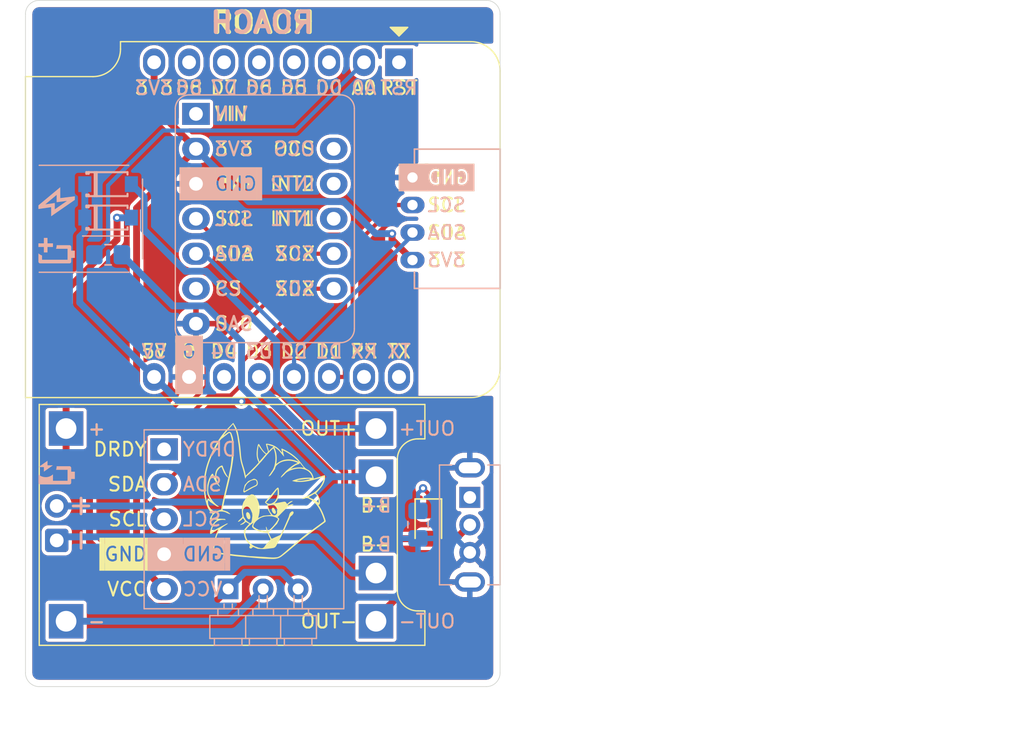
<source format=kicad_pcb>
(kicad_pcb (version 20240108) (generator "pcbnew") (generator_version "8.0")
  (layers (0 "F.Cu" signal) (31 "B.Cu" signal) (34 "B.Paste" user) (35 "F.Paste" user) (36 "B.SilkS" user "B.Silkscreen") (37 "F.SilkS" user "F.Silkscreen") (38 "B.Mask" user) (39 "F.Mask" user) (44 "Edge.Cuts" user))
  (net 0 "")
  (net 11 "GND")
  (net 13 "+5V")
  (net 14 "+3V3")
  (net 21 "/SDA")
  (net 22 "/VIN")
  (net 23 "/OUT+")
  (net 24 "/OUT-")
  (net 25 "/SCX")
  (net 26 "/SDX")
  (net 27 "/SCL")
  (net 28 "/Sense")
  (net 29 "/Batt+")
  (net 30 "/Batt-")
  (net 31 "/LED_PWR")
  (net 32 "/GIN")
  (footprint "custom:WEMOS_D1_mini_light_labeled_both_sides_1" (layer "F.Cu") (at 94.12 84.3 -90)
    (property "Reference" "U1" (hide yes))
    (property "Value" "WeMos_D1_mini")
  )
  (footprint "custom:TP4056_both_sides_1" (layer "F.Cu") (at 68.5 109.16)
    (property "Reference" "U2" (hide yes))
    (property "Value" "TP4056_Board")
  )
  (footprint "LED_SMD:LED_0805_2012Metric_Pad1.15x1.40mm_HandSolder" (layer "F.Cu") (at 96.75 117.8875 -90)
    (property "Reference" "D3" (hide yes))
    (property "Value" "D" (hide yes))
  )
  (footprint "custom:SW-TH_SK12D07VG4_custom" (layer "B.Cu") (at 99.76 117.91 -90)
    (property "Reference" "SW1" (hide yes))
    (property "Value" "SK12D07VG4")
  )
  (footprint "Resistor_SMD:R_0805_2012Metric_Pad1.20x1.40mm_HandSolder" (layer "B.Cu") (at 96 117.89 90)
    (property "Reference" "R3" (hide yes))
    (property "Value" "R" (hide yes))
  )
  (footprint "custom:BMI160_Board_both_sides_backward" (layer "B.Cu") (at 91.38 86.67 180)
    (property "Reference" "U3" (hide yes))
    (property "Value" "BMI160_Board")
  )
  (footprint "custom:GY-271_both_sides_backward" (layer "B.Cu") (at 90.615 111 180)
    (property "Reference" "U4" (hide yes))
    (property "Value" "GY-271")
  )
  (footprint "custom:SOD-123_L2.8-W1.8-LS3.7-RD_custom" (layer "B.Cu") (at 73.5 93.155)
    (property "Reference" "D2" (hide yes))
    (property "Value" "B5817W_C8597" (hide yes))
  )
  (footprint "custom:pogo_3_pin_right_angle" (layer "B.Cu") (at 82.2175 122.56 -90)
    (property "Reference" "J3" (hide yes))
    (property "Value" "Conn_01x03_Pin")
  )
  (footprint "custom:JST_PH_S4B-PH-K_1x04_P2.00mm_Horizontal_labelled_1" (layer "B.Cu") (at 95.6 92.67 -90)
    (property "Reference" "J1" (hide yes))
    (property "Value" "Conn_01x04_Pin")
  )
  (footprint "custom:battery_header_2.54mm" (layer "B.Cu") (at 69.77 116.5358 180)
    (property "Reference" "J2" (hide yes))
    (property "Value" "Conn_01x02_Pin")
  )
  (footprint "custom:SOD-123_L2.8-W1.8-LS3.7-RD_custom" (layer "B.Cu") (at 73.5 95.585)
    (property "Reference" "D1" (hide yes))
    (property "Value" "B5817W_C8597" (hide yes))
  )
  (footprint "Resistor_SMD:R_0805_2012Metric_Pad1.20x1.40mm_HandSolder" (layer "B.Cu") (at 73.5 98.285)
    (property "Reference" "R1" (hide yes))
    (property "Value" "R" (hide yes))
  )
  (gr_poly (pts (xy 85.919405 118.766657) (xy 85.923072 118.76697) (xy 85.926538 118.767536) (xy 85.929801 118.768349) (xy 85.932862 118.769401) (xy 85.935723 118.770684) (xy 85.938382 118.772192) (xy 85.940841 118.773917) (xy 85.943099 118.775851) (xy 85.945158 118.777988) (xy 85.947017 118.78032) (xy 85.948676 118.782839) (xy 85.950137 118.785538) (xy 85.9514 118.78841) (xy 85.952464 118.791447) (xy 85.953331 118.794643) (xy 85.954 118.797989) (xy 85.954472 118.801479) (xy 85.954747 118.805105) (xy 85.954827 118.808859) (xy 85.95471 118.812734) (xy 85.954397 118.816724) (xy 85.953889 118.82082) (xy 85.953187 118.825015) (xy 85.952289 118.829303) (xy 85.949912 118.838123) (xy 85.94815 118.843462) (xy 85.946187 118.84874) (xy 85.944044 118.853963) (xy 85.941742 118.859136) (xy 85.939299 118.864265) (xy 85.936736 118.869358) (xy 85.93133 118.879457) (xy 85.919948 118.89948) (xy 85.914292 118.909502) (xy 85.908871 118.919596) (xy 85.892676 118.947756) (xy 85.877411 118.973536) (xy 85.861919 118.999104) (xy 85.845048 119.026628) (xy 85.702456 118.854088) (xy 85.728626 118.842051) (xy 85.753704 118.830126) (xy 85.801431 118.807298) (xy 85.824506 118.796737) (xy 85.847339 118.786973) (xy 85.858731 118.782444) (xy 85.870142 118.778178) (xy 85.881599 118.774197) (xy 85.893128 118.770522) (xy 85.898018 118.769158) (xy 85.902703 118.768091) (xy 85.907184 118.767315) (xy 85.911461 118.766822) (xy 85.915534 118.766606)) (stroke (width -0.000001)) (fill solid) (layer "F.Cu"))
  (gr_poly (pts (xy 85.514896 112.220537) (xy 85.284108 112.424211) (xy 85.255657 112.457891) (xy 85.22883 112.490376) (xy 85.201652 112.523848) (xy 85.172149 112.560487) (xy 85.04517 112.076204)) (stroke (width -0.000001)) (fill solid) (layer "F.Cu"))
  (gr_poly (pts (xy 84.135385 114.651001) (xy 84.153139 114.652205) (xy 84.161469 114.653159) (xy 84.169448 114.654355) (xy 84.177085 114.655801) (xy 84.184391 114.657503) (xy 84.191375 114.659467) (xy 84.198047 114.6617) (xy 84.204416 114.664209) (xy 84.210494 114.666999) (xy 84.216289 114.670077) (xy 84.221812 114.673449) (xy 84.227072 114.677123) (xy 84.232079 114.681104) (xy 84.236843 114.685399) (xy 84.241374 114.690014) (xy 84.245681 114.694955) (xy 84.249775 114.70023) (xy 84.253665 114.705845) (xy 84.257362 114.711805) (xy 84.260874 114.718118) (xy 84.264213 114.72479) (xy 84.267387 114.731828) (xy 84.270407 114.739237) (xy 84.276022 114.755196) (xy 84.281138 114.772719) (xy 84.285833 114.791858) (xy 84.288189 114.802835) (xy 84.290239 114.813569) (xy 84.29198 114.824061) (xy 84.293413 114.834314) (xy 84.294535 114.844328) (xy 84.295345 114.854106) (xy 84.295841 114.863647) (xy 84.296024 114.872955) (xy 84.29589 114.88203) (xy 84.295439 114.890874) (xy 84.29467 114.899489) (xy 84.293581 114.907875) (xy 84.292171 114.916035) (xy 84.290438 114.923969) (xy 84.288381 114.93168) (xy 84.286 114.939168) (xy 84.283292 114.946436) (xy 84.280256 114.953484) (xy 84.276891 114.960314) (xy 84.273196 114.966928) (xy 84.269169 114.973327) (xy 84.264809 114.979512) (xy 84.260115 114.985485) (xy 84.255084 114.991248) (xy 84.249717 114.996801) (xy 84.244012 115.002147) (xy 84.237967 115.007287) (xy 84.231581 115.012222) (xy 84.224853 115.016953) (xy 84.217781 115.021483) (xy 84.210364 115.025813) (xy 84.202601 115.029944) (xy 84.122384 115.070104) (xy 84.041807 115.10956) (xy 83.880375 115.187926) (xy 83.764597 115.25349) (xy 83.652502 115.318417) (xy 83.434449 115.4472) (xy 83.429993 115.447549) (xy 83.425612 115.447773) (xy 83.421336 115.447884) (xy 83.417193 115.447895) (xy 83.413213 115.447816) (xy 83.409426 115.447662) (xy 83.405862 115.447445) (xy 83.402549 115.447176) (xy 83.399518 115.446869) (xy 83.396798 115.446536) (xy 83.394419 115.446189) (xy 83.39241 115.44584) (xy 83.3908 115.445503) (xy 83.38962 115.445189) (xy 83.388899 115.444911) (xy 83.388719 115.444789) (xy 83.388665 115.444681) (xy 83.394377 115.400319) (xy 83.40112 115.356446) (xy 83.409038 115.313133) (xy 83.418276 115.270449) (xy 83.428976 115.228466) (xy 83.441283 115.187255) (xy 83.45534 115.146886) (xy 83.471292 115.10743) (xy 83.489281 115.068959) (xy 83.509452 115.031542) (xy 83.531949 114.995251) (xy 83.556916 114.960157) (xy 83.584495 114.926329) (xy 83.59931 114.909913) (xy 83.614832 114.89384) (xy 83.631079 114.87812) (xy 83.648069 114.86276) (xy 83.66582 114.847771) (xy 83.684351 114.83316) (xy 83.695841 114.825212) (xy 83.706361 114.81768) (xy 83.716048 114.810502) (xy 83.725041 114.803622) (xy 83.733478 114.796978) (xy 83.741498 114.790511) (xy 83.756841 114.777875) (xy 83.778053 114.762492) (xy 83.799374 114.748115) (xy 83.820815 114.734742) (xy 83.842389 114.722368) (xy 83.864108 114.710991) (xy 83.885984 114.700608) (xy 83.908031 114.691214) (xy 83.930259 114.682808) (xy 83.952681 114.675385) (xy 83.97531 114.668942) (xy 83.998157 114.663477) (xy 84.021236 114.658985) (xy 84.044558 114.655464) (xy 84.068136 114.652911) (xy 84.091982 114.651321) (xy 84.116108 114.650693)) (stroke (width -0.000001)) (fill solid) (layer "F.Cu") (net 11))
  (gr_poly (pts (xy 89.695974 114.146309) (xy 89.677221 114.338624) (xy 89.665839 114.564175) (xy 89.660699 115.338384) (xy 89.689491 117.643062) (xy 89.710533 119.934801) (xy 89.695703 120.692836) (xy 89.678024 120.907873) (xy 89.652005 120.988058) (xy 80.273537 120.549022) (xy 80.173044 115.009345) (xy 80.438475 115.009345) (xy 80.441276 115.202484) (xy 80.452401 115.396551) (xy 80.472058 115.59156) (xy 80.500459 115.787522) (xy 80.537811 115.984452) (xy 80.572728 116.141622) (xy 80.591747 116.219642) (xy 80.612213 116.297072) (xy 80.634433 116.373752) (xy 80.658713 116.449522) (xy 80.685358 116.524221) (xy 80.714673 116.597691) (xy 80.746966 116.66977) (xy 80.78254 116.740298) (xy 80.821703 116.809116) (xy 80.864761 116.876063) (xy 80.912018 116.94098) (xy 80.96378 117.003706) (xy 81.020354 117.064081) (xy 81.082046 117.121945) (xy 81.048676 117.16594) (xy 81.016741 117.210869) (xy 81.001454 117.233783) (xy 80.986698 117.257047) (xy 80.972529 117.280701) (xy 80.959005 117.304783) (xy 80.946182 117.329334) (xy 80.934118 117.354392) (xy 80.92287 117.379996) (xy 80.912496 117.406184) (xy 80.903051 117.432997) (xy 80.894595 117.460473) (xy 80.887182 117.488651) (xy 80.880872 117.51757) (xy 81.420495 117.545258) (xy 81.365728 117.584205) (xy 81.314913 117.625005) (xy 81.267867 117.66758) (xy 81.224405 117.711852) (xy 81.184341 117.757743) (xy 81.147491 117.805174) (xy 81.113669 117.854068) (xy 81.082691 117.904347) (xy 81.054373 117.955932) (xy 81.028528 118.008745) (xy 81.004973 118.062708) (xy 80.983521 118.117743) (xy 80.96399 118.173773) (xy 80.946192 118.230718) (xy 80.929945 118.288501) (xy 80.915062 118.347043) (xy 80.912806 118.35697) (xy 80.910817 118.366984) (xy 80.909081 118.377076) (xy 80.907587 118.387236) (xy 80.905272 118.407725) (xy 80.903771 118.428375) (xy 80.902985 118.449111) (xy 80.902813 118.469858) (xy 80.903155 118.490541) (xy 80.903912 118.511083) (xy 80.904064 118.513177) (xy 80.904326 118.515304) (xy 80.904695 118.51746) (xy 80.905166 118.51964) (xy 80.905737 118.521839) (xy 80.906403 118.524054) (xy 80.907161 118.526281) (xy 80.908008 118.528513) (xy 80.909949 118.532982) (xy 80.9122 118.537426) (xy 80.914728 118.54181) (xy 80.917506 118.546101) (xy 80.920504 118.550262) (xy 80.923692 118.554259) (xy 80.92704 118.558059) (xy 80.93052 118.561625) (xy 80.934101 118.564924) (xy 80.937754 118.56792) (xy 80.941449 118.57058) (xy 80.943304 118.571773) (xy 80.945158 118.572868) (xy 80.9462 118.57334) (xy 80.947343 118.573646) (xy 80.948583 118.573794) (xy 80.949914 118.573791) (xy 80.95133 118.573644) (xy 80.952828 118.573362) (xy 80.954401 118.572951) (xy 80.956046 118.572419) (xy 80.959527 118.571022) (xy 80.963231 118.569231) (xy 80.967116 118.567105) (xy 80.971143 118.564705) (xy 80.97527 118.56209) (xy 80.979458 118.559319) (xy 80.987851 118.553553) (xy 80.995997 118.547884) (xy 81.003573 118.54279) (xy 81.21866 118.402895) (xy 81.326373 118.333225) (xy 81.434552 118.264292) (xy 81.435973 118.263466) (xy 81.437456 118.262737) (xy 81.438998 118.262101) (xy 81.440597 118.261553) (xy 81.443955 118.260703) (xy 81.447508 118.26015) (xy 81.451238 118.259856) (xy 81.455122 118.259783) (xy 81.459141 118.259896) (xy 81.463274 118.260155) (xy 81.471799 118.260965) (xy 81.480532 118.261914) (xy 81.48931 118.262703) (xy 81.493664 118.262944) (xy 81.497968 118.263033) (xy 81.491021 118.275937) (xy 81.484065 118.288528) (xy 81.47042 118.313076) (xy 81.46388 118.325182) (xy 81.457627 118.337276) (xy 81.451734 118.349434) (xy 81.446276 118.36173) (xy 81.402187 118.467804) (xy 81.359566 118.574375) (xy 81.319161 118.681646) (xy 81.281719 118.789825) (xy 81.247985 118.899117) (xy 81.232742 118.954245) (xy 81.218706 119.009728) (xy 81.205971 119.065592) (xy 81.19463 119.121863) (xy 81.184775 119.178566) (xy 81.176502 119.235728) (xy 81.157313 119.395881) (xy 81.140673 119.55637) (xy 81.111568 119.877791) (xy 81.110844 119.890055) (xy 81.110899 119.901641) (xy 81.11123 119.907173) (xy 81.111769 119.912529) (xy 81.112521 119.917706) (xy 81.113491 119.922702) (xy 81.114682 119.927515) (xy 81.116101 119.932143) (xy 81.11775 119.936583) (xy 81.119634 119.940834) (xy 81.121759 119.944892) (xy 81.124129 119.948757) (xy 81.126748 119.952425) (xy 81.129621 119.955895) (xy 81.132752 119.959164) (xy 81.136146 119.96223) (xy 81.139808 119.965091) (xy 81.143741 119.967745) (xy 81.147952 119.970189) (xy 81.152443 119.972421) (xy 81.15722 119.97444) (xy 81.162288 119.976243) (xy 81.16765 119.977827) (xy 81.173311 119.97919) (xy 81.179277 119.980331) (xy 81.18555 119.981248) (xy 81.192137 119.981937) (xy 81.199042 119.982396) (xy 81.206268 119.982624) (xy 81.213821 119.982619) (xy 81.229748 119.982613) (xy 81.245682 119.98308) (xy 81.261625 119.983973) (xy 81.277573 119.985246) (xy 81.309486 119.988751) (xy 81.341414 119.993225) (xy 81.405285 120.003615) (xy 81.437215 120.008794) (xy 81.469131 120.013473) (xy 82.112142 120.102461) (xy 82.433798 120.145693) (xy 82.755847 120.185587) (xy 82.872626 120.19834) (xy 82.989573 120.209623) (xy 83.223815 120.229186) (xy 83.692575 120.266172) (xy 84.174233 120.31152) (xy 84.415087 120.333701) (xy 84.65614 120.353146) (xy 84.842957 120.364796) (xy 85.030008 120.373327) (xy 85.217181 120.379693) (xy 85.404363 120.384853) (xy 85.451906 120.385525) (xy 85.499166 120.384986) (xy 85.546108 120.383128) (xy 85.592696 120.379846) (xy 85.638895 120.375034) (xy 85.684669 120.368586) (xy 85.729982 120.360395) (xy 85.774801 120.350356) (xy 85.819088 120.338362) (xy 85.862808 120.324308) (xy 85.905927 120.308087) (xy 85.948408 120.289594) (xy 85.990216 120.268722) (xy 86.031315 120.245366) (xy 86.071671 120.219418) (xy 86.111247 120.190774) (xy 86.208388 120.116172) (xy 86.305156 120.041062) (xy 86.401154 119.964998) (xy 86.448739 119.926468) (xy 86.495981 119.887532) (xy 86.805227 119.627176) (xy 87.113429 119.36552) (xy 87.423394 119.106124) (xy 87.579916 118.978387) (xy 87.737932 118.852551) (xy 88.110705 118.56534) (xy 88.487491 118.283246) (xy 89.245287 117.724539) (xy 89.25521 117.716857) (xy 89.264087 117.709249) (xy 89.27194 117.701664) (xy 89.278789 117.694051) (xy 89.281844 117.690218) (xy 89.284657 117.686359) (xy 89.287229 117.682467) (xy 89.289564 117.678536) (xy 89.291664 117.67456) (xy 89.293531 117.670531) (xy 89.29517 117.666445) (xy 89.296581 117.662293) (xy 89.297768 117.658071) (xy 89.298734 117.653771) (xy 89.29948 117.649387) (xy 89.300011 117.644913) (xy 89.300328 117.640341) (xy 89.300434 117.635667) (xy 89.300023 117.625983) (xy 89.298801 117.615809) (xy 89.296789 117.605095) (xy 89.294008 117.593788) (xy 89.290478 117.581837) (xy 89.242747 117.435464) (xy 89.192156 117.290451) (xy 89.137778 117.147209) (xy 89.078683 117.006151) (xy 89.047078 116.93657) (xy 89.013946 116.86769) (xy 88.979171 116.799562) (xy 88.942638 116.732238) (xy 88.90423 116.66577) (xy 88.863832 116.600208) (xy 88.821327 116.535605) (xy 88.776599 116.472013) (xy 88.795908 116.461614) (xy 88.813158 116.448575) (xy 88.828395 116.433054) (xy 88.841666 116.415209) (xy 88.853016 116.395198) (xy 88.862491 116.373179) (xy 88.870138 116.349311) (xy 88.876001 116.323751) (xy 88.880129 116.296659) (xy 88.882565 116.268192) (xy 88.883357 116.238508) (xy 88.88255 116.207766) (xy 88.876325 116.14374) (xy 88.864256 116.07738) (xy 88.846713 116.009951) (xy 88.824062 115.942719) (xy 88.796673 115.87695) (xy 88.764913 115.81391) (xy 88.72915 115.754864) (xy 88.709882 115.727234) (xy 88.689751 115.701078) (xy 88.668804 115.676553) (xy 88.647086 115.653818) (xy 88.624643 115.633031) (xy 88.601522 115.61435) (xy 88.770712 115.42059) (xy 88.856025 115.321319) (xy 88.898128 115.270871) (xy 88.939583 115.2198) (xy 88.973773 115.175765) (xy 89.006428 115.13108) (xy 89.037457 115.085715) (xy 89.066773 115.039642) (xy 89.094285 114.99283) (xy 89.119904 114.945249) (xy 89.14354 114.89687) (xy 89.165104 114.847664) (xy 89.184506 114.7976) (xy 89.201658 114.746649) (xy 89.216469 114.69478) (xy 89.22885 114.641965) (xy 89.238712 114.588174) (xy 89.245966 114.533377) (xy 89.250521 114.477544) (xy 89.252288 114.420645) (xy 89.252252 114.399992) (xy 89.251796 114.381806) (xy 89.250798 114.365986) (xy 89.250056 114.358932) (xy 89.249133 114.352433) (xy 89.248012 114.346475) (xy 89.246678 114.341046) (xy 89.245116 114.336134) (xy 89.24331 114.331726) (xy 89.241244 114.32781) (xy 89.238904 114.324373) (xy 89.236273 114.321403) (xy 89.233337 114.318887) (xy 89.23008 114.316813) (xy 89.226486 114.315169) (xy 89.22254 114.313941) (xy 89.218227 114.313117) (xy 89.213531 114.312685) (xy 89.208436 114.312633) (xy 89.202928 114.312948) (xy 89.19699 114.313617) (xy 89.190608 114.314627) (xy 89.183765 114.315967) (xy 89.168637 114.319586) (xy 89.151484 114.324373) (xy 89.132181 114.330227) (xy 88.441613 114.542068) (xy 88.440266 114.540009) (xy 88.438982 114.538098) (xy 88.436607 114.53467) (xy 88.432644 114.529087) (xy 88.43182 114.527891) (xy 88.431064 114.526753) (xy 88.430376 114.525661) (xy 88.429757 114.524605) (xy 88.429208 114.523573) (xy 88.428728 114.522553) (xy 88.428319 114.521536) (xy 88.427981 114.520509) (xy 88.422984 114.502809) (xy 88.418216 114.485042) (xy 88.408868 114.449464) (xy 88.396582 114.406282) (xy 88.382934 114.363871) (xy 88.367858 114.322332) (xy 88.351291 114.281766) (xy 88.333168 114.242275) (xy 88.313422 114.20396) (xy 88.291991 114.166922) (xy 88.268809 114.131262) (xy 88.243811 114.097082) (xy 88.216932 114.064483) (xy 88.188108 114.033567) (xy 88.172946 114.018771) (xy 88.157274 114.004434) (xy 88.141083 113.990568) (xy 88.124365 113.977186) (xy 88.107112 113.964301) (xy 88.089316 113.951925) (xy 88.070969 113.940071) (xy 88.052063 113.928751) (xy 88.03259 113.917979) (xy 88.012541 113.907766) (xy 87.97862 113.890392) (xy 87.946157 113.872127) (xy 87.915058 113.85297) (xy 87.885231 113.83292) (xy 87.85658 113.811976) (xy 87.829013 113.790137) (xy 87.802436 113.767403) (xy 87.776755 113.743771) (xy 87.751876 113.719242) (xy 87.727706 113.693814) (xy 87.70415 113.667486) (xy 87.681117 113.640257) (xy 87.658511 113.612125) (xy 87.636239 113.583092) (xy 87.614207 113.553154) (xy 87.592322 113.522311) (xy 87.522218 113.425892) (xy 87.449055 113.333044) (xy 87.372904 113.243709) (xy 87.293835 113.157827) (xy 87.211919 113.075338) (xy 87.127228 112.996185) (xy 87.039831 112.920308) (xy 86.949799 112.847648) (xy 86.857205 112.778146) (xy 86.762117 112.711742) (xy 86.664608 112.648379) (xy 86.564748 112.587996) (xy 86.462608 112.530535) (xy 86.358258 112.475937) (xy 86.25177 112.424143) (xy 86.143215 112.375093) (xy 86.139895 112.3738) (xy 86.136472 112.372744) (xy 86.132957 112.371901) (xy 86.129359 112.371247) (xy 86.125688 112.370759) (xy 86.121957 112.370413) (xy 86.118174 112.370184) (xy 86.11435 112.370049) (xy 86.106622 112.369964) (xy 86.098855 112.369965) (xy 86.091134 112.369862) (xy 86.087316 112.369712) (xy 86.083541 112.369463) (xy 86.083405 112.377873) (xy 86.083052 112.38633) (xy 86.082272 112.403259) (xy 86.082132 112.411669) (xy 86.082189 112.415846) (xy 86.082353 112.420001) (xy 86.082643 112.424127) (xy 86.083076 112.428223) (xy 86.083672 112.432283) (xy 86.084448 112.436305) (xy 86.095664 112.485358) (xy 86.107671 112.534234) (xy 86.13238 112.631829) (xy 86.125851 112.630129) (xy 86.119725 112.628275) (xy 86.11398 112.626272) (xy 86.108596 112.624127) (xy 86.103554 112.621844) (xy 86.098832 112.61943) (xy 86.09441 112.616889) (xy 86.090268 112.614228) (xy 86.086385 112.611451) (xy 86.082741 112.608564) (xy 86.079315 112.605574) (xy 86.076086 112.602484) (xy 86.073035 112.599302) (xy 86.070141 112.596032) (xy 86.067383 112.592679) (xy 86.064742 112.58925) (xy 86.015928 112.527088) (xy 85.965112 112.468479) (xy 85.912302 112.41341) (xy 85.857504 112.361867) (xy 85.800722 112.313837) (xy 85.741965 112.269307) (xy 85.681237 112.228264) (xy 85.618545 112.190695) (xy 85.553895 112.156588) (xy 85.487293 112.125928) (xy 85.418746 112.098703) (xy 85.348259 112.074899) (xy 85.275839 112.054504) (xy 85.201492 112.037505) (xy 85.125223 112.023888) (xy 85.04704 112.013641) (xy 85.031916 112.012194) (xy 85.018436 112.011357) (xy 85.00655 112.011201) (xy 85.001188 112.011401) (xy 84.996206 112.011797) (xy 84.991595 112.012398) (xy 84.987352 112.013212) (xy 84.983468 112.01425) (xy 84.979937 112.015519) (xy 84.976754 112.017028) (xy 84.973911 112.018786) (xy 84.971402 112.020802) (xy 84.969221 112.023084) (xy 84.967361 112.025641) (xy 84.965816 112.028483) (xy 84.96458 112.031617) (xy 84.963646 112.035052) (xy 84.963007 112.038797) (xy 84.962658 112.042861) (xy 84.962591 112.047253) (xy 84.962801 112.051982) (xy 84.963281 112.057055) (xy 84.964024 112.062482) (xy 84.966277 112.074433) (xy 84.969506 112.087905) (xy 84.973661 112.102967) (xy 84.986023 112.147088) (xy 84.997884 112.19143) (xy 85.021603 112.280133) (xy 85.034212 112.324171) (xy 85.047822 112.367786) (xy 85.062807 112.410818) (xy 85.070934 112.432064) (xy 85.079545 112.453103) (xy 85.084181 112.464556) (xy 85.08828 112.475753) (xy 85.091846 112.4867) (xy 85.094885 112.497404) (xy 85.097402 112.507872) (xy 85.099403 112.518111) (xy 85.100894 112.528126) (xy 85.101878 112.537925) (xy 85.102362 112.547514) (xy 85.102351 112.5569) (xy 85.101851 112.566089) (xy 85.100866 112.575089) (xy 85.099402 112.583905) (xy 85.097465 112.592544) (xy 85.095059 112.601014) (xy 85.09219 112.609319) (xy 85.088864 112.617468) (xy 85.085085 112.625467) (xy 85.080859 112.633322) (xy 85.076192 112.64104) (xy 85.071088 112.648628) (xy 85.065554 112.656092) (xy 85.059594 112.663438) (xy 85.053214 112.670675) (xy 85.046418 112.677807) (xy 85.039213 112.684842) (xy 85.031604 112.691786) (xy 85.023596 112.698646) (xy 85.006405 112.71214) (xy 84.987682 112.725378) (xy 84.95633 112.701551) (xy 84.940285 112.689191) (xy 84.932284 112.682871) (xy 84.92434 112.676446) (xy 84.888673 112.64583) (xy 84.854686 112.613976) (xy 84.82226 112.580972) (xy 84.791278 112.546904) (xy 84.761622 112.511859) (xy 84.733175 112.475922) (xy 84.705817 112.439181) (xy 84.679432 112.401722) (xy 84.653902 112.363631) (xy 84.629108 112.324995) (xy 84.581258 112.246434) (xy 84.489212 112.086576) (xy 84.486499 112.08201) (xy 84.483636 112.077531) (xy 84.480637 112.073129) (xy 84.477518 112.068797) (xy 84.474294 112.064524) (xy 84.470979 112.060303) (xy 84.464142 112.051981) (xy 84.450053 112.035572) (xy 84.443046 112.027346) (xy 84.436224 112.019012) (xy 84.432185 112.023491) (xy 84.427918 112.027914) (xy 84.42348 112.032296) (xy 84.418927 112.036649) (xy 84.409701 112.045326) (xy 84.400692 112.054053) (xy 84.396409 112.05847) (xy 84.392349 112.062941) (xy 84.388569 112.067478) (xy 84.385124 112.072097) (xy 84.383545 112.07444) (xy 84.382071 112.07681) (xy 84.380709 112.079206) (xy 84.379466 112.08163) (xy 84.37835 112.084086) (xy 84.377366 112.086573) (xy 84.376523 112.089094) (xy 84.375827 112.091651) (xy 84.355264 112.178733) (xy 84.345453 112.222425) (xy 84.336128 112.266219) (xy 84.327417 112.310117) (xy 84.31945 112.354121) (xy 84.312356 112.398233) (xy 84.306263 112.442454) (xy 84.294205 112.553249) (xy 84.289792 112.608514) (xy 84.286667 112.66366) (xy 84.284987 112.718661) (xy 84.284912 112.773495) (xy 84.286598 112.828136) (xy 84.290203 112.882562) (xy 84.295886 112.936748) (xy 84.303804 112.99067) (xy 84.314115 113.044304) (xy 84.326977 113.097627) (xy 84.342547 113.150614) (xy 84.360985 113.203241) (xy 84.382446 113.255485) (xy 84.407091 113.307321) (xy 84.41141 113.316353) (xy 84.415 113.32507) (xy 84.416521 113.329319) (xy 84.41786 113.3335) (xy 84.419016 113.337615) (xy 84.41999 113.341669) (xy 84.42078 113.345665) (xy 84.421389 113.349607) (xy 84.421814 113.353497) (xy 84.422057 113.35734) (xy 84.422117 113.361139) (xy 84.421995 113.364896) (xy 84.421689 113.368617) (xy 84.421201 113.372304) (xy 84.42053 113.37596) (xy 84.419677 113.37959) (xy 84.41864 113.383196) (xy 84.41742 113.386782) (xy 84.416018 113.390352) (xy 84.414433 113.393909) (xy 84.412665 113.397456) (xy 84.410713 113.400997) (xy 84.408579 113.404535) (xy 84.406262 113.408075) (xy 84.401078 113.41517) (xy 84.395162 113.422309) (xy 84.388514 113.429522) (xy 84.361481 113.458086) (xy 84.334921 113.487112) (xy 84.282505 113.545844) (xy 84.256291 113.575195) (xy 84.229833 113.604301) (xy 84.202952 113.632985) (xy 84.175469 113.661069) (xy 83.839286 113.992742) (xy 83.49431 114.330652) (xy 83.475726 114.237458) (xy 83.458916 114.15067) (xy 83.450523 114.109139) (xy 83.441788 114.068565) (xy 83.432449 114.028732) (xy 83.422245 113.989425) (xy 83.392639 113.885918) (xy 83.361348 113.782749) (xy 83.297588 113.576704) (xy 83.267056 113.473468) (xy 83.238715 113.36985) (xy 83.213531 113.265669) (xy 83.202427 113.213312) (xy 83.192476 113.160747) (xy 83.17341 113.039247) (xy 83.15839 112.917053) (xy 83.1463 112.794345) (xy 83.136024 112.671306) (xy 83.116451 112.424963) (xy 83.104921 112.302021) (xy 83.090741 112.179476) (xy 83.057863 111.943114) (xy 83.020633 111.707267) (xy 82.978974 111.472167) (xy 82.932814 111.238044) (xy 82.921409 111.187914) (xy 82.908204 111.138487) (xy 82.893295 111.089727) (xy 82.876777 111.041601) (xy 82.858745 110.994075) (xy 82.839294 110.947113) (xy 82.818519 110.900683) (xy 82.796517 110.854748) (xy 82.773381 110.809276) (xy 82.749207 110.764232) (xy 82.698126 110.675289) (xy 82.644035 110.587645) (xy 82.587697 110.501026) (xy 82.585767 110.501038) (xy 82.584684 110.501066) (xy 82.583546 110.50112) (xy 82.582371 110.50121) (xy 82.581176 110.501344) (xy 82.57998 110.501532) (xy 82.5788 110.501781) (xy 82.577654 110.502101) (xy 82.577099 110.50229) (xy 82.57656 110.5025) (xy 82.576038 110.502732) (xy 82.575535 110.502988) (xy 82.575055 110.503268) (xy 82.574599 110.503573) (xy 82.574169 110.503905) (xy 82.573767 110.504265) (xy 82.573397 110.504653) (xy 82.573059 110.505071) (xy 82.572757 110.50552) (xy 82.572492 110.506001) (xy 82.572267 110.506515) (xy 82.572083 110.507064) (xy 82.490238 110.592744) (xy 82.407712 110.677252) (xy 82.242737 110.844847) (xy 82.161344 110.928981) (xy 82.081387 111.014039) (xy 82.003393 111.100543) (xy 81.927892 111.189019) (xy 81.84733 111.288829) (xy 81.769257 111.390196) (xy 81.6936 111.493067) (xy 81.620288 111.597387) (xy 81.549248 111.703103) (xy 81.480409 111.810159) (xy 81.349044 112.028078) (xy 81.225619 112.250709) (xy 81.109558 112.477618) (xy 81.000285 112.708371) (xy 80.897226 112.942535) (xy 80.822269 113.126286) (xy 80.753335 113.310827) (xy 80.690633 113.496171) (xy 80.634372 113.682331) (xy 80.584762 113.869319) (xy 80.542011 114.057148) (xy 80.50633 114.24583) (xy 80.477926 114.435379) (xy 80.45701 114.625806) (xy 80.44379 114.817124) (xy 80.438475 115.009345) (xy 80.173044 115.009345) (xy 81.440846 109.666309)) (stroke (width -0.000001)) (fill solid) (layer "F.Cu") (net 11))
  (gr_poly (pts (xy 85.627037 112.301137) (xy 85.682948 112.336165) (xy 85.709905 112.354045) (xy 85.7362 112.372227) (xy 85.761837 112.390753) (xy 85.786819 112.409665) (xy 85.811151 112.429006) (xy 85.834836 112.448819) (xy 85.857876 112.469146) (xy 85.880276 112.490031) (xy 85.902039 112.511514) (xy 85.923169 112.53364) (xy 85.943669 112.556451) (xy 85.963543 112.579989) (xy 86.11565 112.768474) (xy 86.155143 112.815702) (xy 86.195978 112.862704) (xy 86.238529 112.909348) (xy 86.260567 112.932494) (xy 86.283175 112.955499) (xy 86.178903 112.487459) (xy 86.342621 112.568568) (xy 86.422474 112.610881) (xy 86.501007 112.654512) (xy 86.578232 112.69957) (xy 86.654162 112.746164) (xy 86.728808 112.794404) (xy 86.802185 112.844397) (xy 86.874303 112.896255) (xy 86.945176 112.950085) (xy 87.014815 113.005997) (xy 87.083235 113.064099) (xy 87.150446 113.124502) (xy 87.216461 113.187313) (xy 87.281294 113.252643) (xy 87.344956 113.320601) (xy 86.674873 113.220885) (xy 86.675383 113.219989) (xy 86.67313 113.219456) (xy 86.661057 113.219388) (xy 86.611684 113.222633) (xy 86.452373 113.237748) (xy 86.21426 113.263279) (xy 85.714475 113.477342) (xy 85.710734 113.46397) (xy 85.72559 113.346802) (xy 85.736049 113.230263) (xy 85.739409 113.172226) (xy 85.741405 113.114343) (xy 85.741951 113.056611) (xy 85.740957 112.99903) (xy 85.738336 112.941598) (xy 85.734 112.884314) (xy 85.727861 112.827176) (xy 85.719831 112.770183) (xy 85.709822 112.713334) (xy 85.697746 112.656626) (xy 85.683515 112.60006) (xy 85.667042 112.543633) (xy 85.656795 112.511855) (xy 85.645947 112.479933) (xy 85.622463 112.41433) (xy 85.568438 112.266802)) (stroke (width -0.000001)) (fill solid) (layer "F.Cu") (net 11))
  (gr_poly (pts (xy 87.351187 113.323779) (xy 87.353137 113.325984) (xy 87.354947 113.327988) (xy 87.356628 113.329806) (xy 87.35819 113.331452) (xy 87.359641 113.33294) (xy 87.360993 113.334286) (xy 87.362256 113.335503) (xy 87.363438 113.336605) (xy 87.36455 113.337608) (xy 87.365603 113.338524) (xy 87.366605 113.33937) (xy 87.368499 113.340904) (xy 87.370312 113.342325) (xy 87.37168 113.344594) (xy 87.372995 113.346664) (xy 87.374259 113.348549) (xy 87.375476 113.350263) (xy 87.376651 113.351818) (xy 87.377786 113.353228) (xy 87.378886 113.354506) (xy 87.379953 113.355665) (xy 87.380991 113.356719) (xy 87.382005 113.35768) (xy 87.382996 113.358563) (xy 87.38397 113.35938) (xy 87.38493 113.360144) (xy 87.385879 113.360869) (xy 87.387759 113.362254) (xy 87.38902 113.364517) (xy 87.390247 113.366572) (xy 87.391444 113.368434) (xy 87.392613 113.370115) (xy 87.393755 113.37163) (xy 87.394873 113.372992) (xy 87.395969 113.374216) (xy 87.397045 113.375316) (xy 87.398103 113.376304) (xy 87.399147 113.377196) (xy 87.400177 113.378005) (xy 87.401196 113.378745) (xy 87.402206 113.37943) (xy 87.40321 113.380074) (xy 87.405206 113.381293) (xy 87.477704 113.472953) (xy 87.549594 113.561945) (xy 87.692371 113.735486) (xy 87.680703 113.759433) (xy 87.622018 113.75047) (xy 87.563543 113.743566) (xy 87.505268 113.738683) (xy 87.447188 113.735781) (xy 87.389295 113.734824) (xy 87.331581 113.735774) (xy 87.274039 113.738591) (xy 87.216662 113.743239) (xy 87.159441 113.749679) (xy 87.10237 113.757873) (xy 87.04544 113.767783) (xy 86.988645 113.779371) (xy 86.931978 113.792598) (xy 86.87543 113.807428) (xy 86.818994 113.823821) (xy 86.762663 113.84174) (xy 86.826833 113.78478) (xy 86.892115 113.730004) (xy 86.925333 113.703691) (xy 86.959023 113.678231) (xy 86.993248 113.653728) (xy 87.028073 113.630283) (xy 87.063561 113.607999) (xy 87.099778 113.586979) (xy 87.136788 113.567325) (xy 87.174654 113.549141) (xy 87.213442 113.532527) (xy 87.253215 113.517588) (xy 87.294038 113.504425) (xy 87.335975 113.493141) (xy 87.354451 113.488464) (xy 87.363122 113.485971) (xy 87.371319 113.483268) (xy 87.378967 113.480274) (xy 87.382563 113.478642) (xy 87.385995 113.476908) (xy 87.389253 113.47506) (xy 87.392328 113.473089) (xy 87.395212 113.470985) (xy 87.397894 113.468737) (xy 87.400367 113.466336) (xy 87.402621 113.463771) (xy 87.404646 113.461033) (xy 87.406434 113.45811) (xy 87.407976 113.454994) (xy 87.409262 113.451674) (xy 87.410283 113.44814) (xy 87.411031 113.444382) (xy 87.411495 113.440389) (xy 87.411668 113.436153) (xy 87.411539 113.431662) (xy 87.4111 113.426906) (xy 87.410341 113.421876) (xy 87.409254 113.416561) (xy 87.407829 113.410951) (xy 87.406057 113.405037) (xy 87.405673 113.403429) (xy 87.405276 113.40191) (xy 87.404864 113.400476) (xy 87.40444 113.399125) (xy 87.404002 113.397853) (xy 87.403553 113.396659) (xy 87.403092 113.395539) (xy 87.40262 113.39449) (xy 87.402137 113.393509) (xy 87.401643 113.392594) (xy 87.40114 113.391742) (xy 87.400627 113.39095) (xy 87.400105 113.390214) (xy 87.399575 113.389533) (xy 87.399036 113.388903) (xy 87.39849 113.388322) (xy 87.397936 113.387786) (xy 87.397376 113.387293) (xy 87.396809 113.386839) (xy 87.396237 113.386423) (xy 87.395659 113.386041) (xy 87.395076 113.38569) (xy 87.393897 113.385071) (xy 87.392704 113.384543) (xy 87.3915 113.384082) (xy 87.389074 113.383275) (xy 87.388474 113.382136) (xy 87.387873 113.381061) (xy 87.387272 113.380048) (xy 87.386672 113.379095) (xy 87.386072 113.378201) (xy 87.385471 113.377362) (xy 87.384871 113.376577) (xy 87.384271 113.375844) (xy 87.383671 113.37516) (xy 87.383071 113.374525) (xy 87.382471 113.373935) (xy 87.381872 113.373388) (xy 87.381272 113.372883) (xy 87.380672 113.372417) (xy 87.380073 113.371989) (xy 87.379473 113.371595) (xy 87.378874 113.371235) (xy 87.378274 113.370906) (xy 87.377076 113.370333) (xy 87.375877 113.369859) (xy 87.374679 113.369469) (xy 87.373481 113.369144) (xy 87.372282 113.368869) (xy 87.369886 113.368403) (xy 87.36767 113.366648) (xy 87.365613 113.365042) (xy 87.36194 113.362228) (xy 87.3561 113.357841) (xy 87.353786 113.35607) (xy 87.352748 113.355247) (xy 87.351777 113.354448) (xy 87.350865 113.353662) (xy 87.350001 113.352875) (xy 87.349177 113.352076) (xy 87.348384 113.351253) (xy 87.344726 113.3467) (xy 87.341542 113.342687) (xy 87.338764 113.339135) (xy 87.336324 113.335968) (xy 87.332186 113.330479) (xy 87.328585 113.325601) (xy 87.349088 113.32136)) (stroke (width -0.000001)) (fill solid) (layer "F.Cu") (net 11))
  (gr_poly (pts (xy 85.80984 119.095119) (xy 85.694714 119.293662) (xy 85.685389 119.311301) (xy 85.676595 119.329083) (xy 85.659783 119.364415) (xy 85.651358 119.381635) (xy 85.64265 119.398339) (xy 85.633454 119.41436) (xy 85.623568 119.429535) (xy 85.618303 119.436753) (xy 85.612789 119.443698) (xy 85.607 119.450348) (xy 85.600911 119.456684) (xy 85.594497 119.462684) (xy 85.587733 119.468328) (xy 85.580592 119.473596) (xy 85.57305 119.478466) (xy 85.565081 119.482918) (xy 85.55666 119.486932) (xy 85.547761 119.490487) (xy 85.538358 119.493562) (xy 85.528427 119.496136) (xy 85.517942 119.49819) (xy 85.506877 119.499701) (xy 85.495208 119.500651) (xy 85.473501 119.50546) (xy 85.453016 119.510347) (xy 85.433673 119.515271) (xy 85.415397 119.52019) (xy 85.398108 119.525064) (xy 85.38173 119.529852) (xy 85.351393 119.539007) (xy 85.207024 119.312682) (xy 85.198462 119.305814) (xy 85.190818 119.299118) (xy 85.187346 119.295826) (xy 85.184111 119.292567) (xy 85.181114 119.289339) (xy 85.178358 119.286136) (xy 85.175846 119.282957) (xy 85.173579 119.279798) (xy 85.171561 119.276656) (xy 85.169792 119.273528) (xy 85.168276 119.27041) (xy 85.167015 119.267298) (xy 85.166011 119.264191) (xy 85.165266 119.261083) (xy 85.164783 119.257973) (xy 85.164564 119.254857) (xy 85.164611 119.251732) (xy 85.164927 119.248594) (xy 85.165514 119.24544) (xy 85.166374 119.242267) (xy 85.167509 119.239071) (xy 85.168923 119.23585) (xy 85.170616 119.2326) (xy 85.172592 119.229317) (xy 85.174852 119.225999) (xy 85.177399 119.222642) (xy 85.180235 119.219243) (xy 85.183363 119.215799) (xy 85.186785 119.212306) (xy 85.190503 119.208762) (xy 85.20475 119.195379) (xy 85.218806 119.181794) (xy 85.232714 119.168049) (xy 85.246515 119.15419) (xy 85.301499 119.098507) (xy 85.385204 119.040271) (xy 85.465773 118.983718) (xy 85.621353 118.873665)) (stroke (width -0.000001)) (fill solid) (layer "F.Cu"))
  (gr_poly (pts (xy 81.101363 116.96576) (xy 81.18428 117.010672) (xy 81.178205 117.016281) (xy 81.172112 117.021283) (xy 81.166001 117.025676) (xy 81.159874 117.029462) (xy 81.153729 117.03264) (xy 81.147569 117.035208) (xy 81.141392 117.037168) (xy 81.135199 117.038518) (xy 81.128991 117.039257) (xy 81.122768 117.039387) (xy 81.11653 117.038906) (xy 81.110277 117.037813) (xy 81.10401 117.03611) (xy 81.09773 117.033794) (xy 81.091435 117.030866) (xy 81.085127 117.027325) (xy 81.078806 117.023171) (xy 81.072472 117.018404) (xy 81.066126 117.013023) (xy 81.059767 117.007027) (xy 81.053397 117.000417) (xy 81.047015 116.993192) (xy 81.034217 116.976895) (xy 81.021377 116.958133) (xy 81.008497 116.936903) (xy 80.995579 116.913202) (xy 80.982626 116.887027)) (stroke (width -0.000001)) (fill solid) (layer "F.Cu"))
  (gr_poly (pts (xy 85.475229 116.451469) (xy 85.482475 116.452061) (xy 85.489757 116.452944) (xy 85.497044 116.454113) (xy 85.504306 116.455559) (xy 85.511512 116.457276) (xy 85.518629 116.459255) (xy 85.525626 116.46149) (xy 85.532474 116.463973) (xy 85.539139 116.466696) (xy 85.545592 116.469653) (xy 85.551801 116.472835) (xy 85.557734 116.476236) (xy 85.579391 116.490181) (xy 85.599904 116.505028) (xy 85.619303 116.520746) (xy 85.637617 116.537305) (xy 85.654876 116.554674) (xy 85.671108 116.572821) (xy 85.686344 116.591717) (xy 85.700613 116.611331) (xy 85.713944 116.631632) (xy 85.726367 116.65259) (xy 85.737912 116.674173) (xy 85.748607 116.696352) (xy 85.758482 116.719095) (xy 85.767567 116.742372) (xy 85.775892 116.766152) (xy 85.783485 116.790405) (xy 85.783903 116.791986) (xy 85.784235 116.793593) (xy 85.784483 116.795224) (xy 85.784653 116.796878) (xy 85.784774 116.800252) (xy 85.784629 116.803704) (xy 85.784253 116.807224) (xy 85.783679 116.810802) (xy 85.78294 116.81443) (xy 85.78207 116.818095) (xy 85.780069 116.825504) (xy 85.777945 116.832949) (xy 85.775963 116.840352) (xy 85.775109 116.844013) (xy 85.774391 116.847634) (xy 85.77075 116.860071) (xy 85.767712 116.872031) (xy 85.766435 116.877844) (xy 85.765329 116.883551) (xy 85.764398 116.889158) (xy 85.763651 116.89467) (xy 85.763093 116.90009) (xy 85.762731 116.905424) (xy 85.762572 116.910677) (xy 85.762621 116.915853) (xy 85.762886 116.920957) (xy 85.763373 116.925994) (xy 85.764088 116.930968) (xy 85.765038 116.935885) (xy 85.767378 116.947656) (xy 85.769226 116.959293) (xy 85.770583 116.970789) (xy 85.771455 116.982135) (xy 85.771844 116.993324) (xy 85.771755 117.004347) (xy 85.771192 117.015196) (xy 85.770159 117.025864) (xy 85.768659 117.036342) (xy 85.766696 117.046622) (xy 85.764274 117.056696) (xy 85.761398 117.066556) (xy 85.75807 117.076195) (xy 85.754294 117.085603) (xy 85.750076 117.094774) (xy 85.745417 117.103698) (xy 85.740323 117.112369) (xy 85.734797 117.120777) (xy 85.728843 117.128915) (xy 85.722465 117.136776) (xy 85.715666 117.144349) (xy 85.708451 117.151629) (xy 85.700823 117.158607) (xy 85.692787 117.165274) (xy 85.684345 117.171622) (xy 85.675503 117.177645) (xy 85.666263 117.183333) (xy 85.65663 117.188678) (xy 85.646607 117.193673) (xy 85.636199 117.19831) (xy 85.625409 117.20258) (xy 85.614241 117.206475) (xy 85.605208 117.209188) (xy 85.596173 117.211434) (xy 85.587139 117.213217) (xy 85.578113 117.214537) (xy 85.569096 117.215397) (xy 85.560095 117.215799) (xy 85.551112 117.215746) (xy 85.542153 117.215239) (xy 85.533221 117.214281) (xy 85.524322 117.212873) (xy 85.515458 117.211018) (xy 85.506634 117.208717) (xy 85.497855 117.205974) (xy 85.489125 117.202789) (xy 85.480448 117.199166) (xy 85.471827 117.195106) (xy 85.463269 117.190611) (xy 85.454776 117.185683) (xy 85.446353 117.180325) (xy 85.438004 117.174539) (xy 85.421546 117.16169) (xy 85.405436 117.147153) (xy 85.389708 117.130944) (xy 85.374395 117.113081) (xy 85.359532 117.09358) (xy 85.345152 117.072458) (xy 85.333668 117.055946) (xy 85.322458 117.040533) (xy 85.311483 117.026061) (xy 85.300702 117.012374) (xy 85.290078 116.999315) (xy 85.279571 116.986726) (xy 85.258752 116.962333) (xy 85.257647 116.95931) (xy 85.256586 116.956554) (xy 85.255566 116.954048) (xy 85.254585 116.951774) (xy 85.253639 116.949714) (xy 85.252725 116.94785) (xy 85.251841 116.946165) (xy 85.250983 116.944641) (xy 85.250149 116.94326) (xy 85.249335 116.942003) (xy 85.247756 116.939794) (xy 85.246224 116.93787) (xy 85.244713 116.936089) (xy 85.241961 116.929805) (xy 85.239358 116.924271) (xy 85.236883 116.919382) (xy 85.234513 116.915029) (xy 85.232229 116.911105) (xy 85.230009 116.907505) (xy 85.225674 116.900844) (xy 85.196874 116.817464) (xy 85.19188 116.803499) (xy 85.384155 116.803499) (xy 85.385415 116.824511) (xy 85.387901 116.845055) (xy 85.391583 116.865135) (xy 85.396427 116.884756) (xy 85.4024 116.903922) (xy 85.409469 116.922637) (xy 85.417603 116.940905) (xy 85.426768 116.95873) (xy 85.436931 116.976116) (xy 85.44806 116.993068) (xy 85.460122 117.00959) (xy 85.473084 117.025685) (xy 85.486914 117.041359) (xy 85.501578 117.056615) (xy 85.517044 117.071458) (xy 85.536714 117.083619) (xy 85.545942 117.088842) (xy 85.554779 117.093481) (xy 85.563234 117.097528) (xy 85.571317 117.100972) (xy 85.579039 117.103806) (xy 85.586409 117.10602) (xy 85.593437 117.107604) (xy 85.600134 117.108551) (xy 85.606508 117.10885) (xy 85.61257 117.108493) (xy 85.61833 117.107471) (xy 85.623798 117.105775) (xy 85.628983 117.103395) (xy 85.633896 117.100323) (xy 85.638547 117.096549) (xy 85.642945 117.092065) (xy 85.6471 117.086861) (xy 85.651023 117.080929) (xy 85.654722 117.074259) (xy 85.658209 117.066842) (xy 85.661493 117.058669) (xy 85.664583 117.049731) (xy 85.667491 117.04002) (xy 85.670225 117.029525) (xy 85.672796 117.018239) (xy 85.675213 117.006151) (xy 85.679627 116.979537) (xy 85.683546 116.949609) (xy 85.651244 116.882199) (xy 85.635398 116.8499) (xy 85.619401 116.818572) (xy 85.602989 116.788244) (xy 85.585896 116.758943) (xy 85.577011 116.744685) (xy 85.567856 116.730693) (xy 85.558398 116.716972) (xy 85.548603 116.703523) (xy 85.546716 116.701218) (xy 85.544571 116.698984) (xy 85.542183 116.696822) (xy 85.539568 116.694736) (xy 85.536741 116.692728) (xy 85.533716 116.690802) (xy 85.527135 116.687205) (xy 85.519945 116.683966) (xy 85.512267 116.681109) (xy 85.504221 116.678656) (xy 85.495928 116.676628) (xy 85.487508 116.67505) (xy 85.479081 116.673942) (xy 85.470768 116.673328) (xy 85.462689 116.67323) (xy 85.454965 116.673671) (xy 85.447716 116.674672) (xy 85.444308 116.675389) (xy 85.441063 116.676256) (xy 85.437998 116.677274) (xy 85.435126 116.678446) (xy 85.432544 116.67974) (xy 85.429997 116.681269) (xy 85.427488 116.683022) (xy 85.425021 116.684987) (xy 85.422597 116.687153) (xy 85.420221 116.68951) (xy 85.417894 116.692047) (xy 85.415619 116.694753) (xy 85.4134 116.697617) (xy 85.411239 116.700628) (xy 85.407103 116.707048) (xy 85.403234 116.713926) (xy 85.399654 116.721173) (xy 85.396387 116.728704) (xy 85.393454 116.736431) (xy 85.390878 116.744266) (xy 85.388683 116.752122) (xy 85.386891 116.759912) (xy 85.385524 116.767549) (xy 85.384605 116.774946) (xy 85.384157 116.782015) (xy 85.384155 116.803499) (xy 85.19188 116.803499) (xy 85.168151 116.737132) (xy 85.140307 116.658566) (xy 85.126965 116.619547) (xy 85.114142 116.580489) (xy 85.112856 116.576175) (xy 85.111799 116.571984) (xy 85.110968 116.567916) (xy 85.110362 116.563969) (xy 85.109979 116.560144) (xy 85.109815 116.556439) (xy 85.109868 116.552855) (xy 85.110138 116.54939) (xy 85.11062 116.546045) (xy 85.111314 116.542818) (xy 85.112216 116.539709) (xy 85.113324 116.536718) (xy 85.114637 116.533844) (xy 85.116152 116.531086) (xy 85.117867 116.528444) (xy 85.119779 116.525918) (xy 85.121887 116.523506) (xy 85.124187 116.521208) (xy 85.126678 116.519025) (xy 85.129358 116.516954) (xy 85.132225 116.514996) (xy 85.135275 116.51315) (xy 85.138507 116.511416) (xy 85.141919 116.509793) (xy 85.145508 116.50828) (xy 85.149272 116.506877) (xy 85.153209 116.505584) (xy 85.157317 116.504399) (xy 85.166035 116.502355) (xy 85.175409 116.500739) (xy 85.209494 116.495327) (xy 85.243474 116.489158) (xy 85.311268 116.475687) (xy 85.345157 116.468954) (xy 85.37909 116.462601) (xy 85.413105 116.456914) (xy 85.447239 116.452177) (xy 85.454025 116.451524) (xy 85.460973 116.451194) (xy 85.468052 116.451178)) (stroke (width -0.000001)) (fill solid) (layer "F.Cu"))
  (gr_line (start 101.34 113.35) (end 101.34 114.1) (stroke (width 0.25)) (layer "F.Cu") (net 11))
  (gr_line (start 101.34 121.7) (end 101.34 122.45) (stroke (width 0.25)) (layer "F.Cu") (net 11))
  (gr_poly (pts (xy 81.920984 114.13711) (xy 81.96174 114.200343) (xy 81.981763 114.230643) (xy 82.001781 114.260095) (xy 82.021965 114.288724) (xy 82.042488 114.316552) (xy 82.063524 114.343602) (xy 82.085245 114.369898) (xy 82.091917 114.37739) (xy 82.09892 114.384635) (xy 82.106243 114.391676) (xy 82.113877 114.398557) (xy 82.121812 114.405321) (xy 82.13004 114.41201) (xy 82.147334 114.42534) (xy 82.18501 114.453013) (xy 82.205241 114.468046) (xy 82.2263 114.484339) (xy 82.080207 115.100452) (xy 81.958762 115.613878) (xy 81.900867 115.866673) (xy 81.844844 116.118579) (xy 81.807691 116.293837) (xy 81.772618 116.46723) (xy 81.706809 116.798739) (xy 81.49481 116.872977) (xy 81.392712 116.907812) (xy 81.341996 116.924447) (xy 81.291257 116.940479) (xy 81.285909 116.941882) (xy 81.280272 116.942892) (xy 81.274391 116.943523) (xy 81.268314 116.943789) (xy 81.262086 116.943704) (xy 81.255752 116.943283) (xy 81.24936 116.942539) (xy 81.242954 116.941486) (xy 81.236582 116.940139) (xy 81.230289 116.938511) (xy 81.22412 116.936617) (xy 81.218123 116.93447) (xy 81.212342 116.932086) (xy 81.206825 116.929477) (xy 81.201617 116.926658) (xy 81.196763 116.923643) (xy 81.167396 116.903569) (xy 81.138416 116.882918) (xy 81.10974 116.86181) (xy 81.081288 116.840367) (xy 80.968105 116.753659) (xy 80.959608 116.742577) (xy 80.951536 116.732413) (xy 80.943829 116.723035) (xy 80.936425 116.714314) (xy 80.929265 116.706118) (xy 80.922287 116.698316) (xy 80.908635 116.683373) (xy 80.886883 116.655893) (xy 80.866875 116.628134) (xy 80.848594 116.600084) (xy 80.832018 116.571731) (xy 80.817129 116.543063) (xy 80.803907 116.514069) (xy 80.792332 116.484738) (xy 80.782385 116.455057) (xy 80.774047 116.425015) (xy 80.767298 116.3946) (xy 80.762118 116.3638) (xy 80.758489 116.332605) (xy 80.756389 116.301001) (xy 80.755801 116.268978) (xy 80.756704 116.236524) (xy 80.759079 116.203628) (xy 80.764793 116.176417) (xy 80.769511 116.153089) (xy 80.778082 116.10869) (xy 80.919377 116.250763) (xy 81.03156 116.32878) (xy 81.142046 116.403912) (xy 81.197093 116.440247) (xy 81.252244 116.475682) (xy 81.307675 116.510157) (xy 81.363562 116.543615) (xy 81.374518 116.549629) (xy 81.385814 116.555063) (xy 81.397429 116.559951) (xy 81.409344 116.564328) (xy 81.421538 116.568228) (xy 81.433991 116.571686) (xy 81.446681 116.574737) (xy 81.45959 116.577415) (xy 81.472697 116.579756) (xy 81.485981 116.581793) (xy 81.513 116.585099) (xy 81.540485 116.587609) (xy 81.568273 116.589602) (xy 81.523641 116.562711) (xy 81.480422 116.534484) (xy 81.438555 116.504979) (xy 81.397978 116.474249) (xy 81.358628 116.442352) (xy 81.320443 116.409344) (xy 81.283361 116.375279) (xy 81.247321 116.340214) (xy 81.212259 116.304205) (xy 81.178114 116.267308) (xy 81.144823 116.229579) (xy 81.112325 116.191073) (xy 81.080558 116.151846) (xy 81.049458 116.111955) (xy 80.989015 116.030402) (xy 80.97614 116.007474) (xy 80.963432 115.985532) (xy 80.950867 115.964435) (xy 80.938421 115.944042) (xy 80.913792 115.904805) (xy 80.889355 115.866696) (xy 80.887948 115.862808) (xy 80.886574 115.859201) (xy 80.88523 115.855856) (xy 80.883915 115.852755) (xy 80.882625 115.849879) (xy 80.88136 115.84721) (xy 80.880117 115.844728) (xy 80.878893 115.842415) (xy 80.877687 115.840253) (xy 80.876496 115.838222) (xy 80.875319 115.836303) (xy 80.874152 115.834479) (xy 80.871845 115.831037) (xy 80.869556 115.827747) (xy 80.86952 115.826743) (xy 80.869491 115.825801) (xy 80.869469 115.824921) (xy 80.869454 115.824099) (xy 80.869445 115.823334) (xy 80.869442 115.822624) (xy 80.869444 115.821967) (xy 80.869451 115.821361) (xy 80.869463 115.820803) (xy 80.869479 115.820292) (xy 80.869498 115.819825) (xy 80.869521 115.819401) (xy 80.869547 115.819018) (xy 80.869575 115.818673) (xy 80.869605 115.818365) (xy 80.869637 115.818091) (xy 80.86967 115.817849) (xy 80.869704 115.817638) (xy 80.869738 115.817455) (xy 80.869773 115.817298) (xy 80.869807 115.817166) (xy 80.86984 115.817056) (xy 80.869872 115.816966) (xy 80.869902 115.816894) (xy 80.869931 115.816838) (xy 80.869957 115.816796) (xy 80.86998 115.816767) (xy 80.869999 115.816747) (xy 80.870015 115.816735) (xy 80.870027 115.816729) (xy 80.870038 115.816727) (xy 80.850674 115.779612) (xy 80.833613 115.742134) (xy 80.818743 115.704312) (xy 80.805956 115.666164) (xy 80.79514 115.627707) (xy 80.786186 115.588961) (xy 80.778983 115.549942) (xy 80.773421 115.510668) (xy 80.769391 115.471158) (xy 80.766782 115.43143) (xy 80.765484 115.391501) (xy 80.765386 115.35139) (xy 80.76638 115.311115) (xy 80.768354 115.270693) (xy 80.774803 115.189482) (xy 80.781061 115.132584) (xy 80.788759 115.076148) (xy 80.797919 115.020167) (xy 80.808565 114.964634) (xy 80.82072 114.909541) (xy 80.834408 114.854881) (xy 80.849651 114.800645) (xy 80.866472 114.746827) (xy 80.884896 114.693419) (xy 80.904944 114.640414) (xy 80.92664 114.587803) (xy 80.950008 114.53558) (xy 80.97507 114.483737) (xy 81.001849 114.432266) (xy 81.03037 114.38116) (xy 81.060654 114.330412) (xy 81.089195 114.377677) (xy 81.154355 114.501436) (xy 81.219308 114.621724) (xy 81.284906 114.73923) (xy 81.318215 114.797155) (xy 81.352005 114.854644) (xy 81.358833 114.865766) (xy 81.365961 114.87671) (xy 81.373359 114.887493) (xy 81.380997 114.898134) (xy 81.396874 114.919061) (xy 81.413351 114.939632) (xy 81.447142 114.980274) (xy 81.463976 115.000631) (xy 81.480447 115.021202) (xy 81.498385 115.037944) (xy 81.515862 115.053793) (xy 81.532945 115.068877) (xy 81.549699 115.083323) (xy 81.582483 115.110814) (xy 81.614742 115.13729) (xy 81.629855 115.123233) (xy 81.540658 114.994939) (xy 81.532517 114.981075) (xy 81.524637 114.968211) (xy 81.516983 114.956203) (xy 81.509516 114.94491) (xy 81.502198 114.934188) (xy 81.494991 114.923894) (xy 81.480762 114.90402) (xy 81.464921 114.860869) (xy 81.448516 114.818846) (xy 81.416029 114.737215) (xy 81.400955 114.697121) (xy 81.387331 114.657185) (xy 81.381221 114.6372) (xy 81.375662 114.617163) (xy 81.370718 114.597044) (xy 81.366451 114.576813) (xy 81.360354 114.541665) (xy 81.355576 114.506471) (xy 81.352109 114.471257) (xy 81.349951 114.43605) (xy 81.349093 114.400878) (xy 81.349533 114.365768) (xy 81.351263 114.330748) (xy 81.354279 114.295843) (xy 81.358574 114.261081) (xy 81.364145 114.22649) (xy 81.370985 114.192096) (xy 81.379088 114.157927) (xy 81.38845 114.12401) (xy 81.399065 114.090372) (xy 81.410928 114.057039) (xy 81.424033 114.02404) (xy 81.431722 114.00698) (xy 81.440304 113.990294) (xy 81.44969 113.973943) (xy 81.459791 113.957891) (xy 81.470519 113.942101) (xy 81.481782 113.926535) (xy 81.493494 113.911156) (xy 81.505564 113.895927) (xy 81.530422 113.865768) (xy 81.555645 113.835761) (xy 81.58052 113.805608) (xy 81.592604 113.790383) (xy 81.604333 113.775009) (xy 81.605272 113.774488) (xy 81.606166 113.773984) (xy 81.607015 113.773496) (xy 81.607822 113.773026) (xy 81.608586 113.772572) (xy 81.609309 113.772136) (xy 81.609992 113.771715) (xy 81.610635 113.771312) (xy 81.611241 113.770926) (xy 81.611809 113.770556) (xy 81.612341 113.770203) (xy 81.612839 113.769866) (xy 81.613732 113.769243) (xy 81.614496 113.768687) (xy 81.615141 113.768196) (xy 81.615673 113.767772) (xy 81.616101 113.767413) (xy 81.616433 113.76712) (xy 81.616678 113.766893) (xy 81.616842 113.76673) (xy 81.616964 113.766601) (xy 81.620417 113.764028) (xy 81.623594 113.761566) (xy 81.626534 113.759197) (xy 81.629276 113.756907) (xy 81.63186 113.754681) (xy 81.634326 113.752503) (xy 81.639059 113.748228) (xy 81.652362 113.741728) (xy 81.66501 113.735278) (xy 81.677139 113.728846) (xy 81.688883 113.722401) (xy 81.700378 113.71591) (xy 81.711759 113.709343) (xy 81.73472 113.695851)) (stroke (width -0.000001)) (fill solid) (layer "F.Cu"))
  (gr_poly (pts (xy 85.804539 115.379549) (xy 85.810975 115.452981) (xy 85.813819 115.526172) (xy 85.813041 115.598725) (xy 85.808611 115.670243) (xy 85.800499 115.740329) (xy 85.788675 115.808586) (xy 85.77311 115.874616) (xy 85.753774 115.938023) (xy 85.742682 115.968619) (xy 85.730636 115.99841) (xy 85.717632 116.027347) (xy 85.703667 116.055379) (xy 85.688736 116.082458) (xy 85.672836 116.108533) (xy 85.655963 116.133556) (xy 85.638114 116.157476) (xy 85.619285 116.180244) (xy 85.599471 116.20181) (xy 85.57867 116.222124) (xy 85.556877 116.241137) (xy 85.534089 116.2588) (xy 85.510302 116.275062) (xy 85.504456 116.277702) (xy 85.498886 116.280342) (xy 85.493575 116.282984) (xy 85.488502 116.285626) (xy 85.483651 116.288269) (xy 85.479003 116.290912) (xy 85.474539 116.293557) (xy 85.470242 116.296202) (xy 85.46207 116.301493) (xy 85.454342 116.306788) (xy 85.44691 116.312084) (xy 85.439627 116.317382) (xy 85.407774 116.33301) (xy 85.376402 116.346081) (xy 85.345477 116.356623) (xy 85.314964 116.364664) (xy 85.284829 116.370234) (xy 85.255038 116.373359) (xy 85.225556 116.374068) (xy 85.196349 116.372389) (xy 85.167383 116.368351) (xy 85.138623 116.361981) (xy 85.110035 116.353308) (xy 85.081585 116.342359) (xy 85.053238 116.329164) (xy 85.024961 116.313749) (xy 84.996718 116.296144) (xy 84.968476 116.276377) (xy 85.044207 116.210332) (xy 85.085706 116.167887) (xy 85.126279 116.125728) (xy 85.205179 116.042107) (xy 85.281963 115.959139) (xy 85.357691 115.876494) (xy 85.467136 115.736469) (xy 85.574852 115.596302) (xy 85.794542 115.306274)) (stroke (width -0.000001)) (fill solid) (layer "F.Cu"))
  (gr_poly (pts (xy 85.111901 119.32416) (xy 85.112449 119.324399) (xy 85.113139 119.324758) (xy 85.114877 119.325781) (xy 85.116971 119.327105) (xy 85.121643 119.330168) (xy 85.123931 119.33166) (xy 85.125995 119.332963) (xy 85.202514 119.441763) (xy 85.283533 119.557899) (xy 85.118357 119.578181) (xy 85.041412 119.586764) (xy 85.003611 119.590429) (xy 84.965975 119.593588) (xy 84.964987 119.593521) (xy 84.963907 119.593189) (xy 84.962744 119.592609) (xy 84.961508 119.591795) (xy 84.960207 119.590766) (xy 84.95885 119.589536) (xy 84.956007 119.586541) (xy 84.953049 119.582941) (xy 84.950051 119.578864) (xy 84.947084 119.574441) (xy 84.94422 119.569803) (xy 84.941532 119.565077) (xy 84.939093 119.560396) (xy 84.936975 119.555887) (xy 84.93525 119.551682) (xy 84.933991 119.547909) (xy 84.933269 119.5447) (xy 84.933133 119.543347) (xy 84.933158 119.542183) (xy 84.933355 119.541225) (xy 84.93373 119.540488) (xy 84.95504 119.512762) (xy 84.976729 119.485322) (xy 84.998733 119.458123) (xy 85.020991 119.431118) (xy 85.066018 119.377505) (xy 85.111308 119.32411) (xy 85.111388 119.324064) (xy 85.111515 119.324059)) (stroke (width -0.000001)) (fill solid) (layer "F.Cu"))
  (gr_poly (pts (xy 82.304828 111.233799) (xy 82.309664 111.23425) (xy 82.314382 111.235075) (xy 82.318978 111.236271) (xy 82.32345 111.237835) (xy 82.327794 111.239763) (xy 82.332008 111.242054) (xy 82.336089 111.244705) (xy 82.340033 111.247711) (xy 82.343839 111.25107) (xy 82.347502 111.25478) (xy 82.351019 111.258837) (xy 82.354389 111.263238) (xy 82.357608 111.267981) (xy 82.360672 111.273062) (xy 82.363579 111.278479) (xy 82.366326 111.284228) (xy 82.36891 111.290307) (xy 82.371328 111.296712) (xy 82.373577 111.303441) (xy 82.388295 111.351539) (xy 82.402377 111.399842) (xy 82.428971 111.496937) (xy 82.454033 111.594477) (xy 82.478238 111.692212) (xy 82.480295 111.701107) (xy 82.482126 111.710057) (xy 82.485199 111.728102) (xy 82.48764 111.746301) (xy 82.489629 111.76461) (xy 82.492975 111.801382) (xy 82.494694 111.819756) (xy 82.496685 111.838063) (xy 82.503232 112.271131) (xy 82.511002 112.692781) (xy 82.482983 112.918889) (xy 82.456872 113.141127) (xy 82.407841 113.579151) (xy 82.23869 114.464632) (xy 82.205617 114.421919) (xy 82.174423 114.37882) (xy 82.144968 114.335369) (xy 82.11711 114.291601) (xy 82.090709 114.247549) (xy 82.065624 114.203249) (xy 82.041714 114.158733) (xy 82.018838 114.114038) (xy 81.975626 114.024241) (xy 81.93486 113.934134) (xy 81.856161 113.754081) (xy 81.855318 113.75015) (xy 81.854485 113.746513) (xy 81.853665 113.743148) (xy 81.852859 113.740036) (xy 81.85207 113.737157) (xy 81.851298 113.734489) (xy 81.84982 113.729709) (xy 81.847173 113.721803) (xy 81.846037 113.718352) (xy 81.845048 113.71502) (xy 81.838025 113.690125) (xy 81.831298 113.668292) (xy 81.824666 113.649432) (xy 81.821323 113.641091) (xy 81.81793 113.63346) (xy 81.814461 113.626529) (xy 81.810891 113.620286) (xy 81.807195 113.614722) (xy 81.803348 113.609825) (xy 81.799326 113.605584) (xy 81.795103 113.601988) (xy 81.790654 113.599026) (xy 81.785955 113.596688) (xy 81.780981 113.594962) (xy 81.775706 113.593838) (xy 81.770105 113.593304) (xy 81.764155 113.59335) (xy 81.757829 113.593965) (xy 81.751103 113.595138) (xy 81.743951 113.596857) (xy 81.73635 113.599112) (xy 81.728273 113.601893) (xy 81.719697 113.605187) (xy 81.700944 113.613275) (xy 81.679891 113.623288) (xy 81.656339 113.63514) (xy 81.612303 113.659524) (xy 81.571396 113.685891) (xy 81.533529 113.714182) (xy 81.498613 113.744342) (xy 81.46656 113.776314) (xy 81.437279 113.81004) (xy 81.410682 113.845464) (xy 81.386681 113.882529) (xy 81.365185 113.921179) (xy 81.346106 113.961356) (xy 81.329356 114.003003) (xy 81.314844 114.046064) (xy 81.302481 114.090481) (xy 81.29218 114.136199) (xy 81.28385 114.18316) (xy 81.277403 114.231307) (xy 81.27095 114.292414) (xy 81.267651 114.323204) (xy 81.263932 114.354241) (xy 81.259512 114.385592) (xy 81.254111 114.417322) (xy 81.247451 114.449499) (xy 81.243561 114.465776) (xy 81.23925 114.48219) (xy 81.189605 114.366979) (xy 81.164408 114.309551) (xy 81.138349 114.252532) (xy 81.133549 114.242501) (xy 81.130924 114.237226) (xy 81.128162 114.231872) (xy 81.125275 114.226508) (xy 81.122273 114.221207) (xy 81.119165 114.216037) (xy 81.115962 114.211071) (xy 81.112674 114.206377) (xy 81.109312 114.202028) (xy 81.107607 114.200004) (xy 81.105886 114.198092) (xy 81.104153 114.196302) (xy 81.102407 114.194642) (xy 81.10065 114.19312) (xy 81.098884 114.191746) (xy 81.097109 114.190529) (xy 81.095328 114.189477) (xy 81.09354 114.188599) (xy 81.091749 114.187904) (xy 81.089954 114.1874) (xy 81.088157 114.187098) (xy 81.086072 114.186951) (xy 81.08393 114.186966) (xy 81.081738 114.187136) (xy 81.079499 114.187456) (xy 81.077218 114.187919) (xy 81.074901 114.18852) (xy 81.072551 114.189253) (xy 81.070175 114.190111) (xy 81.067777 114.191089) (xy 81.065361 114.192181) (xy 81.060496 114.194682) (xy 81.05562 114.197566) (xy 81.050771 114.200787) (xy 81.045987 114.204296) (xy 81.041309 114.208046) (xy 81.036773 114.211989) (xy 81.032419 114.216078) (xy 81.028285 114.220265) (xy 81.02441 114.224502) (xy 81.020833 114.228742) (xy 81.017593 114.232937) (xy 80.989442 114.272588) (xy 80.962852 114.312912) (xy 80.937765 114.353883) (xy 80.914125 114.395473) (xy 80.891872 114.437659) (xy 80.870949 114.480414) (xy 80.851297 114.523712) (xy 80.832859 114.567527) (xy 80.815577 114.611834) (xy 80.799393 114.656607) (xy 80.784248 114.701819) (xy 80.770085 114.747446) (xy 80.744474 114.839839) (xy 80.722093 114.93358) (xy 80.717239 114.956169) (xy 80.712594 114.978801) (xy 80.703443 115.024091) (xy 80.692413 115.322272) (xy 80.691548 115.394527) (xy 80.69303 115.465938) (xy 80.6949 115.501337) (xy 80.697656 115.536539) (xy 80.701396 115.571548) (xy 80.706221 115.606367) (xy 80.711123 115.633169) (xy 80.717371 115.659761) (xy 80.724832 115.686165) (xy 80.733372 115.712401) (xy 80.742857 115.73849) (xy 80.753154 115.764452) (xy 80.775648 115.816081) (xy 80.799786 115.867454) (xy 80.824499 115.918737) (xy 80.848716 115.970097) (xy 80.871371 116.021698) (xy 80.8733 116.025318) (xy 80.875159 116.028662) (xy 80.876953 116.031749) (xy 80.878686 116.034597) (xy 80.880363 116.037224) (xy 80.881988 116.039648) (xy 80.883567 116.041889) (xy 80.885104 116.043964) (xy 80.886604 116.045892) (xy 80.888071 116.047691) (xy 80.88951 116.04938) (xy 80.890926 116.050977) (xy 80.893706 116.053969) (xy 80.896448 116.056813) (xy 80.902371 116.065485) (xy 80.90465 116.068858) (xy 80.906549 116.071738) (xy 80.908124 116.07424) (xy 80.908808 116.075383) (xy 80.909432 116.076474) (xy 80.910003 116.077527) (xy 80.910528 116.078555) (xy 80.911014 116.079572) (xy 80.911469 116.080593) (xy 80.913029 116.085953) (xy 80.914483 116.090599) (xy 80.915846 116.094632) (xy 80.917134 116.098156) (xy 80.918362 116.101271) (xy 80.919545 116.104081) (xy 80.9207 116.106686) (xy 80.92184 116.10919) (xy 80.90732 116.108337) (xy 80.905658 116.105906) (xy 80.904077 116.103706) (xy 80.902573 116.101722) (xy 80.90114 116.099939) (xy 80.899772 116.098341) (xy 80.898465 116.096912) (xy 80.897212 116.095638) (xy 80.896008 116.094502) (xy 80.894849 116.09349) (xy 80.893727 116.092586) (xy 80.892639 116.091774) (xy 80.891578 116.091038) (xy 80.89054 116.090365) (xy 80.889518 116.089737) (xy 80.887503 116.088557) (xy 80.885639 116.08586) (xy 80.883829 116.08337) (xy 80.88207 116.081073) (xy 80.880359 116.078957) (xy 80.878691 116.077006) (xy 80.877063 116.075208) (xy 80.875472 116.073547) (xy 80.873913 116.072011) (xy 80.872383 116.070586) (xy 80.870879 116.069257) (xy 80.869397 116.068011) (xy 80.867933 116.066833) (xy 80.865044 116.06463) (xy 80.862185 116.062535) (xy 80.843999 116.044571) (xy 80.827625 116.029152) (xy 80.812901 116.016309) (xy 80.806109 116.010862) (xy 80.799669 116.00607) (xy 80.793561 116.001936) (xy 80.787767 115.998464) (xy 80.782264 115.995657) (xy 80.777035 115.99352) (xy 80.772057 115.992055) (xy 80.767313 115.991266) (xy 80.76278 115.991158) (xy 80.75844 115.991733) (xy 80.754273 115.992995) (xy 80.750257 115.994948) (xy 80.746374 115.997596) (xy 80.742603 116.000941) (xy 80.738924 116.004989) (xy 80.735318 116.009741) (xy 80.731763 116.015203) (xy 80.728241 116.021377) (xy 80.724731 116.028267) (xy 80.721212 116.035877) (xy 80.714071 116.053271) (xy 80.706658 116.073587) (xy 80.698812 116.096854) (xy 80.696276 116.104434) (xy 80.694921 116.108232) (xy 80.693466 116.11204) (xy 80.691878 116.115863) (xy 80.690124 116.119703) (xy 80.688172 116.123565) (xy 80.685989 116.127454) (xy 80.683544 116.131371) (xy 80.680803 116.135323) (xy 80.677735 116.139312) (xy 80.674307 116.143342) (xy 80.670486 116.147418) (xy 80.66624 116.151543) (xy 80.661537 116.155721) (xy 80.656344 116.159956) (xy 80.629479 115.993094) (xy 80.60171 115.826316) (xy 80.588573 115.742861) (xy 80.576514 115.659309) (xy 80.565968 115.575622) (xy 80.557369 115.491761) (xy 80.544509 115.307325) (xy 80.53881 115.12428) (xy 80.540104 114.942597) (xy 80.548223 114.762246) (xy 80.563 114.583198) (xy 80.584268 114.405423) (xy 80.61186 114.228894) (xy 80.645609 114.053579) (xy 80.685347 113.879449) (xy 80.730907 113.706477) (xy 80.782121 113.534631) (xy 80.838823 113.363883) (xy 80.900846 113.194203) (xy 80.968021 113.025563) (xy 81.040182 112.857932) (xy 81.117161 112.691281) (xy 81.229022 112.488361) (xy 81.338017 112.287798) (xy 81.551234 111.890607) (xy 81.551975 111.889836) (xy 81.552676 111.889101) (xy 81.553337 111.888399) (xy 81.553959 111.887731) (xy 81.554544 111.887095) (xy 81.555092 111.886492) (xy 81.555605 111.88592) (xy 81.556085 111.885378) (xy 81.556531 111.884867) (xy 81.556946 111.884385) (xy 81.557684 111.883507) (xy 81.558309 111.882738) (xy 81.55883 111.882073) (xy 81.559255 111.881507) (xy 81.559594 111.881034) (xy 81.559856 111.880648) (xy 81.56005 111.880345) (xy 81.560185 111.880119) (xy 81.56027 111.879964) (xy 81.560327 111.879846) (xy 81.564239 111.87216) (xy 81.567868 111.865122) (xy 81.574644 111.852121) (xy 81.575316 111.851545) (xy 81.575978 111.851007) (xy 81.576628 111.850506) (xy 81.577265 111.85004) (xy 81.577891 111.849609) (xy 81.578502 111.849211) (xy 81.5791 111.848845) (xy 81.579682 111.848509) (xy 81.580249 111.848202) (xy 81.5808 111.847923) (xy 81.581334 111.84767) (xy 81.58185 111.847442) (xy 81.582348 111.847238) (xy 81.582827 111.847057) (xy 81.583285 111.846897) (xy 81.583724 111.846757) (xy 81.584537 111.846531) (xy 81.585259 111.846369) (xy 81.585886 111.846261) (xy 81.586411 111.846195) (xy 81.586829 111.846163) (xy 81.587135 111.846153) (xy 81.587386 111.846157) (xy 81.587484 111.844169) (xy 81.587701 111.842166) (xy 81.588031 111.840149) (xy 81.588465 111.838118) (xy 81.588995 111.836075) (xy 81.589613 111.83402) (xy 81.590311 111.831954) (xy 81.591081 111.829879) (xy 81.591916 111.827796) (xy 81.592807 111.825705) (xy 81.594726 111.821505) (xy 81.596774 111.817288) (xy 81.598888 111.81306) (xy 81.61512 111.794116) (xy 81.630505 111.775771) (xy 81.645163 111.757942) (xy 81.659217 111.740542) (xy 81.685995 111.706688) (xy 81.711809 111.673524) (xy 81.845711 111.569392) (xy 81.976412 111.466596) (xy 82.232541 111.263306) (xy 82.238645 111.258628) (xy 82.24467 111.254361) (xy 82.250612 111.250504) (xy 82.256468 111.247053) (xy 82.262236 111.244006) (xy 82.267912 111.241359) (xy 82.273493 111.23911) (xy 82.278977 111.237256) (xy 82.28436 111.235793) (xy 82.28964 111.234719) (xy 82.294813 111.23403) (xy 82.299877 111.233725)) (stroke (width -0.000001)) (fill solid) (layer "F.Cu") (net 11))
  (gr_poly (pts (xy 83.596519 116.575325) (xy 83.611109 116.577011) (xy 83.625625 116.579724) (xy 83.640037 116.583468) (xy 83.654314 116.588251) (xy 83.668427 116.594077) (xy 83.682345 116.600955) (xy 83.696038 116.608889) (xy 83.709475 116.617887) (xy 83.722626 116.627953) (xy 83.73546 116.639095) (xy 83.747949 116.651318) (xy 83.76006 116.66463) (xy 83.771764 116.679035) (xy 83.783031 116.69454) (xy 83.796943 116.715597) (xy 83.810139 116.737145) (xy 83.822691 116.759135) (xy 83.834669 116.781519) (xy 83.846145 116.804249) (xy 83.857191 116.827274) (xy 83.878275 116.874017) (xy 83.918407 116.968903) (xy 83.938597 117.016264) (xy 83.959627 117.06305) (xy 83.959993 117.070811) (xy 83.960366 117.0774) (xy 83.960745 117.082984) (xy 83.96113 117.087731) (xy 83.961911 117.095384) (xy 83.962702 117.101703) (xy 83.965576 117.141576) (xy 83.968837 117.178006) (xy 83.972354 117.212141) (xy 83.976 117.245127) (xy 83.968807 117.300557) (xy 83.962365 117.354987) (xy 83.949867 117.461041) (xy 83.942877 117.512762) (xy 83.934771 117.563675) (xy 83.925082 117.61383) (xy 83.919498 117.638637) (xy 83.913344 117.663273) (xy 83.910315 117.674168) (xy 83.907111 117.68447) (xy 83.90373 117.694184) (xy 83.900169 117.703313) (xy 83.896425 117.711861) (xy 83.892497 117.719832) (xy 83.888381 117.72723) (xy 83.884074 117.734058) (xy 83.879574 117.740321) (xy 83.874878 117.746021) (xy 83.869984 117.751164) (xy 83.864888 117.755752) (xy 83.859589 117.759789) (xy 83.854083 117.76328) (xy 83.848368 117.766228) (xy 83.842441 117.768638) (xy 83.8363 117.770512) (xy 83.829941 117.771854) (xy 83.823363 117.772669) (xy 83.816561 117.77296) (xy 83.809535 117.772731) (xy 83.802281 117.771986) (xy 83.794796 117.770729) (xy 83.787078 117.768963) (xy 83.779124 117.766692) (xy 83.770931 117.763921) (xy 83.762497 117.760652) (xy 83.753819 117.75689) (xy 83.744895 117.752639) (xy 83.735721 117.747901) (xy 83.726296 117.742682) (xy 83.716615 117.736985) (xy 83.703639 117.728909) (xy 83.690846 117.720528) (xy 83.678218 117.711873) (xy 83.665737 117.702975) (xy 83.641144 117.684567) (xy 83.61692 117.665549) (xy 83.568995 117.626646) (xy 83.545003 117.607248) (xy 83.520795 117.588208) (xy 83.476494 117.516256) (xy 83.43339 117.447651) (xy 83.349181 117.316025) (xy 83.323492 117.162305) (xy 83.318492 117.131814) (xy 83.519352 117.131814) (xy 83.519659 117.14252) (xy 83.520305 117.153317) (xy 83.521247 117.164205) (xy 83.522438 117.175182) (xy 83.525396 117.1974) (xy 83.528823 117.219963) (xy 83.532365 117.242864) (xy 83.535667 117.266094) (xy 83.540914 117.277614) (xy 83.545898 117.289167) (xy 83.555282 117.312246) (xy 83.573188 117.357443) (xy 83.582545 117.379072) (xy 83.587507 117.389538) (xy 83.592729 117.39973) (xy 83.598262 117.409618) (xy 83.604158 117.419171) (xy 83.610471 117.428359) (xy 83.617251 117.437152) (xy 83.623341 117.444163) (xy 83.629979 117.451023) (xy 83.637111 117.457695) (xy 83.644688 117.46414) (xy 83.652655 117.47032) (xy 83.660962 117.476197) (xy 83.669558 117.481732) (xy 83.678389 117.486887) (xy 83.687404 117.491625) (xy 83.696551 117.495906) (xy 83.705778 117.499694) (xy 83.715034 117.502949) (xy 83.724267 117.505634) (xy 83.733424 117.50771) (xy 83.742454 117.509139) (xy 83.751305 117.509883) (xy 83.753601 117.509785) (xy 83.755976 117.509301) (xy 83.758422 117.508449) (xy 83.760932 117.507244) (xy 83.763497 117.505706) (xy 83.76611 117.503851) (xy 83.768764 117.501696) (xy 83.771449 117.499259) (xy 83.774159 117.496558) (xy 83.776885 117.493608) (xy 83.77962 117.490428) (xy 83.782356 117.487035) (xy 83.787799 117.479678) (xy 83.793153 117.471677) (xy 83.798353 117.463169) (xy 83.803338 117.454292) (xy 83.808045 117.445185) (xy 83.812411 117.435986) (xy 83.816375 117.426833) (xy 83.819873 117.417865) (xy 83.822842 117.40922) (xy 83.825221 117.401036) (xy 83.827183 117.392468) (xy 83.828668 117.383756) (xy 83.829715 117.374914) (xy 83.830362 117.365959) (xy 83.830647 117.356905) (xy 83.830609 117.347769) (xy 83.830286 117.338564) (xy 83.829715 117.329307) (xy 83.827985 117.310697) (xy 83.825724 117.292061) (xy 83.820832 117.255203) (xy 83.819908 117.248602) (xy 83.81879 117.242016) (xy 83.817492 117.235435) (xy 83.816028 117.228848) (xy 83.812655 117.215615) (xy 83.808779 117.202231) (xy 83.80451 117.188614) (xy 83.799954 117.17468) (xy 83.790421 117.145523) (xy 83.78583 117.137604) (xy 83.781456 117.129632) (xy 83.773192 117.113675) (xy 83.765303 117.097949) (xy 83.757463 117.082751) (xy 83.753459 117.075443) (xy 83.749345 117.068378) (xy 83.74508 117.061593) (xy 83.740623 117.055126) (xy 83.735933 117.049013) (xy 83.73097 117.043293) (xy 83.725693 117.038001) (xy 83.72006 117.033175) (xy 83.713402 117.028134) (xy 83.706334 117.023165) (xy 83.698908 117.018316) (xy 83.691179 117.013638) (xy 83.6832 117.009178) (xy 83.675025 117.004988) (xy 83.666706 117.001117) (xy 83.658298 116.997613) (xy 83.649854 116.994527) (xy 83.641427 116.991907) (xy 83.633071 116.989804) (xy 83.62484 116.988266) (xy 83.616787 116.987344) (xy 83.608965 116.987086) (xy 83.605158 116.987222) (xy 83.601428 116.987543) (xy 83.597783 116.988054) (xy 83.59423 116.988763) (xy 83.5913 116.989577) (xy 83.588359 116.990662) (xy 83.585412 116.992006) (xy 83.582465 116.993596) (xy 83.579524 116.995421) (xy 83.576593 116.997469) (xy 83.573679 116.999728) (xy 83.570787 117.002186) (xy 83.567922 117.004831) (xy 83.565091 117.007651) (xy 83.562298 117.010634) (xy 83.559549 117.013769) (xy 83.554207 117.020446) (xy 83.549108 117.027585) (xy 83.544297 117.035091) (xy 83.539818 117.04287) (xy 83.535716 117.050825) (xy 83.532035 117.058862) (xy 83.528818 117.066886) (xy 83.526112 117.074801) (xy 83.52396 117.082512) (xy 83.523105 117.086261) (xy 83.522406 117.089923) (xy 83.520912 117.100254) (xy 83.519934 117.11068) (xy 83.519429 117.1212) (xy 83.519352 117.131814) (xy 83.318492 117.131814) (xy 83.299915 117.018544) (xy 83.297217 116.996565) (xy 83.295236 116.975095) (xy 83.293995 116.954108) (xy 83.293518 116.933577) (xy 83.293828 116.913478) (xy 83.294948 116.893782) (xy 83.296902 116.874465) (xy 83.299714 116.8555) (xy 83.303406 116.836862) (xy 83.308001 116.818523) (xy 83.313525 116.800457) (xy 83.319998 116.782639) (xy 83.327446 116.765043) (xy 83.335891 116.747642) (xy 83.345357 116.73041) (xy 83.355867 116.71332) (xy 83.366598 116.697602) (xy 83.377802 116.682797) (xy 83.389448 116.668913) (xy 83.401505 116.655956) (xy 83.413943 116.643931) (xy 83.426731 116.632846) (xy 83.439841 116.622706) (xy 83.45324 116.613517) (xy 83.466899 116.605286) (xy 83.480788 116.598019) (xy 83.494875 116.591722) (xy 83.509132 116.586401) (xy 83.523527 116.582063) (xy 83.53803 116.578713) (xy 83.552612 116.576358) (xy 83.56724 116.575005) (xy 83.581886 116.574658)) (stroke (width -0.000001)) (fill solid) (layer "F.Cu") (net 11))
  (gr_line (start 101.34 114.1) (end 101.34 113.35) (stroke (width 0.25)) (layer "B.Cu") (net 11))
  (gr_line (start 101.34 122.45) (end 101.34 121.7) (stroke (width 0.25)) (layer "B.Cu") (net 11))
  (gr_line (start 75 91.785) (end 68.5 91.785) (stroke (width 0.1)) (layer "B.SilkS"))
  (gr_poly (pts (xy 69.101563 113.580885) (xy 69.101563 113.250156) (xy 68.440104 113.713177) (xy 68.83698 113.713177) (xy 68.83698 114.043906) (xy 69.498438 113.580885)) (stroke (width -0.000001)) (fill solid) (layer "B.SilkS"))
  (gr_poly (pts (xy 70.027083 94.16599) (xy 70.027083 93.37224) (xy 68.439583 94.695156) (xy 68.439583 94.95974) (xy 69.365625 94.827448) (xy 69.365625 95.488906) (xy 69.630208 95.305733) (xy 69.630208 94.982891) (xy 69.630208 94.523177) (xy 68.942292 94.622396) (xy 69.7625 93.937787) (xy 69.7625 94.466953) (xy 70.513255 94.371042) (xy 69.630208 94.982891) (xy 69.630208 95.305733) (xy 71.085417 94.298281) (xy 71.085417 94.033698)) (stroke (width -0.000001)) (fill solid) (layer "B.SilkS"))
  (gr_poly (pts (xy 70.821354 97.984115) (xy 70.821354 97.719531) (xy 70.821206 97.712575) (xy 70.82076 97.70576) (xy 70.820017 97.699087) (xy 70.818977 97.692556) (xy 70.81764 97.686168) (xy 70.816006 97.679922) (xy 70.814074 97.673817) (xy 70.811846 97.667855) (xy 70.80932 97.662035) (xy 70.806497 97.656357) (xy 70.803377 97.650821) (xy 70.79996 97.645428) (xy 70.796246 97.640176) (xy 70.792235 97.635066) (xy 70.787926 97.630099) (xy 70.783321 97.625274) (xy 70.778495 97.620668) (xy 70.773528 97.616359) (xy 70.768418 97.612348) (xy 70.763167 97.608634) (xy 70.757773 97.605217) (xy 70.752237 97.602097) (xy 70.746559 97.599274) (xy 70.740739 97.596748) (xy 70.734777 97.59452) (xy 70.728673 97.592588) (xy 70.722426 97.590954) (xy 70.716038 97.589617) (xy 70.709507 97.588577) (xy 70.702834 97.587834) (xy 70.69602 97.587388) (xy 70.689063 97.58724) (xy 69.763021 97.58724) (xy 69.76284 97.604551) (xy 69.762298 97.62176) (xy 69.761393 97.638864) (xy 69.760127 97.655866) (xy 69.758499 97.672764) (xy 69.75651 97.689559) (xy 69.754159 97.706251) (xy 69.751446 97.722839) (xy 69.748371 97.739324) (xy 69.744934 97.755705) (xy 69.741136 97.771983) (xy 69.736976 97.788158) (xy 69.732454 97.804229) (xy 69.727571 97.820197) (xy 69.722326 97.836062) (xy 69.716719 97.851823) (xy 70.556771 97.851823) (xy 70.556771 98.645573) (xy 68.704688 98.645573) (xy 68.704688 98.334688) (xy 68.685826 98.327892) (xy 68.667274 98.320735) (xy 68.649032 98.313216) (xy 68.631101 98.305335) (xy 68.613479 98.297093) (xy 68.596167 98.288489) (xy 68.579166 98.279523) (xy 68.562474 98.270196) (xy 68.546093 98.260454) (xy 68.530021 98.250248) (xy 68.51426 98.239577) (xy 68.498809 98.228441) (xy 68.483668 98.21684) (xy 68.468836 98.204773) (xy 68.454315 98.192242) (xy 68.440104 98.179245) (xy 68.440104 98.777865) (xy 68.440253 98.784822) (xy 68.440699 98.791636) (xy 68.441442 98.798309) (xy 68.442482 98.80484) (xy 68.443819 98.811228) (xy 68.445453 98.817475) (xy 68.447384 98.823579) (xy 68.449613 98.829541) (xy 68.452139 98.835361) (xy 68.454961 98.841039) (xy 68.458081 98.846575) (xy 68.461498 98.851969) (xy 68.465213 98.85722) (xy 68.469224 98.86233) (xy 68.473533 98.867297) (xy 68.478138 98.872122) (xy 68.482964 98.876728) (xy 68.487931 98.881037) (xy 68.493041 98.885048) (xy 68.498292 98.888762) (xy 68.503686 98.892179) (xy 68.509222 98.895299) (xy 68.5149 98.898122) (xy 68.52072 98.900648) (xy 68.526682 98.902876) (xy 68.532786 98.904808) (xy 68.539033 98.906442) (xy 68.545421 98.907779) (xy 68.551952 98.908819) (xy 68.558624 98.909562) (xy 68.565439 98.910008) (xy 68.572396 98.910156) (xy 70.689063 98.910156) (xy 70.69602 98.910008) (xy 70.702834 98.909562) (xy 70.709507 98.908819) (xy 70.716038 98.907779) (xy 70.722426 98.906442) (xy 70.728673 98.904808) (xy 70.734777 98.902876) (xy 70.740739 98.900648) (xy 70.746559 98.898122) (xy 70.752237 98.895299) (xy 70.757773 98.892179) (xy 70.763167 98.888762) (xy 70.768418 98.885048) (xy 70.773528 98.881037) (xy 70.778495 98.876728) (xy 70.783321 98.872122) (xy 70.787926 98.867297) (xy 70.792235 98.86233) (xy 70.796246 98.85722) (xy 70.79996 98.851969) (xy 70.803377 98.846575) (xy 70.806497 98.841039) (xy 70.80932 98.835361) (xy 70.811846 98.829541) (xy 70.814074 98.823579) (xy 70.816006 98.817475) (xy 70.81764 98.811228) (xy 70.818977 98.80484) (xy 70.820017 98.798309) (xy 70.82076 98.791636) (xy 70.821206 98.784822) (xy 70.821354 98.777865) (xy 70.821354 98.513281) (xy 71.085938 98.513281) (xy 71.085938 97.984115)) (stroke (width -0.000001)) (fill solid) (layer "B.SilkS"))
  (gr_poly (pts (xy 69.100521 97.454948) (xy 69.100521 97.058073) (xy 68.835938 97.058073) (xy 68.835938 97.454948) (xy 68.439062 97.454948) (xy 68.439062 97.719531) (xy 68.835938 97.719531) (xy 68.835938 98.116406) (xy 69.100521 98.116406) (xy 69.100521 97.719531) (xy 69.497396 97.719531) (xy 69.497396 97.454948)) (stroke (width -0.000001)) (fill solid) (layer "B.SilkS"))
  (gr_line (start 76 98.585) (end 76 92.785) (stroke (width 0.1)) (layer "B.SilkS"))
  (gr_line (start 75 96.92) (end 71.65 96.92) (stroke (width 0.1)) (layer "B.SilkS"))
  (gr_poly (pts (xy 70.821354 114.043906) (xy 70.821354 113.779322) (xy 70.821206 113.772366) (xy 70.82076 113.765551) (xy 70.820017 113.758878) (xy 70.818977 113.752347) (xy 70.81764 113.745959) (xy 70.816006 113.739713) (xy 70.814074 113.733608) (xy 70.811846 113.727646) (xy 70.80932 113.721826) (xy 70.806497 113.716148) (xy 70.803377 113.710612) (xy 70.79996 113.705219) (xy 70.796246 113.699967) (xy 70.792235 113.694857) (xy 70.787926 113.68989) (xy 70.783321 113.685065) (xy 70.778495 113.680459) (xy 70.773528 113.67615) (xy 70.768418 113.672139) (xy 70.763167 113.668425) (xy 70.757773 113.665008) (xy 70.752237 113.661888) (xy 70.746559 113.659065) (xy 70.740739 113.656539) (xy 70.734777 113.654311) (xy 70.728673 113.652379) (xy 70.722426 113.650745) (xy 70.716038 113.649408) (xy 70.709507 113.648368) (xy 70.702834 113.647625) (xy 70.69602 113.647179) (xy 70.689063 113.647031) (xy 69.763021 113.647031) (xy 69.76284 113.664342) (xy 69.762298 113.681551) (xy 69.761393 113.698655) (xy 69.760127 113.715657) (xy 69.758499 113.732555) (xy 69.75651 113.74935) (xy 69.754159 113.766042) (xy 69.751446 113.78263) (xy 69.748371 113.799115) (xy 69.744934 113.815496) (xy 69.741136 113.831774) (xy 69.736976 113.847949) (xy 69.732454 113.86402) (xy 69.727571 113.879988) (xy 69.722326 113.895853) (xy 69.716719 113.911614) (xy 70.556771 113.911614) (xy 70.556771 114.705364) (xy 69.498438 114.705364) (xy 69.498438 114.235729) (xy 69.485099 114.247556) (xy 69.47154 114.259061) (xy 69.457762 114.270242) (xy 69.443764 114.281101) (xy 69.429547 114.291636) (xy 69.415109 114.301849) (xy 69.400453 114.311738) (xy 69.385576 114.321305) (xy 69.37048 114.330548) (xy 69.355165 114.339469) (xy 69.33963 114.348067) (xy 69.323875 114.356341) (xy 69.3079 114.364293) (xy 69.291706 114.371922) (xy 69.275292 114.379228) (xy 69.258659 114.38621) (xy 69.241832 114.392819) (xy 69.224837 114.399) (xy 69.207674 114.404756) (xy 69.190343 114.410085) (xy 69.172844 114.414988) (xy 69.155177 114.419464) (xy 69.137342 114.423514) (xy 69.119339 114.427138) (xy 69.101169 114.430336) (xy 69.08283 114.433107) (xy 69.064323 114.435452) (xy 69.045649 114.43737) (xy 69.026806 114.438862) (xy 69.007796 114.439928) (xy 68.988617 114.440568) (xy 68.969271 114.440781) (xy 68.950319 114.440574) (xy 68.931496 114.439954) (xy 68.912802 114.43892) (xy 68.894237 114.437473) (xy 68.875801 114.435613) (xy 68.857495 114.433339) (xy 68.839318 114.430652) (xy 68.82127 114.427552) (xy 68.803351 114.424038) (xy 68.785561 114.42011) (xy 68.767901 114.415769) (xy 68.75037 114.411015) (xy 68.732968 114.405847) (xy 68.715695 114.400266) (xy 68.698551 114.394272) (xy 68.681537 114.387864) (xy 68.664703 114.381082) (xy 68.648102 114.373963) (xy 68.631734 114.366509) (xy 68.615598 114.358719) (xy 68.599694 114.350592) (xy 68.584023 114.34213) (xy 68.568585 114.333333) (xy 68.553379 114.324199) (xy 68.538406 114.314729) (xy 68.523665 114.304923) (xy 68.509157 114.294782) (xy 68.494881 114.284304) (xy 68.480838 114.273491) (xy 68.467028 114.262342) (xy 68.45345 114.250857) (xy 68.440104 114.239036) (xy 68.440104 114.837656) (xy 68.440253 114.844613) (xy 68.440699 114.851427) (xy 68.441442 114.8581) (xy 68.442482 114.864631) (xy 68.443819 114.871019) (xy 68.445453 114.877266) (xy 68.447384 114.88337) (xy 68.449613 114.889332) (xy 68.452139 114.895152) (xy 68.454961 114.90083) (xy 68.458081 114.906366) (xy 68.461498 114.91176) (xy 68.465213 114.917011) (xy 68.469224 114.922121) (xy 68.473533 114.927088) (xy 68.478138 114.931913) (xy 68.482964 114.936519) (xy 68.487931 114.940828) (xy 68.493041 114.944839) (xy 68.498292 114.948553) (xy 68.503686 114.95197) (xy 68.509222 114.95509) (xy 68.5149 114.957913) (xy 68.52072 114.960439) (xy 68.526682 114.962667) (xy 68.532786 114.964599) (xy 68.539033 114.966233) (xy 68.545421 114.96757) (xy 68.551952 114.96861) (xy 68.558624 114.969353) (xy 68.565439 114.969799) (xy 68.572396 114.969947) (xy 70.689063 114.969947) (xy 70.69602 114.969799) (xy 70.702834 114.969353) (xy 70.709507 114.96861) (xy 70.716038 114.96757) (xy 70.722426 114.966233) (xy 70.728673 114.964599) (xy 70.734777 114.962667) (xy 70.740739 114.960439) (xy 70.746559 114.957913) (xy 70.752237 114.95509) (xy 70.757773 114.95197) (xy 70.763167 114.948553) (xy 70.768418 114.944839) (xy 70.773528 114.940828) (xy 70.778495 114.936519) (xy 70.783321 114.931913) (xy 70.787926 114.927088) (xy 70.792235 114.922121) (xy 70.796246 114.917011) (xy 70.79996 114.91176) (xy 70.803377 114.906366) (xy 70.806497 114.90083) (xy 70.80932 114.895152) (xy 70.811846 114.889332) (xy 70.814074 114.88337) (xy 70.816006 114.877266) (xy 70.81764 114.871019) (xy 70.818977 114.864631) (xy 70.820017 114.8581) (xy 70.82076 114.851427) (xy 70.821206 114.844613) (xy 70.821354 114.837656) (xy 70.821354 114.573072) (xy 71.085938 114.573072) (xy 71.085938 114.043906)) (stroke (width -0.000001)) (fill solid) (layer "B.SilkS"))
  (gr_line (start 75 99.555) (end 68.5 99.555) (stroke (width 0.1)) (layer "B.SilkS"))
  (gr_poly (pts (xy 84.11016 114.561429) (xy 84.138877 114.566499) (xy 84.165904 114.57327) (xy 84.178783 114.57729) (xy 84.191241 114.581732) (xy 84.203276 114.586595) (xy 84.21489 114.591876) (xy 84.226082 114.597576) (xy 84.236852 114.603692) (xy 84.2472 114.610223) (xy 84.257127 114.617169) (xy 84.266632 114.624528) (xy 84.275716 114.632299) (xy 84.284379 114.64048) (xy 84.292621 114.649071) (xy 84.300442 114.65807) (xy 84.307842 114.667476) (xy 84.314822 114.677287) (xy 84.32138 114.687503) (xy 84.327519 114.698122) (xy 84.333237 114.709143) (xy 84.338534 114.720565) (xy 84.343412 114.732387) (xy 84.34787 114.744607) (xy 84.351907 114.757224) (xy 84.358723 114.783644) (xy 84.363861 114.811639) (xy 84.367458 114.840671) (xy 84.36928 114.868096) (xy 84.369271 114.893992) (xy 84.368563 114.906392) (xy 84.367376 114.918439) (xy 84.365703 114.930143) (xy 84.363538 114.941514) (xy 84.360874 114.952562) (xy 84.357703 114.963296) (xy 84.354019 114.973726) (xy 84.349814 114.983862) (xy 84.345083 114.993714) (xy 84.339817 115.003292) (xy 84.33401 115.012605) (xy 84.327654 115.021664) (xy 84.320744 115.030477) (xy 84.313271 115.039056) (xy 84.30523 115.047408) (xy 84.296612 115.055546) (xy 84.287412 115.063477) (xy 84.277621 115.071213) (xy 84.256243 115.086135) (xy 84.232422 115.10039) (xy 84.206102 115.114058) (xy 84.177227 115.127215) (xy 84.090188 115.169283) (xy 84.048815 115.188996) (xy 84.006761 115.208781) (xy 83.830186 115.309231) (xy 83.742366 115.358984) (xy 83.653291 115.408806) (xy 83.588261 115.446204) (xy 83.52506 115.483338) (xy 83.401704 115.557176) (xy 83.393026 115.556065) (xy 83.384937 115.554548) (xy 83.377417 115.552642) (xy 83.370448 115.550367) (xy 83.364011 115.547742) (xy 83.358087 115.544784) (xy 83.352658 115.541513) (xy 83.347704 115.537947) (xy 83.343208 115.534105) (xy 83.339149 115.530006) (xy 83.33551 115.525668) (xy 83.332271 115.52111) (xy 83.329414 115.516351) (xy 83.326919 115.511409) (xy 83.324769 115.506303) (xy 83.322944 115.501051) (xy 83.321426 115.495673) (xy 83.320195 115.490187) (xy 83.319233 115.484611) (xy 83.318521 115.478965) (xy 83.31804 115.473267) (xy 83.317772 115.467535) (xy 83.317798 115.456047) (xy 83.318446 115.444681) (xy 83.388665 115.444681) (xy 83.388719 115.444789) (xy 83.388899 115.444911) (xy 83.38962 115.445189) (xy 83.3908 115.445503) (xy 83.39241 115.44584) (xy 83.394419 115.446189) (xy 83.396798 115.446536) (xy 83.399518 115.446869) (xy 83.402549 115.447176) (xy 83.405862 115.447445) (xy 83.409426 115.447662) (xy 83.413213 115.447816) (xy 83.417193 115.447895) (xy 83.421336 115.447884) (xy 83.425612 115.447773) (xy 83.429993 115.447549) (xy 83.434449 115.4472) (xy 83.652502 115.318417) (xy 83.764597 115.25349) (xy 83.880375 115.187926) (xy 84.041807 115.10956) (xy 84.122384 115.070104) (xy 84.202601 115.029944) (xy 84.210364 115.025813) (xy 84.217781 115.021483) (xy 84.224853 115.016953) (xy 84.231581 115.012222) (xy 84.237967 115.007287) (xy 84.244012 115.002147) (xy 84.249717 114.996801) (xy 84.255084 114.991248) (xy 84.260115 114.985485) (xy 84.264809 114.979512) (xy 84.269169 114.973327) (xy 84.273196 114.966928) (xy 84.276891 114.960314) (xy 84.280256 114.953484) (xy 84.283292 114.946436) (xy 84.286 114.939168) (xy 84.288381 114.93168) (xy 84.290438 114.923969) (xy 84.292171 114.916035) (xy 84.293581 114.907875) (xy 84.29467 114.899489) (xy 84.295439 114.890874) (xy 84.29589 114.88203) (xy 84.296024 114.872955) (xy 84.295841 114.863647) (xy 84.295345 114.854106) (xy 84.294535 114.844328) (xy 84.293413 114.834314) (xy 84.29198 114.824061) (xy 84.290239 114.813569) (xy 84.288189 114.802835) (xy 84.285833 114.791858) (xy 84.281138 114.772719) (xy 84.276022 114.755196) (xy 84.270407 114.739237) (xy 84.267387 114.731828) (xy 84.264213 114.72479) (xy 84.260874 114.718118) (xy 84.257362 114.711805) (xy 84.253665 114.705845) (xy 84.249775 114.70023) (xy 84.245681 114.694955) (xy 84.241374 114.690014) (xy 84.236843 114.685399) (xy 84.232079 114.681104) (xy 84.227072 114.677123) (xy 84.221812 114.673449) (xy 84.216289 114.670077) (xy 84.210494 114.666999) (xy 84.204416 114.664209) (xy 84.198047 114.6617) (xy 84.191375 114.659467) (xy 84.184391 114.657503) (xy 84.177085 114.655801) (xy 84.169448 114.654355) (xy 84.161469 114.653159) (xy 84.153139 114.652205) (xy 84.135385 114.651001) (xy 84.116108 114.650693) (xy 84.091982 114.651321) (xy 84.068136 114.652911) (xy 84.044558 114.655464) (xy 84.021236 114.658985) (xy 83.998157 114.663477) (xy 83.97531 114.668942) (xy 83.952681 114.675385) (xy 83.930259 114.682808) (xy 83.908031 114.691214) (xy 83.885984 114.700608) (xy 83.864108 114.710991) (xy 83.842389 114.722368) (xy 83.820815 114.734742) (xy 83.799374 114.748115) (xy 83.778053 114.762492) (xy 83.756841 114.777875) (xy 83.741498 114.790511) (xy 83.733478 114.796978) (xy 83.725041 114.803622) (xy 83.716048 114.810502) (xy 83.706361 114.81768) (xy 83.695841 114.825212) (xy 83.684351 114.83316) (xy 83.66582 114.847771) (xy 83.648069 114.86276) (xy 83.631079 114.87812) (xy 83.614832 114.89384) (xy 83.59931 114.909913) (xy 83.584495 114.926329) (xy 83.556916 114.960157) (xy 83.531949 114.995251) (xy 83.509452 115.031542) (xy 83.489281 115.068959) (xy 83.471292 115.10743) (xy 83.45534 115.146886) (xy 83.441283 115.187255) (xy 83.428976 115.228466) (xy 83.418276 115.270449) (xy 83.409038 115.313133) (xy 83.40112 115.356446) (xy 83.394377 115.400319) (xy 83.388665 115.444681) (xy 83.318446 115.444681) (xy 83.318448 115.444649) (xy 83.319572 115.43349) (xy 83.321019 115.422722) (xy 83.322639 115.412492) (xy 83.331831 115.362553) (xy 83.342451 115.312775) (xy 83.354211 115.263032) (xy 83.366827 115.213196) (xy 83.420114 115.010386) (xy 83.483534 114.938806) (xy 83.546965 114.868592) (xy 83.675665 114.72798) (xy 83.776167 114.684002) (xy 83.876333 114.641372) (xy 83.977186 114.599568) (xy 84.079752 114.55807)) (stroke (width -0.000001)) (fill solid) (layer "F.SilkS"))
  (gr_poly (pts (xy 85.830215 115.201754) (xy 85.83461 115.202232) (xy 85.838888 115.203077) (xy 85.843041 115.204285) (xy 85.847061 115.205854) (xy 85.85094 115.20778) (xy 85.85467 115.210061) (xy 85.858243 115.212694) (xy 85.861651 115.215675) (xy 85.864885 115.219001) (xy 85.867939 115.22267) (xy 85.870804 115.226679) (xy 85.873472 115.231024) (xy 85.875935 115.235702) (xy 85.878185 115.240711) (xy 85.880214 115.246046) (xy 85.882014 115.251707) (xy 85.883578 115.257688) (xy 85.884896 115.263988) (xy 85.885961 115.270603) (xy 85.89896 115.378305) (xy 85.903757 115.431997) (xy 85.907191 115.485542) (xy 85.90909 115.538909) (xy 85.909281 115.592069) (xy 85.907594 115.644991) (xy 85.903856 115.697645) (xy 85.897897 115.75) (xy 85.889543 115.802025) (xy 85.878624 115.853691) (xy 85.864968 115.904966) (xy 85.848404 115.955822) (xy 85.828758 116.006226) (xy 85.805861 116.056149) (xy 85.77954 116.10556) (xy 85.770063 116.121608) (xy 85.760155 116.137412) (xy 85.74986 116.152997) (xy 85.739219 116.168389) (xy 85.717069 116.198694) (xy 85.694045 116.228533) (xy 85.646729 116.287629) (xy 85.623114 116.317295) (xy 85.59998 116.347312) (xy 86.080374 116.256597) (xy 86.261729 116.225112) (xy 86.275376 116.222923) (xy 86.288633 116.221569) (xy 86.301497 116.221064) (xy 86.313968 116.221424) (xy 86.326046 116.222662) (xy 86.337729 116.224794) (xy 86.349016 116.227834) (xy 86.359906 116.231797) (xy 86.370398 116.236698) (xy 86.380492 116.242551) (xy 86.390186 116.249371) (xy 86.399478 116.257173) (xy 86.408369 116.265971) (xy 86.416858 116.27578) (xy 86.424942 116.286615) (xy 86.432621 116.298491) (xy 86.439811 116.309987) (xy 86.447384 116.321333) (xy 86.455302 116.33263) (xy 86.46353 116.343978) (xy 86.48077 116.367234) (xy 86.48971 116.379344) (xy 86.498815 116.39191) (xy 86.522285 116.372287) (xy 86.545387 116.352177) (xy 86.591092 116.311652) (xy 86.613998 116.291815) (xy 86.637141 116.272645) (xy 86.660672 116.254432) (xy 86.684743 116.237465) (xy 86.709505 116.222031) (xy 86.722192 116.21498) (xy 86.735109 116.208421) (xy 86.748274 116.202389) (xy 86.761706 116.196921) (xy 86.775424 116.192054) (xy 86.789447 116.187822) (xy 86.803795 116.184263) (xy 86.818485 116.181412) (xy 86.833537 116.179305) (xy 86.84897 116.177978) (xy 86.864802 116.177468) (xy 86.881053 116.177811) (xy 86.897741 116.179043) (xy 86.914885 116.181199) (xy 86.890243 116.200001) (xy 86.864934 116.218059) (xy 86.812879 116.252852) (xy 86.75986 116.28739) (xy 86.733346 116.30513) (xy 86.707019 116.323485) (xy 86.681021 116.342682) (xy 86.655495 116.362948) (xy 86.630583 116.384509) (xy 86.606427 116.407591) (xy 86.583171 116.432422) (xy 86.560957 116.459227) (xy 86.550285 116.473441) (xy 86.539927 116.488233) (xy 86.529901 116.503632) (xy 86.520224 116.519667) (xy 86.550521 116.512286) (xy 86.57991 116.503606) (xy 86.608514 116.493979) (xy 86.636458 116.483754) (xy 86.69086 116.462911) (xy 86.717565 116.452993) (xy 86.744104 116.443878) (xy 86.770602 116.435915) (xy 86.797182 116.429455) (xy 86.823968 116.424848) (xy 86.837477 116.423349) (xy 86.851084 116.422444) (xy 86.864804 116.422178) (xy 86.878653 116.422593) (xy 86.892646 116.423735) (xy 86.906799 116.425646) (xy 86.921127 116.42837) (xy 86.935646 116.431952) (xy 86.950371 116.436434) (xy 86.965317 116.441861) (xy 86.953866 116.448939) (xy 86.942501 116.456229) (xy 86.919793 116.470864) (xy 86.908329 116.477921) (xy 86.89671 116.484611) (xy 86.890824 116.487773) (xy 86.884877 116.490789) (xy 86.878861 116.493642) (xy 86.872769 116.496312) (xy 86.857845 116.502216) (xy 86.842693 116.507583) (xy 86.827359 116.51252) (xy 86.811891 116.517136) (xy 86.749624 116.534557) (xy 86.723161 116.542826) (xy 86.69739 116.551979) (xy 86.67228 116.56198) (xy 86.647798 116.572793) (xy 86.623913 116.58438) (xy 86.600593 116.596704) (xy 86.555521 116.623415) (xy 86.51233 116.652632) (xy 86.470764 116.684059) (xy 86.430571 116.7174) (xy 86.391496 116.75236) (xy 86.088708 117.054826) (xy 85.802339 117.347863) (xy 85.80566 117.350799) (xy 85.8089 117.35375) (xy 85.815183 117.359654) (xy 85.827277 117.371143) (xy 85.833269 117.376543) (xy 85.83629 117.379117) (xy 85.839344 117.381591) (xy 85.842441 117.383953) (xy 85.845592 117.386193) (xy 85.84881 117.388298) (xy 85.852105 117.390257) (xy 85.85867 117.3941) (xy 85.864913 117.398036) (xy 85.870835 117.402065) (xy 85.876436 117.406187) (xy 85.881716 117.410402) (xy 85.886676 117.414709) (xy 85.891315 117.41911) (xy 85.895635 117.423604) (xy 85.899636 117.428191) (xy 85.903318 117.432872) (xy 85.906681 117.437646) (xy 85.909726 117.442514) (xy 85.912454 117.447476) (xy 85.914864 117.452532) (xy 85.916957 117.457682) (xy 85.918733 117.462926) (xy 85.920193 117.468264) (xy 85.921338 117.473697) (xy 85.922166 117.479224) (xy 85.92268 117.484845) (xy 85.922879 117.490561) (xy 85.922764 117.496373) (xy 85.922335 117.502279) (xy 85.921592 117.50828) (xy 85.920536 117.514376) (xy 85.919167 117.520567) (xy 85.917486 117.526854) (xy 85.915493 117.533236) (xy 85.913188 117.539714) (xy 85.910572 117.546288) (xy 85.907645 117.552957) (xy 85.904407 117.559723) (xy 85.882841 117.602516) (xy 85.861003 117.645173) (xy 85.817322 117.730485) (xy 85.802066 117.760685) (xy 85.786371 117.791094) (xy 85.778157 117.806407) (xy 85.76959 117.821809) (xy 85.760589 117.837311) (xy 85.751073 117.852926) (xy 85.740919 117.861209) (xy 85.731212 117.869324) (xy 85.721916 117.87732) (xy 85.712994 117.885247) (xy 85.704409 117.893154) (xy 85.696124 117.901091) (xy 85.688101 117.909106) (xy 85.680305 117.917249) (xy 85.5242 118.086562) (xy 85.445643 118.170708) (xy 85.405818 118.212233) (xy 85.365469 118.253235) (xy 85.337703 118.280195) (xy 85.309223 118.306415) (xy 85.280203 118.332046) (xy 85.250818 118.357234) (xy 85.191653 118.406879) (xy 85.162223 118.431633) (xy 85.133126 118.456538) (xy 85.232687 118.650912) (xy 85.280454 118.746249) (xy 85.303449 118.793975) (xy 85.325705 118.841938) (xy 85.328817 118.848571) (xy 85.331944 118.854789) (xy 85.335091 118.860602) (xy 85.338265 118.866015) (xy 85.34147 118.871036) (xy 85.344713 118.875671) (xy 85.347999 118.879927) (xy 85.351334 118.883811) (xy 85.354723 118.887331) (xy 85.358173 118.890492) (xy 85.361688 118.893302) (xy 85.365275 118.895769) (xy 85.368939 118.897898) (xy 85.372686 118.899696) (xy 85.376521 118.901171) (xy 85.38045 118.90233) (xy 85.38448 118.903179) (xy 85.388614 118.903726) (xy 85.39286 118.903976) (xy 85.397223 118.903938) (xy 85.401708 118.903618) (xy 85.406321 118.903022) (xy 85.411067 118.902159) (xy 85.415954 118.901034) (xy 85.420985 118.899655) (xy 85.426167 118.898029) (xy 85.431505 118.896162) (xy 85.437005 118.894061) (xy 85.448515 118.889187) (xy 85.460741 118.883462) (xy 85.519777 118.855323) (xy 85.579218 118.828016) (xy 85.698891 118.775018) (xy 85.81891 118.722708) (xy 85.93843 118.669324) (xy 85.951594 118.663129) (xy 85.965001 118.656353) (xy 85.971686 118.652736) (xy 85.978299 118.648959) (xy 85.984797 118.645019) (xy 85.991135 118.640911) (xy 85.99727 118.63663) (xy 86.003157 118.632171) (xy 86.008753 118.62753) (xy 86.014012 118.622701) (xy 86.018892 118.617682) (xy 86.023348 118.612466) (xy 86.027336 118.607049) (xy 86.030812 118.601427) (xy 86.053698 118.55962) (xy 86.075958 118.517383) (xy 86.119409 118.431748) (xy 86.162779 118.34478) (xy 86.207685 118.256736) (xy 86.41081 117.793634) (xy 86.610143 117.333547) (xy 86.617526 117.311415) (xy 86.624212 117.288991) (xy 86.6363 117.243607) (xy 86.648027 117.198076) (xy 86.654261 117.175466) (xy 86.661013 117.153075) (xy 86.668485 117.130986) (xy 86.676879 117.109284) (xy 86.686399 117.088055) (xy 86.697245 117.067383) (xy 86.709622 117.047353) (xy 86.723732 117.028051) (xy 86.731499 117.018698) (xy 86.739776 117.00956) (xy 86.748587 117.000646) (xy 86.757958 116.991967) (xy 86.778164 116.974367) (xy 86.788532 116.965781) (xy 86.799066 116.957551) (xy 86.809758 116.949836) (xy 86.820601 116.942798) (xy 86.831586 116.936596) (xy 86.837129 116.933858) (xy 86.842705 116.931389) (xy 86.848312 116.92921) (xy 86.85395 116.927339) (xy 86.859618 116.925797) (xy 86.865314 116.924604) (xy 86.871038 116.923781) (xy 86.876789 116.923346) (xy 86.882565 116.92332) (xy 86.888365 116.923724) (xy 86.894189 116.924576) (xy 86.900036 116.925897) (xy 86.905905 116.927707) (xy 86.911794 116.930027) (xy 86.917702 116.932875) (xy 86.92363 116.936273) (xy 86.929574 116.940239) (xy 86.935536 116.944794) (xy 86.94076 116.949325) (xy 86.945491 116.954002) (xy 86.949744 116.95882) (xy 86.953532 116.963768) (xy 86.95687 116.96884) (xy 86.959772 116.974026) (xy 86.962252 116.979319) (xy 86.964323 116.98471) (xy 86.966001 116.990191) (xy 86.967298 116.995754) (xy 86.96823 117.00139) (xy 86.96881 117.007092) (xy 86.969052 117.01285) (xy 86.96897 117.018658) (xy 86.968579 117.024505) (xy 86.967892 117.030386) (xy 86.966924 117.03629) (xy 86.965688 117.04221) (xy 86.96247 117.054064) (xy 86.958352 117.065883) (xy 86.953444 117.077599) (xy 86.947862 117.089149) (xy 86.941715 117.100464) (xy 86.935118 117.11148) (xy 86.928183 117.122131) (xy 86.904489 117.156971) (xy 86.891988 117.174367) (xy 86.885525 117.182879) (xy 86.878901 117.191198) (xy 86.872104 117.199272) (xy 86.865118 117.20705) (xy 86.857929 117.21448) (xy 86.850525 117.221511) (xy 86.84289 117.228091) (xy 86.835011 117.234168) (xy 86.826875 117.239692) (xy 86.818466 117.244609) (xy 86.809692 117.249571) (xy 86.801361 117.254769) (xy 86.793455 117.260192) (xy 86.785954 117.265833) (xy 86.778841 117.271682) (xy 86.772097 117.27773) (xy 86.765704 117.283968) (xy 86.759643 117.290385) (xy 86.753897 117.296974) (xy 86.748446 117.303725) (xy 86.743273 117.310629) (xy 86.738358 117.317676) (xy 86.729232 117.332165) (xy 86.720921 117.347117) (xy 86.713278 117.36246) (xy 86.706156 117.378119) (xy 86.692888 117.410093) (xy 86.679938 117.44245) (xy 86.673216 117.458588) (xy 86.666132 117.474601) (xy 86.402402 118.049589) (xy 86.268897 118.336302) (xy 86.132769 118.621744) (xy 86.084913 118.718911) (xy 86.035908 118.815521) (xy 85.935413 119.007533) (xy 85.731238 119.389988) (xy 85.721288 119.40819) (xy 85.71088 119.425894) (xy 85.69996 119.44305) (xy 85.688476 119.459607) (xy 85.676375 119.475514) (xy 85.663604 119.490718) (xy 85.650111 119.50517) (xy 85.635843 119.518817) (xy 85.620748 119.531609) (xy 85.604772 119.543494) (xy 85.587864 119.554422) (xy 85.56997 119.564341) (xy 85.560637 119.568906) (xy 85.551038 119.5732) (xy 85.541166 119.577215) (xy 85.531014 119.580947) (xy 85.520577 119.584388) (xy 85.509848 119.587532) (xy 85.498819 119.590372) (xy 85.487485 119.592903) (xy 85.165586 119.632741) (xy 84.841701 119.670801) (xy 84.600439 119.660427) (xy 84.359899 119.649261) (xy 84.274103 119.614734) (xy 84.190839 119.580443) (xy 84.030544 119.513097) (xy 83.962445 119.568587) (xy 83.928044 119.596969) (xy 83.892693 119.626537) (xy 83.880763 119.626703) (xy 83.869359 119.626474) (xy 83.858485 119.625852) (xy 83.848142 119.624838) (xy 83.838334 119.623434) (xy 83.829064 119.621641) (xy 83.820333 119.619463) (xy 83.812145 119.6169) (xy 83.804503 119.613954) (xy 83.797408 119.610627) (xy 83.790864 119.606921) (xy 83.784874 119.602837) (xy 83.77944 119.598378) (xy 83.774565 119.593545) (xy 83.770251 119.58834) (xy 83.766501 119.582765) (xy 83.763319 119.576821) (xy 83.760705 119.57051) (xy 83.758665 119.563835) (xy 83.757199 119.556797) (xy 83.756311 119.549397) (xy 83.756003 119.541637) (xy 83.756278 119.53352) (xy 83.75714 119.525047) (xy 83.758589 119.51622) (xy 83.76063 119.50704) (xy 83.763264 119.49751) (xy 83.766495 119.487631) (xy 83.770326 119.477405) (xy 83.774758 119.466833) (xy 83.779795 119.455918) (xy 83.785439 119.444662) (xy 83.791234 119.432917) (xy 83.795946 119.421994) (xy 83.797899 119.416816) (xy 83.799584 119.411812) (xy 83.801005 119.406974) (xy 83.802161 119.402292) (xy 83.803054 119.397755) (xy 83.803686 119.393353) (xy 83.804057 119.389076) (xy 83.80417 119.384915) (xy 83.804026 119.380859) (xy 83.803625 119.376898) (xy 83.80297 119.373022) (xy 83.802061 119.369222) (xy 83.800901 119.365487) (xy 83.799489 119.361807) (xy 83.797829 119.358172) (xy 83.79592 119.354572) (xy 83.793765 119.350998) (xy 83.791365 119.347439) (xy 83.788721 119.343885) (xy 83.785835 119.340326) (xy 83.779339 119.333153) (xy 83.771891 119.325841) (xy 83.763499 119.31831) (xy 83.754175 119.310478) (xy 83.713768 119.275686) (xy 83.675823 119.239482) (xy 83.64028 119.201906) (xy 83.607082 119.162999) (xy 83.576168 119.1228) (xy 83.547479 119.081349) (xy 83.520957 119.038685) (xy 83.496541 118.994849) (xy 83.474174 118.94988) (xy 83.453796 118.903818) (xy 83.435347 118.856703) (xy 83.418769 118.808575) (xy 83.404002 118.759473) (xy 83.390988 118.709437) (xy 83.379667 118.658508) (xy 83.369979 118.606724) (xy 83.361247 118.554193) (xy 83.35399 118.501664) (xy 83.352731 118.488885) (xy 83.463222 118.488885) (xy 83.463269 118.50425) (xy 83.464232 118.519528) (xy 83.470253 118.572116) (xy 83.478236 118.623886) (xy 83.48823 118.674789) (xy 83.500284 118.724779) (xy 83.514447 118.773806) (xy 83.530769 118.821825) (xy 83.549298 118.868787) (xy 83.570083 118.914644) (xy 83.593174 118.95935) (xy 83.618619 119.002856) (xy 83.646468 119.045115) (xy 83.676769 119.08608) (xy 83.709572 119.125703) (xy 83.744925 119.163936) (xy 83.782878 119.200732) (xy 83.823481 119.236043) (xy 83.880676 119.282576) (xy 83.938818 119.327847) (xy 83.968388 119.349717) (xy 83.998368 119.370923) (xy 84.028816 119.391347) (xy 84.059788 119.410873) (xy 84.091343 119.429384) (xy 84.123538 119.446764) (xy 84.15643 119.462896) (xy 84.190079 119.477664) (xy 84.22454 119.490952) (xy 84.259872 119.502642) (xy 84.296132 119.512618) (xy 84.333378 119.520764) (xy 84.333368 119.520771) (xy 84.333357 119.520783) (xy 84.333344 119.520802) (xy 84.333331 119.520832) (xy 84.333317 119.520873) (xy 84.333305 119.520928) (xy 84.333296 119.520999) (xy 84.33329 119.521086) (xy 84.33329 119.521193) (xy 84.333295 119.52132) (xy 84.333308 119.521471) (xy 84.33333 119.521646) (xy 84.333361 119.521848) (xy 84.333404 119.522078) (xy 84.333459 119.522338) (xy 84.333527 119.522631) (xy 84.333609 119.522957) (xy 84.333708 119.523319) (xy 84.333823 119.523719) (xy 84.333957 119.524159) (xy 84.33411 119.52464) (xy 84.334284 119.525164) (xy 84.334479 119.525733) (xy 84.334698 119.52635) (xy 84.33494 119.527015) (xy 84.335208 119.527731) (xy 84.335503 119.528499) (xy 84.335825 119.529322) (xy 84.336176 119.530201) (xy 84.336558 119.531138) (xy 84.336971 119.532136) (xy 84.341198 119.533578) (xy 84.345538 119.535125) (xy 84.350108 119.53688) (xy 84.355021 119.538947) (xy 84.357643 119.54013) (xy 84.360394 119.541429) (xy 84.363289 119.542858) (xy 84.366341 119.544429) (xy 84.369567 119.546156) (xy 84.372979 119.548051) (xy 84.376592 119.550127) (xy 84.380421 119.552398) (xy 84.410466 119.558319) (xy 84.441831 119.564846) (xy 84.458418 119.568526) (xy 84.475828 119.572585) (xy 84.494224 119.577098) (xy 84.51377 119.582142) (xy 84.549326 119.589381) (xy 84.582119 119.594895) (xy 84.612395 119.598593) (xy 84.640397 119.600383) (xy 84.666369 119.600173) (xy 84.678671 119.599289) (xy 84.690557 119.597871) (xy 84.702058 119.595907) (xy 84.713205 119.593385) (xy 84.724028 119.590295) (xy 84.734557 119.586624) (xy 84.744824 119.582361) (xy 84.754858 119.577495) (xy 84.76469 119.572014) (xy 84.774352 119.565907) (xy 84.783872 119.559162) (xy 84.793283 119.551767) (xy 84.811896 119.534985) (xy 84.830436 119.515468) (xy 84.849147 119.493123) (xy 84.868272 119.467861) (xy 84.888058 119.439587) (xy 84.89717 119.426359) (xy 84.906567 119.413159) (xy 84.916325 119.399874) (xy 84.926519 119.386391) (xy 84.937224 119.372597) (xy 84.948516 119.358379) (xy 84.96047 119.343625) (xy 84.973162 119.328221) (xy 85.115561 119.17225) (xy 85.186242 119.093814) (xy 85.221219 119.054281) (xy 85.255863 119.01446) (xy 85.258997 119.010538) (xy 85.262032 119.006184) (xy 85.264939 119.001456) (xy 85.267689 118.996416) (xy 85.270253 118.991125) (xy 85.272601 118.985643) (xy 85.274705 118.980031) (xy 85.276535 118.974348) (xy 85.278062 118.968657) (xy 85.279257 118.963017) (xy 85.280091 118.957489) (xy 85.280536 118.952134) (xy 85.28056 118.947012) (xy 85.280407 118.944558) (xy 85.280137 118.942185) (xy 85.279748 118.9399) (xy 85.279236 118.937711) (xy 85.278598 118.935627) (xy 85.277829 118.933653) (xy 85.23282 118.832835) (xy 85.186158 118.732742) (xy 85.138033 118.633332) (xy 85.088638 118.534566) (xy 85.087516 118.532468) (xy 85.086282 118.530372) (xy 85.083498 118.526196) (xy 85.080324 118.52207) (xy 85.076799 118.518021) (xy 85.072962 118.514079) (xy 85.068852 118.510273) (xy 85.064509 118.506632) (xy 85.059971 118.503185) (xy 85.055276 118.499962) (xy 85.050464 118.496991) (xy 85.045575 118.494302) (xy 85.040646 118.491923) (xy 85.035716 118.489885) (xy 85.030825 118.488215) (xy 85.028407 118.487527) (xy 85.026012 118.486943) (xy 85.023647 118.486465) (xy 85.021315 118.486098) (xy 84.928011 118.474598) (xy 84.833171 118.464479) (xy 84.634026 118.444334) (xy 84.517214 118.398053) (xy 84.399796 118.350791) (xy 84.281172 118.301568) (xy 84.160745 118.249401) (xy 84.102069 118.20538) (xy 84.072773 118.183313) (xy 84.043601 118.161095) (xy 84.026519 118.147532) (xy 84.011305 118.134425) (xy 84.004389 118.128) (xy 83.997927 118.121639) (xy 83.991916 118.115325) (xy 83.986351 118.109041) (xy 83.981229 118.10277) (xy 83.976544 118.096496) (xy 83.972295 118.090202) (xy 83.968475 118.083871) (xy 83.965081 118.077486) (xy 83.962109 118.071031) (xy 83.959555 118.064489) (xy 83.957414 118.057843) (xy 83.955683 118.051076) (xy 83.954357 118.044172) (xy 83.953433 118.037114) (xy 83.952906 118.029885) (xy 83.952772 118.022468) (xy 83.953028 118.014847) (xy 83.953668 118.007005) (xy 83.954689 117.998925) (xy 83.956086 117.990591) (xy 83.957857 117.981985) (xy 83.959995 117.973091) (xy 83.962499 117.963892) (xy 83.968582 117.944512) (xy 83.970083 117.940344) (xy 84.049305 117.940344) (xy 84.050311 117.947512) (xy 84.051077 117.954911) (xy 84.05213 117.970171) (xy 84.052947 117.98566) (xy 84.054012 118.00091) (xy 84.054788 118.0083) (xy 84.055806 118.015456) (xy 84.057128 118.022319) (xy 84.058814 118.028832) (xy 84.060924 118.034936) (xy 84.063518 118.040572) (xy 84.065015 118.043197) (xy 84.066656 118.045683) (xy 84.068449 118.048023) (xy 84.0704 118.05021) (xy 84.078368 118.058106) (xy 84.086692 118.065684) (xy 84.095349 118.072992) (xy 84.104316 118.080076) (xy 84.113571 118.086985) (xy 84.12309 118.093765) (xy 84.142831 118.107129) (xy 84.184477 118.134397) (xy 84.206017 118.149059) (xy 84.216886 118.156812) (xy 84.22779 118.164909) (xy 84.273208 118.190893) (xy 84.319248 118.21445) (xy 84.365879 118.235726) (xy 84.413071 118.25487) (xy 84.460793 118.272028) (xy 84.509014 118.287348) (xy 84.557702 118.300977) (xy 84.606828 118.313062) (xy 84.656361 118.323751) (xy 84.706268 118.333191) (xy 84.807087 118.348912) (xy 84.909036 118.361403) (xy 85.01187 118.371843) (xy 84.952233 118.058063) (xy 84.990812 118.047765) (xy 85.043253 118.200881) (xy 85.096473 118.359582) (xy 85.098457 118.358974) (xy 85.100556 118.3583) (xy 85.102884 118.357493) (xy 85.105555 118.356484) (xy 85.107055 118.355883) (xy 85.108683 118.355206) (xy 85.110455 118.354445) (xy 85.112384 118.353592) (xy 85.114484 118.352637) (xy 85.11677 118.351572) (xy 85.119257 118.35039) (xy 85.121958 118.349081) (xy 85.127649 118.342815) (xy 85.133479 118.336498) (xy 85.139586 118.330082) (xy 85.146106 118.323515) (xy 85.153178 118.316747) (xy 85.156964 118.313273) (xy 85.160939 118.309729) (xy 85.16512 118.306111) (xy 85.169526 118.302411) (xy 85.174171 118.298623) (xy 85.179075 118.294741) (xy 85.226551 118.255357) (xy 85.272825 118.214941) (xy 85.31793 118.173521) (xy 85.361898 118.131124) (xy 85.404758 118.087777) (xy 85.446543 118.043508) (xy 85.487285 117.998344) (xy 85.527013 117.952313) (xy 85.56576 117.905443) (xy 85.603556 117.857759) (xy 85.640434 117.809291) (xy 85.676424 117.760064) (xy 85.711558 117.710108) (xy 85.745868 117.659448) (xy 85.779383 117.608113) (xy 85.812136 117.55613) (xy 85.815552 117.550395) (xy 85.818636 117.54476) (xy 85.821391 117.539224) (xy 85.823818 117.533784) (xy 85.825921 117.52844) (xy 85.827702 117.523189) (xy 85.829163 117.518029) (xy 85.830306 117.51296) (xy 85.831133 117.507979) (xy 85.831647 117.503084) (xy 85.83185 117.498275) (xy 85.831745 117.493549) (xy 85.831333 117.488904) (xy 85.830617 117.48434) (xy 85.829599 117.479853) (xy 85.828282 117.475443) (xy 85.826667 117.471109) (xy 85.824758 117.466847) (xy 85.822556 117.462657) (xy 85.820063 117.458536) (xy 85.817282 117.454484) (xy 85.814216 117.450498) (xy 85.810866 117.446577) (xy 85.807235 117.442719) (xy 85.803324 117.438923) (xy 85.799138 117.435186) (xy 85.794676 117.431508) (xy 85.789943 117.427885) (xy 85.779669 117.420803) (xy 85.768334 117.413927) (xy 85.729619 117.392899) (xy 85.690512 117.373833) (xy 85.651 117.35667) (xy 85.611066 117.341355) (xy 85.570695 117.32783) (xy 85.529871 117.316038) (xy 85.488579 117.305923) (xy 85.446804 117.297426) (xy 85.404529 117.290492) (xy 85.361739 117.285063) (xy 85.31842 117.281082) (xy 85.274554 117.278493) (xy 85.230127 117.277238) (xy 85.185124 117.277261) (xy 85.139528 117.278504) (xy 85.093324 117.28091) (xy 85.04649 117.281894) (xy 85.000186 117.284635) (xy 84.954422 117.28913) (xy 84.90921 117.295375) (xy 84.864558 117.303367) (xy 84.820478 117.3131) (xy 84.77698 117.324573) (xy 84.734073 117.33778) (xy 84.691769 117.352719) (xy 84.650078 117.369386) (xy 84.609009 117.387776) (xy 84.568574 117.407887) (xy 84.528782 117.429714) (xy 84.489643 117.453254) (xy 84.451169 117.478502) (xy 84.413369 117.505457) (xy 84.357578 117.548001) (xy 84.330202 117.569967) (xy 84.303292 117.592512) (xy 84.276938 117.615725) (xy 84.251229 117.639693) (xy 84.226255 117.664506) (xy 84.202104 117.690251) (xy 84.178867 117.717016) (xy 84.156633 117.744889) (xy 84.135492 117.77396) (xy 84.115532 117.804314) (xy 84.096845 117.836042) (xy 84.079518 117.869231) (xy 84.063642 117.903969) (xy 84.049305 117.940344) (xy 83.970083 117.940344) (xy 83.976074 117.923712) (xy 83.984534 117.902244) (xy 83.993467 117.880956) (xy 84.002768 117.859809) (xy 84.012333 117.838762) (xy 84.05112 117.754784) (xy 83.977345 117.804798) (xy 83.941276 117.830513) (xy 83.905779 117.856769) (xy 83.870873 117.883619) (xy 83.836576 117.911113) (xy 83.802909 117.939304) (xy 83.76989 117.968244) (xy 83.737539 117.997983) (xy 83.705875 118.028575) (xy 83.674917 118.06007) (xy 83.644684 118.092521) (xy 83.615195 118.12598) (xy 83.58647 118.160498) (xy 83.558528 118.196126) (xy 83.531388 118.232918) (xy 83.529578 118.236352) (xy 83.527655 118.239894) (xy 83.525503 118.243653) (xy 83.523008 118.247737) (xy 83.521596 118.249935) (xy 83.520054 118.252256) (xy 83.51837 118.254713) (xy 83.516527 118.257319) (xy 83.514513 118.260089) (xy 83.512312 118.263036) (xy 83.50991 118.266173) (xy 83.507293 118.269515) (xy 83.504164 118.28518) (xy 83.500664 118.300881) (xy 83.492921 118.332356) (xy 83.477032 118.395348) (xy 83.473512 118.411053) (xy 83.470357 118.426724) (xy 83.467659 118.442351) (xy 83.465509 118.457926) (xy 83.463999 118.47344) (xy 83.463222 118.488885) (xy 83.352731 118.488885) (xy 83.351406 118.47543) (xy 83.34978 118.449232) (xy 83.349309 118.423082) (xy 83.35019 118.396992) (xy 83.352618 118.370973) (xy 83.356791 118.345039) (xy 83.362905 118.3192) (xy 83.371157 118.293468) (xy 83.376146 118.280647) (xy 83.381742 118.267857) (xy 83.387972 118.255099) (xy 83.394858 118.242376) (xy 83.402427 118.229689) (xy 83.410702 118.217039) (xy 83.419707 118.204428) (xy 83.429469 118.191857) (xy 83.745249 117.835609) (xy 83.499921 117.692109) (xy 83.31438 117.853611) (xy 83.109317 117.92049) (xy 83.091611 117.881652) (xy 83.154152 117.84436) (xy 83.224554 117.802679) (xy 83.272423 117.767524) (xy 83.317429 117.734103) (xy 83.338907 117.717591) (xy 83.359729 117.700971) (xy 83.379915 117.684061) (xy 83.399483 117.666681) (xy 83.400855 117.665325) (xy 83.40219 117.663819) (xy 83.403484 117.662174) (xy 83.404735 117.660398) (xy 83.407102 117.656494) (xy 83.409273 117.652182) (xy 83.411229 117.647538) (xy 83.412954 117.642639) (xy 83.414429 117.637561) (xy 83.415638 117.63238) (xy 83.416563 117.627172) (xy 83.417185 117.622013) (xy 83.417488 117.61698) (xy 83.417454 117.612148) (xy 83.417066 117.607593) (xy 83.416733 117.605444) (xy 83.416305 117.603393) (xy 83.415779 117.601449) (xy 83.415154 117.599622) (xy 83.414427 117.597921) (xy 83.413596 117.596357) (xy 83.400128 117.574494) (xy 83.385923 117.552954) (xy 83.371065 117.531576) (xy 83.355638 117.510196) (xy 83.289914 117.421409) (xy 83.167602 117.557945) (xy 83.095987 117.607963) (xy 83.059302 117.634087) (xy 83.021565 117.66155) (xy 83.010108 117.665363) (xy 82.998959 117.668782) (xy 82.988074 117.671864) (xy 82.97741 117.674665) (xy 82.966921 117.677241) (xy 82.956565 117.679649) (xy 82.936073 117.684183) (xy 82.923813 117.662643) (xy 82.977907 117.606168) (xy 83.005656 117.576674) (xy 83.034252 117.545666) (xy 83.165065 117.418353) (xy 83.177917 117.408439) (xy 83.189688 117.398447) (xy 83.19517 117.393404) (xy 83.200385 117.388321) (xy 83.205333 117.383191) (xy 83.210014 117.378007) (xy 83.214431 117.372763) (xy 83.218582 117.36745) (xy 83.22247 117.362063) (xy 83.226096 117.356595) (xy 83.229459 117.351038) (xy 83.232561 117.345386) (xy 83.235402 117.339632) (xy 83.237984 117.333769) (xy 83.240307 117.327789) (xy 83.242371 117.321688) (xy 83.244179 117.315456) (xy 83.24573 117.309088) (xy 83.247025 117.302576) (xy 83.248066 117.295914) (xy 83.248852 117.289095) (xy 83.249385 117.282112) (xy 83.249666 117.274958) (xy 83.249695 117.267626) (xy 83.249474 117.260109) (xy 83.249002 117.252401) (xy 83.248281 117.244494) (xy 83.247311 117.236382) (xy 83.24463 117.219514) (xy 83.23399 117.157016) (xy 83.225066 117.094581) (xy 83.21796 117.032208) (xy 83.212776 116.969899) (xy 83.210933 116.933577) (xy 83.293518 116.933577) (xy 83.293995 116.954108) (xy 83.295236 116.975095) (xy 83.297217 116.996565) (xy 83.299915 117.018544) (xy 83.323492 117.162305) (xy 83.349181 117.316025) (xy 83.43339 117.447651) (xy 83.476494 117.516256) (xy 83.520795 117.588208) (xy 83.545003 117.607248) (xy 83.568995 117.626646) (xy 83.61692 117.665549) (xy 83.641144 117.684567) (xy 83.665737 117.702975) (xy 83.678218 117.711873) (xy 83.690846 117.720528) (xy 83.703639 117.728909) (xy 83.716615 117.736985) (xy 83.735721 117.747901) (xy 83.753819 117.75689) (xy 83.762497 117.760652) (xy 83.770931 117.763921) (xy 83.779124 117.766692) (xy 83.787078 117.768963) (xy 83.794796 117.770729) (xy 83.802281 117.771986) (xy 83.809535 117.772731) (xy 83.816561 117.77296) (xy 83.823363 117.772669) (xy 83.829941 117.771854) (xy 83.8363 117.770512) (xy 83.842441 117.768638) (xy 83.848368 117.766228) (xy 83.854083 117.76328) (xy 83.859589 117.759789) (xy 83.864888 117.755752) (xy 83.869984 117.751164) (xy 83.874878 117.746021) (xy 83.879574 117.740321) (xy 83.884074 117.734058) (xy 83.888381 117.72723) (xy 83.892497 117.719832) (xy 83.896425 117.711861) (xy 83.900169 117.703313) (xy 83.90373 117.694184) (xy 83.907111 117.68447) (xy 83.910315 117.674168) (xy 83.913344 117.663273) (xy 83.919498 117.638637) (xy 83.925082 117.61383) (xy 83.934771 117.563675) (xy 83.942877 117.512762) (xy 83.949867 117.461041) (xy 83.962365 117.354987) (xy 83.968807 117.300557) (xy 83.976 117.245127) (xy 83.972354 117.212141) (xy 83.968837 117.178006) (xy 83.965576 117.141576) (xy 83.964083 117.122141) (xy 83.962702 117.101703) (xy 83.961911 117.095384) (xy 83.961519 117.091808) (xy 83.96113 117.087731) (xy 83.960745 117.082984) (xy 83.960366 117.0774) (xy 83.959993 117.070811) (xy 83.959627 117.06305) (xy 83.938597 117.016264) (xy 83.918407 116.968903) (xy 83.878275 116.874017) (xy 83.857191 116.827274) (xy 83.846145 116.804249) (xy 83.834669 116.781519) (xy 83.822691 116.759135) (xy 83.810139 116.737145) (xy 83.796943 116.715597) (xy 83.783031 116.69454) (xy 83.771764 116.679035) (xy 83.76006 116.66463) (xy 83.747949 116.651318) (xy 83.73546 116.639095) (xy 83.722626 116.627953) (xy 83.709475 116.617887) (xy 83.696038 116.608889) (xy 83.682345 116.600955) (xy 83.668427 116.594077) (xy 83.654314 116.588251) (xy 83.640037 116.583468) (xy 83.625625 116.579724) (xy 83.611109 116.577011) (xy 83.596519 116.575325) (xy 83.581886 116.574658) (xy 83.56724 116.575005) (xy 83.552612 116.576358) (xy 83.53803 116.578713) (xy 83.523527 116.582063) (xy 83.509132 116.586401) (xy 83.494875 116.591722) (xy 83.480788 116.598019) (xy 83.466899 116.605286) (xy 83.45324 116.613517) (xy 83.439841 116.622706) (xy 83.426731 116.632846) (xy 83.413943 116.643931) (xy 83.401505 116.655956) (xy 83.389448 116.668913) (xy 83.377802 116.682797) (xy 83.366598 116.697602) (xy 83.355867 116.71332) (xy 83.345357 116.73041) (xy 83.335891 116.747642) (xy 83.327446 116.765043) (xy 83.319998 116.782639) (xy 83.313525 116.800457) (xy 83.308001 116.818523) (xy 83.303406 116.836862) (xy 83.299714 116.8555) (xy 83.296902 116.874465) (xy 83.294948 116.893782) (xy 83.293828 116.913478) (xy 83.293518 116.933577) (xy 83.210933 116.933577) (xy 83.209618 116.907653) (xy 83.208587 116.84547) (xy 83.209789 116.783351) (xy 83.213326 116.721296) (xy 83.2193 116.659306) (xy 83.227817 116.59738) (xy 83.238978 116.53552) (xy 83.252887 116.473725) (xy 83.269647 116.411995) (xy 83.289362 116.350332) (xy 83.312134 116.288735) (xy 83.338068 116.227204) (xy 83.409756 116.121927) (xy 83.480368 116.019549) (xy 83.551001 115.918879) (xy 83.622752 115.818727) (xy 83.768113 115.751024) (xy 83.840711 115.717934) (xy 83.914973 115.685211) (xy 83.956929 115.691332) (xy 83.997 115.697719) (xy 84.016665 115.70118) (xy 84.036262 115.704909) (xy 84.055926 115.708972) (xy 84.07579 115.713436) (xy 84.08758 115.725798) (xy 84.099531 115.737901) (xy 84.123701 115.761507) (xy 84.17161 115.80755) (xy 84.194493 115.830688) (xy 84.20548 115.842439) (xy 84.216091 115.854371) (xy 84.226275 115.866526) (xy 84.235976 115.878949) (xy 84.245142 115.891684) (xy 84.253719 115.904775) (xy 84.302409 115.98783) (xy 84.34564 116.071591) (xy 84.383489 116.156042) (xy 84.416032 116.241169) (xy 84.443345 116.326956) (xy 84.465505 116.413389) (xy 84.482587 116.500453) (xy 84.494669 116.588134) (xy 84.501825 116.676415) (xy 84.504133 116.765283) (xy 84.501668 116.854722) (xy 84.494508 116.944718) (xy 84.482727 117.035255) (xy 84.466402 117.126319) (xy 84.44561 117.217896) (xy 84.420426 117.309969) (xy 84.417172 117.321241) (xy 84.414023 117.332661) (xy 84.407808 117.35635) (xy 84.394052 117.409926) (xy 84.759876 117.244572) (xy 85.332799 117.191936) (xy 85.307858 117.150921) (xy 85.281813 117.109256) (xy 85.228285 117.023769) (xy 85.20174 116.979844) (xy 85.175966 116.935063) (xy 85.151432 116.889374) (xy 85.139776 116.866173) (xy 85.128606 116.842726) (xy 85.107873 116.796063) (xy 85.098183 116.772372) (xy 85.089125 116.748431) (xy 85.080832 116.724236) (xy 85.073442 116.699781) (xy 85.067089 116.675059) (xy 85.061908 116.650065) (xy 85.058036 116.624792) (xy 85.055606 116.599235) (xy 85.054755 116.573387) (xy 85.055315 116.556439) (xy 85.109815 116.556439) (xy 85.109979 116.560144) (xy 85.110362 116.563969) (xy 85.110968 116.567916) (xy 85.111799 116.571984) (xy 85.112856 116.576175) (xy 85.114142 116.580489) (xy 85.126965 116.619547) (xy 85.140307 116.658566) (xy 85.168151 116.737132) (xy 85.196874 116.817464) (xy 85.225674 116.900844) (xy 85.227831 116.90412) (xy 85.230009 116.907505) (xy 85.232229 116.911105) (xy 85.234513 116.915029) (xy 85.235686 116.917145) (xy 85.236883 116.919382) (xy 85.238106 116.921753) (xy 85.239358 116.924271) (xy 85.240643 116.926951) (xy 85.241961 116.929805) (xy 85.243317 116.932847) (xy 85.244713 116.936089) (xy 85.246224 116.93787) (xy 85.246986 116.938805) (xy 85.247756 116.939794) (xy 85.248538 116.940854) (xy 85.249335 116.942003) (xy 85.250149 116.94326) (xy 85.250983 116.944641) (xy 85.251841 116.946165) (xy 85.252725 116.94785) (xy 85.253639 116.949714) (xy 85.254585 116.951774) (xy 85.255566 116.954048) (xy 85.256586 116.956554) (xy 85.257647 116.95931) (xy 85.258752 116.962333) (xy 85.279571 116.986726) (xy 85.290078 116.999315) (xy 85.300702 117.012374) (xy 85.311483 117.026061) (xy 85.322458 117.040533) (xy 85.333668 117.055946) (xy 85.345152 117.072458) (xy 85.359532 117.09358) (xy 85.374395 117.113081) (xy 85.381997 117.122218) (xy 85.389708 117.130944) (xy 85.397522 117.139256) (xy 85.405436 117.147153) (xy 85.413446 117.154631) (xy 85.421546 117.16169) (xy 85.429734 117.168327) (xy 85.438004 117.174539) (xy 85.446353 117.180325) (xy 85.454776 117.185683) (xy 85.463269 117.190611) (xy 85.471827 117.195106) (xy 85.480448 117.199166) (xy 85.489125 117.202789) (xy 85.497855 117.205974) (xy 85.506634 117.208717) (xy 85.515458 117.211018) (xy 85.524322 117.212873) (xy 85.533221 117.214281) (xy 85.542153 117.215239) (xy 85.551112 117.215746) (xy 85.560095 117.215799) (xy 85.569096 117.215397) (xy 85.578113 117.214537) (xy 85.587139 117.213217) (xy 85.596173 117.211434) (xy 85.605208 117.209188) (xy 85.614241 117.206475) (xy 85.625409 117.20258) (xy 85.636199 117.19831) (xy 85.646607 117.193673) (xy 85.65663 117.188678) (xy 85.666263 117.183333) (xy 85.675503 117.177645) (xy 85.684345 117.171622) (xy 85.692787 117.165274) (xy 85.700823 117.158607) (xy 85.708451 117.151629) (xy 85.715666 117.144349) (xy 85.722465 117.136776) (xy 85.728843 117.128915) (xy 85.734797 117.120777) (xy 85.740323 117.112369) (xy 85.745417 117.103698) (xy 85.750076 117.094774) (xy 85.754294 117.085603) (xy 85.75807 117.076195) (xy 85.761398 117.066556) (xy 85.764274 117.056696) (xy 85.766696 117.046622) (xy 85.768659 117.036342) (xy 85.770159 117.025864) (xy 85.771192 117.015196) (xy 85.771755 117.004347) (xy 85.771844 116.993324) (xy 85.771455 116.982135) (xy 85.770583 116.970789) (xy 85.769226 116.959293) (xy 85.767378 116.947656) (xy 85.765038 116.935885) (xy 85.764088 116.930968) (xy 85.763373 116.925994) (xy 85.762886 116.920957) (xy 85.762621 116.915853) (xy 85.762572 116.910677) (xy 85.762731 116.905424) (xy 85.763093 116.90009) (xy 85.763651 116.89467) (xy 85.764398 116.889158) (xy 85.765329 116.883551) (xy 85.766435 116.877844) (xy 85.767712 116.872031) (xy 85.769153 116.866109) (xy 85.77075 116.860071) (xy 85.774391 116.847634) (xy 85.775109 116.844013) (xy 85.775963 116.840352) (xy 85.777945 116.832949) (xy 85.780069 116.825504) (xy 85.78207 116.818095) (xy 85.78294 116.81443) (xy 85.783679 116.810802) (xy 85.784253 116.807224) (xy 85.784629 116.803704) (xy 85.784774 116.800252) (xy 85.784653 116.796878) (xy 85.784483 116.795224) (xy 85.784235 116.793593) (xy 85.783903 116.791986) (xy 85.783485 116.790405) (xy 85.775892 116.766152) (xy 85.767567 116.742372) (xy 85.758482 116.719095) (xy 85.748607 116.696352) (xy 85.737912 116.674173) (xy 85.726367 116.65259) (xy 85.713944 116.631632) (xy 85.700613 116.611331) (xy 85.686344 116.591717) (xy 85.671108 116.572821) (xy 85.654876 116.554674) (xy 85.637617 116.537305) (xy 85.619303 116.520746) (xy 85.599904 116.505028) (xy 85.579391 116.490181) (xy 85.557734 116.476236) (xy 85.551801 116.472835) (xy 85.545592 116.469653) (xy 85.539139 116.466696) (xy 85.532474 116.463973) (xy 85.525626 116.46149) (xy 85.518629 116.459255) (xy 85.511512 116.457276) (xy 85.504306 116.455559) (xy 85.497044 116.454113) (xy 85.489757 116.452944) (xy 85.482475 116.452061) (xy 85.475229 116.451469) (xy 85.468052 116.451178) (xy 85.460973 116.451194) (xy 85.454025 116.451524) (xy 85.447239 116.452177) (xy 85.413105 116.456914) (xy 85.37909 116.462601) (xy 85.345157 116.468954) (xy 85.311268 116.475687) (xy 85.243474 116.489158) (xy 85.209494 116.495327) (xy 85.175409 116.500739) (xy 85.166035 116.502355) (xy 85.157317 116.504399) (xy 85.153209 116.505584) (xy 85.149272 116.506877) (xy 85.145508 116.50828) (xy 85.141919 116.509793) (xy 85.138507 116.511416) (xy 85.135275 116.51315) (xy 85.132225 116.514996) (xy 85.129358 116.516954) (xy 85.126678 116.519025) (xy 85.124187 116.521208) (xy 85.121887 116.523506) (xy 85.119779 116.525918) (xy 85.117867 116.528444) (xy 85.116152 116.531086) (xy 85.114637 116.533844) (xy 85.113324 116.536718) (xy 85.112216 116.539709) (xy 85.111314 116.542818) (xy 85.11062 116.546045) (xy 85.110138 116.54939) (xy 85.109868 116.552855) (xy 85.109815 116.556439) (xy 85.055315 116.556439) (xy 85.055618 116.547243) (xy 85.05833 116.520797) (xy 85.063027 116.494042) (xy 85.069844 116.466973) (xy 85.074089 116.453318) (xy 85.078915 116.439583) (xy 85.062507 116.427524) (xy 85.044743 116.414815) (xy 85.006381 116.387324) (xy 84.9864 116.372478) (xy 84.966299 116.356856) (xy 84.9563 116.348745) (xy 84.946386 116.340427) (xy 84.936597 116.331901) (xy 84.92697 116.32316) (xy 84.923391 116.31974) (xy 84.920042 116.316335) (xy 84.916925 116.312942) (xy 84.914039 116.309555) (xy 84.911387 116.306172) (xy 84.908969 116.302789) (xy 84.906788 116.2994) (xy 84.904843 116.296003) (xy 84.903136 116.292593) (xy 84.901668 116.289166) (xy 84.900441 116.285719) (xy 84.899456 116.282247) (xy 84.898714 116.278746) (xy 84.898379 116.276377) (xy 84.968476 116.276377) (xy 84.996718 116.296144) (xy 85.024961 116.313749) (xy 85.053238 116.329164) (xy 85.081585 116.342359) (xy 85.110035 116.353308) (xy 85.138623 116.361981) (xy 85.167383 116.368351) (xy 85.196349 116.372389) (xy 85.225556 116.374068) (xy 85.255038 116.373359) (xy 85.284829 116.370234) (xy 85.314964 116.364664) (xy 85.345477 116.356623) (xy 85.376402 116.346081) (xy 85.407774 116.33301) (xy 85.439627 116.317382) (xy 85.44691 116.312084) (xy 85.454342 116.306788) (xy 85.46207 116.301493) (xy 85.470242 116.296202) (xy 85.474539 116.293557) (xy 85.479003 116.290912) (xy 85.483651 116.288269) (xy 85.488502 116.285626) (xy 85.493575 116.282984) (xy 85.498886 116.280342) (xy 85.504456 116.277702) (xy 85.510302 116.275062) (xy 85.534089 116.2588) (xy 85.556877 116.241137) (xy 85.57867 116.222124) (xy 85.599471 116.20181) (xy 85.619285 116.180244) (xy 85.638114 116.157476) (xy 85.655963 116.133556) (xy 85.672836 116.108533) (xy 85.688736 116.082458) (xy 85.703667 116.055379) (xy 85.717632 116.027347) (xy 85.730636 115.99841) (xy 85.742682 115.968619) (xy 85.753774 115.938023) (xy 85.77311 115.874616) (xy 85.788675 115.808586) (xy 85.800499 115.740329) (xy 85.808611 115.670243) (xy 85.813041 115.598725) (xy 85.813819 115.526172) (xy 85.810975 115.452981) (xy 85.804539 115.379549) (xy 85.794542 115.306274) (xy 85.574852 115.596302) (xy 85.467136 115.736469) (xy 85.357691 115.876494) (xy 85.281963 115.959139) (xy 85.205179 116.042107) (xy 85.126279 116.125728) (xy 85.085706 116.167887) (xy 85.044207 116.210332) (xy 84.968476 116.276377) (xy 84.898379 116.276377) (xy 84.898215 116.275213) (xy 84.897962 116.271642) (xy 84.897955 116.268031) (xy 84.898196 116.264375) (xy 84.898685 116.260671) (xy 84.899425 116.256913) (xy 84.900416 116.253099) (xy 84.901659 116.249224) (xy 84.903155 116.245284) (xy 84.904906 116.241276) (xy 84.906913 116.237194) (xy 84.909177 116.233036) (xy 84.9117 116.228797) (xy 84.914481 116.224473) (xy 84.917524 116.220061) (xy 84.920828 116.215555) (xy 84.924395 116.210953) (xy 84.932323 116.201442) (xy 85.098563 116.007004) (xy 85.26251 115.810569) (xy 85.589294 115.416696) (xy 85.61009 115.392243) (xy 85.631253 115.368053) (xy 85.652786 115.344159) (xy 85.674691 115.320593) (xy 85.69697 115.29739) (xy 85.719625 115.274581) (xy 85.742659 115.252202) (xy 85.766075 115.230284) (xy 85.771263 115.22572) (xy 85.776437 115.221562) (xy 85.781591 115.217807) (xy 85.786716 115.214451) (xy 85.791804 115.211493) (xy 85.796847 115.208929) (xy 85.801837 115.206756) (xy 85.806766 115.20497) (xy 85.811625 115.203569) (xy 85.816408 115.20255) (xy 85.821106 115.20191) (xy 85.825711 115.201646)) (stroke (width -0.000001)) (fill solid) (layer "F.SilkS"))
  (gr_poly (pts (xy 82.644035 110.587645) (xy 82.698126 110.675289) (xy 82.749207 110.764232) (xy 82.773381 110.809276) (xy 82.796517 110.854748) (xy 82.818519 110.900683) (xy 82.839294 110.947113) (xy 82.858745 110.994075) (xy 82.876777 111.041601) (xy 82.893295 111.089727) (xy 82.908204 111.138487) (xy 82.921409 111.187914) (xy 82.932814 111.238044) (xy 82.978974 111.472167) (xy 83.020633 111.707267) (xy 83.057863 111.943114) (xy 83.090741 112.179476) (xy 83.104921 112.302021) (xy 83.116451 112.424963) (xy 83.136024 112.671306) (xy 83.1463 112.794345) (xy 83.15839 112.917053) (xy 83.17341 113.039247) (xy 83.192476 113.160747) (xy 83.202427 113.213312) (xy 83.213532 113.265669) (xy 83.238715 113.36985) (xy 83.267056 113.473468) (xy 83.297588 113.576704) (xy 83.361348 113.782749) (xy 83.392639 113.885918) (xy 83.422245 113.989425) (xy 83.432449 114.028732) (xy 83.441788 114.068565) (xy 83.450523 114.109139) (xy 83.458916 114.15067) (xy 83.475726 114.237458) (xy 83.49431 114.330653) (xy 83.839286 113.992742) (xy 84.175469 113.661069) (xy 84.202952 113.632985) (xy 84.229833 113.604301) (xy 84.256291 113.575195) (xy 84.282505 113.545844) (xy 84.334921 113.487112) (xy 84.361481 113.458086) (xy 84.388514 113.429522) (xy 84.395162 113.422309) (xy 84.401078 113.41517) (xy 84.406262 113.408075) (xy 84.408579 113.404535) (xy 84.410713 113.400997) (xy 84.412665 113.397456) (xy 84.414433 113.393909) (xy 84.416018 113.390352) (xy 84.41742 113.386782) (xy 84.41864 113.383196) (xy 84.419677 113.37959) (xy 84.42053 113.37596) (xy 84.421201 113.372304) (xy 84.421689 113.368617) (xy 84.421995 113.364896) (xy 84.422117 113.361139) (xy 84.422057 113.35734) (xy 84.421814 113.353497) (xy 84.421389 113.349607) (xy 84.42078 113.345665) (xy 84.41999 113.341669) (xy 84.419016 113.337615) (xy 84.41786 113.3335) (xy 84.416521 113.329319) (xy 84.415 113.32507) (xy 84.41141 113.316353) (xy 84.407091 113.307321) (xy 84.382446 113.255485) (xy 84.360985 113.203241) (xy 84.342547 113.150614) (xy 84.326977 113.097627) (xy 84.314115 113.044304) (xy 84.303804 112.99067) (xy 84.295886 112.936748) (xy 84.290203 112.882562) (xy 84.286598 112.828136) (xy 84.285166 112.781729) (xy 84.366012 112.781729) (xy 84.36689 112.834152) (xy 84.369371 112.886399) (xy 84.371352 112.912442) (xy 84.373901 112.938423) (xy 84.376356 112.957054) (xy 84.379566 112.97562) (xy 84.383456 112.994149) (xy 84.387949 113.012665) (xy 84.39297 113.031197) (xy 84.398443 113.049771) (xy 84.410443 113.087152) (xy 84.436534 113.163594) (xy 84.449414 113.203083) (xy 84.461375 113.243702) (xy 84.481137 113.310673) (xy 84.526481 113.256994) (xy 84.569912 113.206213) (xy 84.613419 113.15661) (xy 84.635823 113.131712) (xy 84.658992 113.106462) (xy 84.944658 112.777607) (xy 84.91835 112.753644) (xy 84.89239 112.730579) (xy 84.842001 112.686035) (xy 84.817816 112.664003) (xy 84.794467 112.641762) (xy 84.783144 112.630476) (xy 84.772075 112.619035) (xy 84.761277 112.607403) (xy 84.750763 112.595547) (xy 84.718161 112.557079) (xy 84.686196 112.51789) (xy 84.654702 112.477952) (xy 84.623511 112.437238) (xy 84.592458 112.395721) (xy 84.561375 112.353373) (xy 84.498454 112.26608) (xy 84.440113 112.162956) (xy 84.421592 112.168642) (xy 84.396388 112.337607) (xy 84.370086 112.518686) (xy 84.369626 112.571256) (xy 84.368544 112.623894) (xy 84.366291 112.729179) (xy 84.366012 112.781729) (xy 84.285166 112.781729) (xy 84.284912 112.773495) (xy 84.284987 112.718661) (xy 84.286667 112.66366) (xy 84.289792 112.608514) (xy 84.294205 112.553249) (xy 84.306263 112.442454) (xy 84.312356 112.398233) (xy 84.31945 112.354121) (xy 84.327417 112.310117) (xy 84.336128 112.266219) (xy 84.345453 112.222425) (xy 84.355264 112.178733) (xy 84.375827 112.091651) (xy 84.376523 112.089094) (xy 84.377366 112.086573) (xy 84.37835 112.084086) (xy 84.379466 112.08163) (xy 84.380709 112.079206) (xy 84.382071 112.07681) (xy 84.383545 112.07444) (xy 84.385124 112.072097) (xy 84.388569 112.067478) (xy 84.392349 112.062941) (xy 84.396409 112.05847) (xy 84.400692 112.054053) (xy 84.409701 112.045326) (xy 84.418927 112.036649) (xy 84.42348 112.032296) (xy 84.427918 112.027914) (xy 84.432185 112.023491) (xy 84.436224 112.019012) (xy 84.443046 112.027346) (xy 84.450053 112.035572) (xy 84.464142 112.051981) (xy 84.470979 112.060303) (xy 84.474294 112.064524) (xy 84.477518 112.068797) (xy 84.480637 112.073129) (xy 84.483636 112.077531) (xy 84.486499 112.08201) (xy 84.489212 112.086576) (xy 84.581258 112.246434) (xy 84.629108 112.324995) (xy 84.653902 112.363631) (xy 84.679432 112.401722) (xy 84.705817 112.439181) (xy 84.733175 112.475922) (xy 84.761622 112.511859) (xy 84.791278 112.546904) (xy 84.82226 112.580972) (xy 84.854686 112.613976) (xy 84.888673 112.64583) (xy 84.92434 112.676446) (xy 84.932284 112.682871) (xy 84.940285 112.689191) (xy 84.95633 112.701551) (xy 84.987682 112.725378) (xy 85.006405 112.71214) (xy 85.023596 112.698646) (xy 85.031604 112.691786) (xy 85.039213 112.684842) (xy 85.046418 112.677807) (xy 85.053214 112.670675) (xy 85.059594 112.663438) (xy 85.065554 112.656092) (xy 85.071088 112.648628) (xy 85.076192 112.64104) (xy 85.080859 112.633322) (xy 85.085085 112.625467) (xy 85.088864 112.617468) (xy 85.09219 112.609319) (xy 85.095059 112.601014) (xy 85.097465 112.592544) (xy 85.099402 112.583905) (xy 85.100866 112.575089) (xy 85.101851 112.566089) (xy 85.102351 112.5569) (xy 85.102362 112.547514) (xy 85.101878 112.537925) (xy 85.100894 112.528126) (xy 85.099403 112.518111) (xy 85.097402 112.507872) (xy 85.094885 112.497404) (xy 85.091846 112.4867) (xy 85.08828 112.475753) (xy 85.084181 112.464556) (xy 85.079545 112.453103) (xy 85.070934 112.432064) (xy 85.062807 112.410818) (xy 85.047822 112.367786) (xy 85.034212 112.324171) (xy 85.021603 112.280133) (xy 84.997884 112.19143) (xy 84.986023 112.147088) (xy 84.973661 112.102967) (xy 84.969506 112.087905) (xy 84.966701 112.076204) (xy 85.04517 112.076204) (xy 85.172149 112.560487) (xy 85.201652 112.523848) (xy 85.22883 112.490376) (xy 85.255657 112.457891) (xy 85.284108 112.424211) (xy 85.462472 112.266802) (xy 85.568439 112.266802) (xy 85.622464 112.41433) (xy 85.645949 112.479933) (xy 85.656797 112.511855) (xy 85.667044 112.543633) (xy 85.683517 112.60006) (xy 85.697748 112.656626) (xy 85.709823 112.713334) (xy 85.719832 112.770183) (xy 85.727862 112.827176) (xy 85.734001 112.884314) (xy 85.738337 112.941598) (xy 85.740958 112.99903) (xy 85.741952 113.056611) (xy 85.741407 113.114343) (xy 85.73941 113.172226) (xy 85.73605 113.230263) (xy 85.725592 113.346802) (xy 85.710735 113.46397) (xy 85.714458 113.477342) (xy 85.71589 113.476154) (xy 85.716649 113.475544) (xy 85.71746 113.474914) (xy 85.718339 113.474259) (xy 85.719304 113.473572) (xy 85.720371 113.472845) (xy 85.721558 113.472073) (xy 85.722882 113.471249) (xy 85.72436 113.470366) (xy 85.72601 113.469418) (xy 85.727847 113.468398) (xy 85.72989 113.4673) (xy 85.732156 113.466117) (xy 85.734661 113.464843) (xy 85.737423 113.46347) (xy 85.830485 113.393614) (xy 85.924494 113.333038) (xy 85.971857 113.306153) (xy 86.01946 113.281495) (xy 86.067303 113.259033) (xy 86.115389 113.238736) (xy 86.163719 113.220573) (xy 86.212293 113.204514) (xy 86.310178 113.17858) (xy 86.409054 113.160688) (xy 86.508929 113.150588) (xy 86.609813 113.148034) (xy 86.711713 113.152777) (xy 86.814639 113.16457) (xy 86.918599 113.183164) (xy 87.023603 113.208312) (xy 87.129658 113.239766) (xy 87.236773 113.277278) (xy 87.344957 113.320601) (xy 87.281295 113.252643) (xy 87.216463 113.187313) (xy 87.150447 113.124502) (xy 87.083236 113.064099) (xy 87.014817 113.005997) (xy 86.945177 112.950085) (xy 86.874304 112.896255) (xy 86.802186 112.844397) (xy 86.72881 112.794404) (xy 86.654163 112.746164) (xy 86.578233 112.69957) (xy 86.501008 112.654512) (xy 86.422475 112.610881) (xy 86.342622 112.568568) (xy 86.261436 112.527464) (xy 86.178905 112.487459) (xy 86.283177 112.955499) (xy 86.260568 112.932494) (xy 86.238531 112.909348) (xy 86.195979 112.862704) (xy 86.155145 112.815702) (xy 86.115651 112.768474) (xy 85.963544 112.579989) (xy 85.943671 112.556451) (xy 85.923171 112.53364) (xy 85.902041 112.511514) (xy 85.880278 112.490031) (xy 85.857878 112.469146) (xy 85.834837 112.448819) (xy 85.811153 112.429006) (xy 85.786821 112.409665) (xy 85.761838 112.390753) (xy 85.736201 112.372227) (xy 85.709906 112.354045) (xy 85.682949 112.336165) (xy 85.655328 112.318543) (xy 85.627038 112.301137) (xy 85.568439 112.266802) (xy 85.462472 112.266802) (xy 85.514896 112.220537) (xy 85.04517 112.076204) (xy 84.966701 112.076204) (xy 84.966277 112.074433) (xy 84.964024 112.062482) (xy 84.963281 112.057055) (xy 84.962801 112.051982) (xy 84.962591 112.047253) (xy 84.962658 112.042861) (xy 84.963007 112.038797) (xy 84.963646 112.035052) (xy 84.96458 112.031617) (xy 84.965816 112.028483) (xy 84.967361 112.025641) (xy 84.969221 112.023084) (xy 84.971402 112.020802) (xy 84.973911 112.018786) (xy 84.976754 112.017028) (xy 84.979937 112.015519) (xy 84.983468 112.01425) (xy 84.987352 112.013212) (xy 84.991595 112.012398) (xy 84.996206 112.011797) (xy 85.001188 112.011401) (xy 85.00655 112.011201) (xy 85.018436 112.011357) (xy 85.031916 112.012194) (xy 85.04704 112.013641) (xy 85.125223 112.023888) (xy 85.201492 112.037505) (xy 85.275839 112.054504) (xy 85.348259 112.074899) (xy 85.418746 112.098703) (xy 85.487293 112.125928) (xy 85.553895 112.156588) (xy 85.618545 112.190695) (xy 85.681237 112.228264) (xy 85.741965 112.269307) (xy 85.800722 112.313837) (xy 85.857504 112.361867) (xy 85.912302 112.41341) (xy 85.965112 112.468479) (xy 86.015928 112.527088) (xy 86.064742 112.58925) (xy 86.067383 112.592679) (xy 86.070141 112.596032) (xy 86.073035 112.599302) (xy 86.076086 112.602484) (xy 86.079315 112.605574) (xy 86.082741 112.608564) (xy 86.086385 112.611451) (xy 86.090268 112.614228) (xy 86.09441 112.616889) (xy 86.098832 112.61943) (xy 86.103554 112.621844) (xy 86.108596 112.624127) (xy 86.11398 112.626272) (xy 86.119725 112.628275) (xy 86.125851 112.630129) (xy 86.13238 112.631829) (xy 86.107671 112.534234) (xy 86.095664 112.485358) (xy 86.084448 112.436305) (xy 86.083672 112.432283) (xy 86.083076 112.428223) (xy 86.082643 112.424127) (xy 86.082353 112.420001) (xy 86.082189 112.415846) (xy 86.082132 112.411669) (xy 86.082272 112.403259) (xy 86.083052 112.38633) (xy 86.083405 112.377873) (xy 86.083541 112.369463) (xy 86.087316 112.369712) (xy 86.091134 112.369862) (xy 86.098855 112.369965) (xy 86.106622 112.369964) (xy 86.11435 112.370049) (xy 86.118174 112.370184) (xy 86.121957 112.370413) (xy 86.125688 112.370759) (xy 86.129359 112.371247) (xy 86.132957 112.371901) (xy 86.136472 112.372744) (xy 86.139895 112.3738) (xy 86.143215 112.375093) (xy 86.25177 112.424143) (xy 86.358258 112.475937) (xy 86.462608 112.530535) (xy 86.564748 112.587996) (xy 86.664608 112.648379) (xy 86.762117 112.711742) (xy 86.857205 112.778146) (xy 86.949799 112.847648) (xy 87.039831 112.920308) (xy 87.127228 112.996185) (xy 87.211919 113.075338) (xy 87.293835 113.157827) (xy 87.372904 113.243709) (xy 87.449055 113.333044) (xy 87.522218 113.425892) (xy 87.592322 113.522311) (xy 87.614207 113.553154) (xy 87.636239 113.583092) (xy 87.658511 113.612125) (xy 87.681117 113.640257) (xy 87.70415 113.667486) (xy 87.727706 113.693814) (xy 87.751876 113.719242) (xy 87.776755 113.743771) (xy 87.802436 113.767403) (xy 87.829013 113.790137) (xy 87.85658 113.811976) (xy 87.885231 113.83292) (xy 87.915058 113.85297) (xy 87.946157 113.872127) (xy 87.97862 113.890392) (xy 88.012541 113.907766) (xy 88.03259 113.917979) (xy 88.052063 113.928751) (xy 88.070969 113.940071) (xy 88.089316 113.951925) (xy 88.107112 113.964301) (xy 88.124365 113.977186) (xy 88.141083 113.990568) (xy 88.157274 114.004434) (xy 88.172946 114.018771) (xy 88.188108 114.033567) (xy 88.216932 114.064483) (xy 88.243811 114.097082) (xy 88.268809 114.131262) (xy 88.291991 114.166922) (xy 88.313422 114.20396) (xy 88.333168 114.242275) (xy 88.351291 114.281766) (xy 88.367858 114.322332) (xy 88.382934 114.363871) (xy 88.396582 114.406282) (xy 88.408868 114.449464) (xy 88.418216 114.485042) (xy 88.422984 114.502809) (xy 88.427981 114.520509) (xy 88.428319 114.521536) (xy 88.428728 114.522553) (xy 88.429208 114.523572) (xy 88.429757 114.524605) (xy 88.430376 114.525661) (xy 88.431064 114.526753) (xy 88.43182 114.527891) (xy 88.432644 114.529087) (xy 88.436607 114.53467) (xy 88.438982 114.538098) (xy 88.440266 114.540009) (xy 88.441613 114.542068) (xy 89.132181 114.330227) (xy 89.151484 114.324373) (xy 89.168637 114.319586) (xy 89.183765 114.315967) (xy 89.190608 114.314627) (xy 89.19699 114.313617) (xy 89.202928 114.312948) (xy 89.208436 114.312633) (xy 89.213531 114.312685) (xy 89.218227 114.313117) (xy 89.22254 114.313941) (xy 89.226486 114.315169) (xy 89.23008 114.316813) (xy 89.233337 114.318887) (xy 89.236273 114.321403) (xy 89.238904 114.324373) (xy 89.241244 114.32781) (xy 89.24331 114.331726) (xy 89.245116 114.336134) (xy 89.246678 114.341046) (xy 89.248012 114.346475) (xy 89.249133 114.352433) (xy 89.250056 114.358932) (xy 89.250798 114.365986) (xy 89.251796 114.381806) (xy 89.252252 114.399992) (xy 89.252288 114.420645) (xy 89.250521 114.477544) (xy 89.245966 114.533377) (xy 89.238712 114.588174) (xy 89.22885 114.641965) (xy 89.216469 114.69478) (xy 89.201658 114.746649) (xy 89.184506 114.7976) (xy 89.165104 114.847664) (xy 89.14354 114.89687) (xy 89.119904 114.945249) (xy 89.094285 114.99283) (xy 89.066773 115.039642) (xy 89.037457 115.085715) (xy 89.006428 115.13108) (xy 88.973773 115.175765) (xy 88.939583 115.2198) (xy 88.898128 115.270871) (xy 88.856025 115.321319) (xy 88.770712 115.42059) (xy 88.601522 115.61435) (xy 88.624643 115.633031) (xy 88.647086 115.653818) (xy 88.668804 115.676553) (xy 88.689751 115.701078) (xy 88.709882 115.727234) (xy 88.72915 115.754864) (xy 88.764913 115.81391) (xy 88.796673 115.87695) (xy 88.824062 115.942719) (xy 88.846713 116.009951) (xy 88.864256 116.07738) (xy 88.876325 116.14374) (xy 88.88255 116.207766) (xy 88.883357 116.238508) (xy 88.882565 116.268192) (xy 88.880129 116.296659) (xy 88.876001 116.323751) (xy 88.870138 116.349311) (xy 88.862491 116.373179) (xy 88.853016 116.395198) (xy 88.841666 116.415209) (xy 88.828395 116.433054) (xy 88.813158 116.448575) (xy 88.795908 116.461614) (xy 88.776599 116.472013) (xy 88.821327 116.535605) (xy 88.863832 116.600208) (xy 88.90423 116.66577) (xy 88.942638 116.732238) (xy 88.979171 116.799562) (xy 89.013946 116.86769) (xy 89.047078 116.93657) (xy 89.078683 117.006151) (xy 89.137778 117.147209) (xy 89.192156 117.290451) (xy 89.242747 117.435464) (xy 89.290478 117.581837) (xy 89.294008 117.593788) (xy 89.296789 117.605095) (xy 89.298801 117.615809) (xy 89.300023 117.625983) (xy 89.300434 117.635667) (xy 89.300328 117.640341) (xy 89.300011 117.644913) (xy 89.29948 117.649387) (xy 89.298734 117.653771) (xy 89.297768 117.658071) (xy 89.296581 117.662293) (xy 89.29517 117.666445) (xy 89.293531 117.670531) (xy 89.291664 117.67456) (xy 89.289564 117.678536) (xy 89.287229 117.682467) (xy 89.284657 117.686359) (xy 89.281844 117.690218) (xy 89.278789 117.694051) (xy 89.27194 117.701664) (xy 89.264087 117.709249) (xy 89.25521 117.716857) (xy 89.245287 117.724539) (xy 88.487491 118.283246) (xy 88.110705 118.56534) (xy 87.737932 118.852551) (xy 87.579916 118.978387) (xy 87.423394 119.106124) (xy 87.113429 119.36552) (xy 86.805227 119.627176) (xy 86.495981 119.887532) (xy 86.448739 119.926468) (xy 86.401154 119.964998) (xy 86.305156 120.041062) (xy 86.208388 120.116172) (xy 86.111247 120.190774) (xy 86.071671 120.219418) (xy 86.031315 120.245366) (xy 85.990216 120.268722) (xy 85.948408 120.289594) (xy 85.905927 120.308087) (xy 85.862808 120.324308) (xy 85.819088 120.338362) (xy 85.774801 120.350356) (xy 85.729982 120.360395) (xy 85.684669 120.368586) (xy 85.638895 120.375034) (xy 85.592696 120.379846) (xy 85.546108 120.383128) (xy 85.499166 120.384986) (xy 85.451906 120.385525) (xy 85.404363 120.384853) (xy 85.217181 120.379693) (xy 85.030008 120.373327) (xy 84.842957 120.364796) (xy 84.65614 120.353146) (xy 84.415087 120.333701) (xy 84.174233 120.31152) (xy 83.692575 120.266172) (xy 83.223815 120.229186) (xy 82.989573 120.209623) (xy 82.872626 120.19834) (xy 82.755847 120.185587) (xy 82.433798 120.145693) (xy 82.112142 120.102461) (xy 81.469131 120.013473) (xy 81.437215 120.008794) (xy 81.405285 120.003615) (xy 81.341414 119.993225) (xy 81.309486 119.988751) (xy 81.277573 119.985246) (xy 81.261625 119.983973) (xy 81.245682 119.98308) (xy 81.229748 119.982613) (xy 81.213821 119.982619) (xy 81.206268 119.982624) (xy 81.199042 119.982396) (xy 81.192137 119.981937) (xy 81.18555 119.981248) (xy 81.179277 119.980331) (xy 81.173311 119.97919) (xy 81.16765 119.977827) (xy 81.162288 119.976243) (xy 81.15722 119.97444) (xy 81.152443 119.972421) (xy 81.147952 119.970189) (xy 81.143741 119.967745) (xy 81.139808 119.965091) (xy 81.136146 119.96223) (xy 81.132752 119.959164) (xy 81.129621 119.955895) (xy 81.126748 119.952425) (xy 81.124129 119.948757) (xy 81.121759 119.944892) (xy 81.119634 119.940834) (xy 81.11775 119.936583) (xy 81.116101 119.932143) (xy 81.114682 119.927515) (xy 81.113491 119.922702) (xy 81.112521 119.917706) (xy 81.111769 119.912529) (xy 81.11123 119.907173) (xy 81.110899 119.901641) (xy 81.110844 119.890055) (xy 81.111568 119.877791) (xy 81.140673 119.55637) (xy 81.157313 119.395881) (xy 81.176502 119.235728) (xy 81.184775 119.178566) (xy 81.19463 119.121863) (xy 81.205971 119.065592) (xy 81.218706 119.009728) (xy 81.232742 118.954245) (xy 81.247985 118.899117) (xy 81.281719 118.789825) (xy 81.319161 118.681646) (xy 81.359566 118.574375) (xy 81.402187 118.467804) (xy 81.446276 118.36173) (xy 81.451734 118.349434) (xy 81.457627 118.337276) (xy 81.46388 118.325182) (xy 81.47042 118.313076) (xy 81.484065 118.288528) (xy 81.491021 118.275937) (xy 81.497968 118.263033) (xy 81.493664 118.262944) (xy 81.48931 118.262703) (xy 81.480532 118.261914) (xy 81.471799 118.260965) (xy 81.463274 118.260155) (xy 81.459141 118.259896) (xy 81.455122 118.259783) (xy 81.451238 118.259856) (xy 81.447508 118.26015) (xy 81.443955 118.260703) (xy 81.440597 118.261553) (xy 81.438998 118.262101) (xy 81.437456 118.262737) (xy 81.435973 118.263466) (xy 81.434552 118.264292) (xy 81.326373 118.333225) (xy 81.21866 118.402895) (xy 81.003573 118.54279) (xy 80.995997 118.547884) (xy 80.987851 118.553553) (xy 80.979458 118.559319) (xy 80.97527 118.56209) (xy 80.971143 118.564705) (xy 80.967116 118.567105) (xy 80.963231 118.569231) (xy 80.959527 118.571022) (xy 80.956046 118.572419) (xy 80.954401 118.572951) (xy 80.952828 118.573362) (xy 80.95133 118.573644) (xy 80.949914 118.573791) (xy 80.948583 118.573794) (xy 80.947343 118.573646) (xy 80.9462 118.57334) (xy 80.945158 118.572868) (xy 80.943304 118.571773) (xy 80.941449 118.57058) (xy 80.937754 118.56792) (xy 80.934101 118.564924) (xy 80.93052 118.561625) (xy 80.92704 118.558059) (xy 80.923692 118.554259) (xy 80.920504 118.550262) (xy 80.917506 118.546101) (xy 80.914728 118.54181) (xy 80.9122 118.537426) (xy 80.909949 118.532982) (xy 80.908008 118.528513) (xy 80.907161 118.526281) (xy 80.906403 118.524054) (xy 80.905737 118.521839) (xy 80.905166 118.51964) (xy 80.904695 118.51746) (xy 80.904326 118.515304) (xy 80.904064 118.513177) (xy 80.903912 118.511083) (xy 80.903155 118.490541) (xy 80.902813 118.469858) (xy 80.902985 118.449111) (xy 80.903627 118.432165) (xy 80.994479 118.432165) (xy 81.020841 118.410431) (xy 81.03372 118.400037) (xy 81.046687 118.389838) (xy 81.059959 118.379744) (xy 81.073752 118.369665) (xy 81.088284 118.359511) (xy 81.10377 118.349191) (xy 81.599768 118.083214) (xy 81.850978 117.949928) (xy 82.106044 117.816292) (xy 82.192832 117.800809) (xy 82.196851 117.81907) (xy 82.165782 117.841235) (xy 82.13364 117.863793) (xy 82.116829 117.875342) (xy 82.099344 117.887136) (xy 82.081052 117.899224) (xy 82.061816 117.911655) (xy 82.010199 117.944296) (xy 81.981593 117.962019) (xy 81.949635 117.981423) (xy 81.912027 118.006289) (xy 81.875311 118.031872) (xy 81.839535 118.058236) (xy 81.804746 118.085444) (xy 81.770991 118.113559) (xy 81.738316 118.142643) (xy 81.706768 118.17276) (xy 81.676395 118.203972) (xy 81.647243 118.236343) (xy 81.61936 118.269934) (xy 81.592791 118.30481) (xy 81.567585 118.341033) (xy 81.543787 118.378666) (xy 81.521446 118.417772) (xy 81.500607 118.458414) (xy 81.481318 118.500655) (xy 81.455291 118.563044) (xy 81.43067 118.625735) (xy 81.407431 118.68873) (xy 81.385554 118.752026) (xy 81.345793 118.87952) (xy 81.311213 119.008212) (xy 81.281637 119.138095) (xy 81.256889 119.269165) (xy 81.236793 119.401416) (xy 81.221174 119.53484) (xy 81.217139 119.577822) (xy 81.213587 119.620875) (xy 81.207494 119.707232) (xy 81.1963 119.881234) (xy 81.32847 119.895218) (xy 81.391976 119.902394) (xy 81.457944 119.910368) (xy 82.091074 119.988683) (xy 82.733845 120.072) (xy 82.841038 120.082038) (xy 82.959984 120.093799) (xy 83.065198 120.102807) (xy 83.182512 120.113524) (xy 83.296713 120.12361) (xy 83.357187 120.129476) (xy 83.421708 120.136323) (xy 83.459544 120.141185) (xy 83.478822 120.143875) (xy 83.498533 120.146875) (xy 83.51882 120.150285) (xy 83.539827 120.15421) (xy 83.561699 120.158751) (xy 83.584581 120.164011) (xy 83.631919 120.166218) (xy 83.65598 120.167574) (xy 83.680514 120.169231) (xy 83.705678 120.171291) (xy 83.73163 120.173853) (xy 83.758529 120.177017) (xy 83.786531 120.180883) (xy 83.867944 120.183115) (xy 83.950677 120.185896) (xy 84.036042 120.189778) (xy 84.125352 120.195311) (xy 84.3424 120.208975) (xy 84.572019 120.224111) (xy 84.692857 120.229749) (xy 84.814885 120.236205) (xy 84.939291 120.244301) (xy 85.067266 120.254856) (xy 85.263769 120.268672) (xy 85.362044 120.274655) (xy 85.411199 120.27684) (xy 85.46037 120.278267) (xy 85.49549 120.278384) (xy 85.530797 120.277479) (xy 85.566453 120.275764) (xy 85.602622 120.273455) (xy 85.677145 120.26791) (xy 85.755667 120.26256) (xy 85.78582 120.255436) (xy 85.815191 120.246877) (xy 85.843821 120.23697) (xy 85.871754 120.225807) (xy 85.899032 120.213476) (xy 85.925698 120.200068) (xy 85.951794 120.185672) (xy 85.977363 120.170378) (xy 86.002448 120.154275) (xy 86.027091 120.137452) (xy 86.051336 120.120001) (xy 86.075224 120.102009) (xy 86.122103 120.064765) (xy 86.16807 120.026438) (xy 87.4183 118.959027) (xy 87.683991 118.745146) (xy 87.817579 118.639214) (xy 87.885076 118.587199) (xy 87.953237 118.536085) (xy 89.145905 117.667199) (xy 89.148051 117.66551) (xy 89.150165 117.663632) (xy 89.152242 117.661576) (xy 89.154279 117.659351) (xy 89.158215 117.654441) (xy 89.161942 117.648986) (xy 89.16543 117.643074) (xy 89.168649 117.636788) (xy 89.171566 117.630215) (xy 89.174151 117.623439) (xy 89.176374 117.616547) (xy 89.178203 117.609623) (xy 89.179608 117.602754) (xy 89.180557 117.596024) (xy 89.181021 117.589518) (xy 89.180967 117.583323) (xy 89.180737 117.580369) (xy 89.180366 117.577524) (xy 89.17985 117.574799) (xy 89.179186 117.572206) (xy 89.165873 117.528057) (xy 89.151899 117.484087) (xy 89.137332 117.440286) (xy 89.12224 117.396642) (xy 89.090754 117.309788) (xy 89.057986 117.22344) (xy 89.02197 117.132902) (xy 88.984143 117.043809) (xy 88.944288 116.956317) (xy 88.902183 116.870581) (xy 88.857609 116.786756) (xy 88.810348 116.704998) (xy 88.760178 116.625463) (xy 88.70688 116.548305) (xy 88.650235 116.47368) (xy 88.590022 116.401743) (xy 88.526023 116.332649) (xy 88.458018 116.266555) (xy 88.385786 116.203615) (xy 88.309109 116.143984) (xy 88.227766 116.087819) (xy 88.141538 116.035273) (xy 88.11536 116.020907) (xy 88.089539 116.00799) (xy 88.064002 115.996593) (xy 88.038676 115.986786) (xy 88.013488 115.978639) (xy 87.988366 115.972222) (xy 87.963235 115.967605) (xy 87.938022 115.964859) (xy 87.912655 115.964054) (xy 87.887061 115.965259) (xy 87.861165 115.968545) (xy 87.834896 115.973982) (xy 87.80818 115.98164) (xy 87.780943 115.991589) (xy 87.753113 116.003899) (xy 87.724616 116.018641) (xy 87.584395 116.018641) (xy 87.580265 115.991731) (xy 87.632121 115.968031) (xy 87.658001 115.956072) (xy 87.683741 115.943817) (xy 87.776639 115.898926) (xy 88.083144 115.898926) (xy 88.083146 115.901778) (xy 88.083679 115.904417) (xy 88.0847 115.906854) (xy 88.086169 115.909101) (xy 88.088044 115.911171) (xy 88.090283 115.913075) (xy 88.092845 115.914825) (xy 88.095688 115.916434) (xy 88.09877 115.917914) (xy 88.105486 115.920533) (xy 88.11266 115.922779) (xy 88.11996 115.92475) (xy 88.133606 115.928247) (xy 88.139286 115.929967) (xy 88.143761 115.931797) (xy 88.193152 115.956386) (xy 88.24293 115.980251) (xy 88.342929 116.02711) (xy 88.392792 116.050755) (xy 88.442324 116.074976) (xy 88.491347 116.1001) (xy 88.539681 116.126451) (xy 88.55519 116.135541) (xy 88.570448 116.145101) (xy 88.585488 116.155093) (xy 88.600347 116.165479) (xy 88.61506 116.176218) (xy 88.629662 116.187273) (xy 88.658677 116.210172) (xy 88.716937 116.258043) (xy 88.74675 116.282393) (xy 88.777396 116.306603) (xy 88.782091 116.263093) (xy 88.784686 116.220339) (xy 88.785166 116.178343) (xy 88.783517 116.137107) (xy 88.779724 116.096632) (xy 88.773772 116.056921) (xy 88.765647 116.017976) (xy 88.755333 115.979799) (xy 88.742816 115.942391) (xy 88.728082 115.905755) (xy 88.711115 115.869892) (xy 88.691901 115.834805) (xy 88.670425 115.800495) (xy 88.646673 115.766965) (xy 88.620629 115.734216) (xy 88.59228 115.70225) (xy 88.583077 115.693018) (xy 88.578365 115.68875) (xy 88.573578 115.684719) (xy 88.568719 115.680932) (xy 88.563786 115.677392) (xy 88.558781 115.674105) (xy 88.553704 115.671075) (xy 88.548555 115.668307) (xy 88.543336 115.665807) (xy 88.538045 115.663578) (xy 88.532685 115.661626) (xy 88.527254 115.659955) (xy 88.521754 115.658571) (xy 88.516185 115.657478) (xy 88.510548 115.656681) (xy 88.504842 115.656185) (xy 88.499068 115.655995) (xy 88.493228 115.656115) (xy 88.48732 115.656551) (xy 88.481346 115.657307) (xy 88.475306 115.658388) (xy 88.4692 115.659799) (xy 88.463029 115.661544) (xy 88.456794 115.663629) (xy 88.450494 115.666058) (xy 88.44413 115.668837) (xy 88.437703 115.67197) (xy 88.431213 115.675461) (xy 88.42466 115.679316) (xy 88.418045 115.68354) (xy 88.411368 115.688137) (xy 88.394457 115.699934) (xy 88.377295 115.711412) (xy 88.342238 115.733575) (xy 88.306245 115.754955) (xy 88.269362 115.775882) (xy 88.193115 115.817692) (xy 88.153843 115.839235) (xy 88.113868 115.861641) (xy 88.107223 115.86696) (xy 88.101482 115.871958) (xy 88.096605 115.876645) (xy 88.09255 115.881034) (xy 88.089275 115.885136) (xy 88.086738 115.888965) (xy 88.084899 115.892531) (xy 88.083715 115.895847) (xy 88.083144 115.898926) (xy 87.776639 115.898926) (xy 87.890651 115.843833) (xy 87.99729 115.793595) (xy 88.107812 115.743181) (xy 88.143445 115.724618) (xy 88.179293 115.706394) (xy 88.251066 115.670066) (xy 88.286704 115.651511) (xy 88.321985 115.632396) (xy 88.356766 115.612497) (xy 88.390903 115.591588) (xy 88.444381 115.556525) (xy 88.496515 115.520192) (xy 88.547249 115.482547) (xy 88.596529 115.443551) (xy 88.6443 115.403161) (xy 88.690506 115.361336) (xy 88.735093 115.318036) (xy 88.778005 115.273219) (xy 88.819187 115.226844) (xy 88.858585 115.178871) (xy 88.896143 115.129256) (xy 88.931806 115.077961) (xy 88.96552 115.024943) (xy 88.997229 114.970162) (xy 89.026878 114.913576) (xy 89.054412 114.855144) (xy 89.075849 114.805741) (xy 89.095828 114.755786) (xy 89.105046 114.730544) (xy 89.113629 114.705095) (xy 89.121488 114.679418) (xy 89.128532 114.653489) (xy 89.134671 114.627286) (xy 89.139816 114.600786) (xy 89.143876 114.573966) (xy 89.146762 114.546803) (xy 89.148382 114.519276) (xy 89.148648 114.491361) (xy 89.14747 114.463035) (xy 89.144756 114.434277) (xy 88.68323 114.566718) (xy 88.45263 114.63106) (xy 88.220854 114.689068) (xy 88.104224 114.714505) (xy 87.986939 114.736928) (xy 87.868878 114.755862) (xy 87.749921 114.770829) (xy 87.629948 114.781354) (xy 87.508837 114.786959) (xy 87.38647 114.787168) (xy 87.262725 114.781505) (xy 87.248728 114.783176) (xy 87.234677 114.784698) (xy 87.220517 114.785921) (xy 87.206195 114.786696) (xy 87.198955 114.786868) (xy 87.191655 114.786871) (xy 87.184287 114.786687) (xy 87.176844 114.786297) (xy 87.16932 114.785683) (xy 87.161708 114.784824) (xy 87.154001 114.783704) (xy 87.146192 114.782302) (xy 87.123125 114.777403) (xy 87.098677 114.772351) (xy 87.071464 114.766987) (xy 87.040104 114.761151) (xy 86.87488 114.72285) (xy 86.876121 114.702329) (xy 86.893611 114.693999) (xy 86.902771 114.689816) (xy 86.912429 114.685611) (xy 86.922749 114.681378) (xy 86.924046 114.680882) (xy 87.185178 114.680882) (xy 87.251809 114.691495) (xy 87.317621 114.698678) (xy 87.382672 114.702691) (xy 87.447024 114.703794) (xy 87.510735 114.702248) (xy 87.573864 114.698313) (xy 87.636473 114.692248) (xy 87.69862 114.684315) (xy 87.760364 114.674772) (xy 87.821766 114.663881) (xy 87.943781 114.639092) (xy 88.186322 114.584777) (xy 88.170936 114.578958) (xy 88.155484 114.57349) (xy 88.139999 114.568567) (xy 88.132255 114.56637) (xy 88.124515 114.564381) (xy 88.116784 114.562624) (xy 88.109066 114.561123) (xy 88.101364 114.559903) (xy 88.093683 114.558987) (xy 88.086027 114.5584) (xy 88.0784 114.558165) (xy 88.070807 114.558306) (xy 88.063251 114.558848) (xy 87.88918 114.576875) (xy 87.713828 114.596426) (xy 87.353514 114.639784) (xy 87.185178 114.680882) (xy 86.924046 114.680882) (xy 86.933897 114.677109) (xy 86.946037 114.672797) (xy 86.959335 114.668435) (xy 87.041726 114.636942) (xy 87.124616 114.608769) (xy 87.208 114.58378) (xy 87.291872 114.561839) (xy 87.376225 114.542811) (xy 87.461054 114.526558) (xy 87.546353 114.512945) (xy 87.632116 114.501836) (xy 87.718337 114.493095) (xy 87.805009 114.486586) (xy 87.892127 114.482173) (xy 87.979684 114.479719) (xy 88.156095 114.480148) (xy 88.334192 114.486783) (xy 88.318849 114.43398) (xy 88.301444 114.38358) (xy 88.281975 114.335541) (xy 88.260438 114.289825) (xy 88.236831 114.24639) (xy 88.211148 114.205197) (xy 88.183388 114.166206) (xy 88.153547 114.129377) (xy 88.121621 114.09467) (xy 88.087607 114.062045) (xy 88.051501 114.031461) (xy 88.0133 114.002879) (xy 87.973002 113.976258) (xy 87.930601 113.951559) (xy 87.886096 113.928742) (xy 87.839482 113.907766) (xy 87.7768 113.883484) (xy 87.714146 113.86332) (xy 87.651519 113.847099) (xy 87.588921 113.834648) (xy 87.526353 113.825793) (xy 87.463816 113.82036) (xy 87.40131 113.818175) (xy 87.338836 113.819063) (xy 87.276395 113.822852) (xy 87.213988 113.829366) (xy 87.151616 113.838432) (xy 87.089279 113.849876) (xy 87.026978 113.863524) (xy 86.964715 113.879202) (xy 86.902489 113.896736) (xy 86.840302 113.915952) (xy 86.7622 113.942683) (xy 86.723784 113.957225) (xy 86.685859 113.972689) (xy 86.648472 113.98918) (xy 86.611673 114.006802) (xy 86.575513 114.02566) (xy 86.54004 114.045858) (xy 86.505303 114.067499) (xy 86.471354 114.090688) (xy 86.438239 114.115529) (xy 86.406011 114.142127) (xy 86.374716 114.170585) (xy 86.344406 114.201007) (xy 86.31513 114.233499) (xy 86.286936 114.268163) (xy 86.06126 114.468188) (xy 86.035979 114.445241) (xy 86.046954 114.428513) (xy 86.057702 114.411589) (xy 86.079119 114.377672) (xy 86.090092 114.360943) (xy 86.101446 114.344541) (xy 86.107312 114.336504) (xy 86.11333 114.328597) (xy 86.119519 114.320838) (xy 86.125898 114.313243) (xy 86.160428 114.273604) (xy 86.195389 114.234166) (xy 86.266888 114.155448) (xy 86.340956 114.076206) (xy 86.418156 113.995555) (xy 86.51325 113.910969) (xy 86.592546 113.84174) (xy 86.762663 113.84174) (xy 86.818994 113.823821) (xy 86.87543 113.807428) (xy 86.931978 113.792598) (xy 86.988645 113.779371) (xy 87.04544 113.767783) (xy 87.10237 113.757873) (xy 87.159441 113.749679) (xy 87.216662 113.743239) (xy 87.274039 113.738591) (xy 87.331581 113.735774) (xy 87.389295 113.734824) (xy 87.447188 113.735781) (xy 87.505268 113.738683) (xy 87.563543 113.743566) (xy 87.622018 113.75047) (xy 87.680703 113.759433) (xy 87.692371 113.735486) (xy 87.549594 113.561945) (xy 87.477704 113.472953) (xy 87.410466 113.387944) (xy 87.410163 113.388383) (xy 87.409302 113.389743) (xy 87.408504 113.391139) (xy 87.40778 113.392569) (xy 87.407141 113.394031) (xy 87.406601 113.395524) (xy 87.406169 113.397046) (xy 87.405859 113.398596) (xy 87.40568 113.400172) (xy 87.405646 113.401772) (xy 87.405768 113.403394) (xy 87.406057 113.405037) (xy 87.407829 113.410951) (xy 87.409254 113.416561) (xy 87.410341 113.421876) (xy 87.4111 113.426906) (xy 87.411539 113.431662) (xy 87.411668 113.436153) (xy 87.411495 113.440389) (xy 87.411031 113.444382) (xy 87.410283 113.44814) (xy 87.409262 113.451674) (xy 87.407976 113.454994) (xy 87.406434 113.45811) (xy 87.404646 113.461033) (xy 87.402621 113.463771) (xy 87.400367 113.466336) (xy 87.397894 113.468737) (xy 87.395212 113.470985) (xy 87.392328 113.473089) (xy 87.389253 113.47506) (xy 87.385995 113.476908) (xy 87.382563 113.478642) (xy 87.378967 113.480274) (xy 87.371319 113.483268) (xy 87.363122 113.485971) (xy 87.354451 113.488464) (xy 87.335975 113.493141) (xy 87.294038 113.504425) (xy 87.253215 113.517588) (xy 87.213442 113.532527) (xy 87.174654 113.549141) (xy 87.136788 113.567325) (xy 87.099778 113.586979) (xy 87.063561 113.607999) (xy 87.028073 113.630283) (xy 86.993248 113.653728) (xy 86.959023 113.678231) (xy 86.925333 113.703691) (xy 86.892115 113.730004) (xy 86.826833 113.78478) (xy 86.762663 113.84174) (xy 86.592546 113.84174) (xy 86.6091 113.827287) (xy 86.706682 113.745721) (xy 86.756426 113.70611) (xy 86.806969 113.667482) (xy 86.858431 113.629988) (xy 86.910935 113.593779) (xy 86.964602 113.559008) (xy 87.019555 113.525825) (xy 87.075914 113.494381) (xy 87.133801 113.464828) (xy 87.19334 113.437318) (xy 87.25465 113.412001) (xy 87.24692 113.407116) (xy 87.23998 113.402621) (xy 87.22794 113.394737) (xy 87.222579 113.391317) (xy 87.217481 113.388224) (xy 87.212516 113.385444) (xy 87.210042 113.384166) (xy 87.207551 113.38296) (xy 87.163227 113.36311) (xy 87.118688 113.344821) (xy 87.073921 113.328097) (xy 87.028912 113.312947) (xy 86.983649 113.299376) (xy 86.938118 113.287392) (xy 86.892305 113.276999) (xy 86.846198 113.268205) (xy 86.799784 113.261016) (xy 86.753049 113.255439) (xy 86.70598 113.251481) (xy 86.658563 113.249147) (xy 86.610787 113.248443) (xy 86.562636 113.249378) (xy 86.514099 113.251956) (xy 86.465162 113.256185) (xy 86.424706 113.260746) (xy 86.384632 113.266119) (xy 86.344958 113.272371) (xy 86.305701 113.27957) (xy 86.266882 113.287785) (xy 86.228516 113.297083) (xy 86.190624 113.307531) (xy 86.153223 113.319198) (xy 86.116331 113.33215) (xy 86.079967 113.346457) (xy 86.044148 113.362186) (xy 86.008894 113.379404) (xy 85.974223 113.398179) (xy 85.940152 113.418579) (xy 85.9067 113.440672) (xy 85.873885 113.464526) (xy 85.83017 113.498457) (xy 85.808694 113.515928) (xy 85.787665 113.53388) (xy 85.767228 113.552425) (xy 85.747526 113.57167) (xy 85.728703 113.591725) (xy 85.710904 113.612699) (xy 85.694273 113.634703) (xy 85.678954 113.657843) (xy 85.671831 113.669875) (xy 85.665091 113.682231) (xy 85.658751 113.694927) (xy 85.652829 113.707976) (xy 85.647343 113.72139) (xy 85.642311 113.735185) (xy 85.637752 113.749374) (xy 85.633682 113.76397) (xy 85.630121 113.778987) (xy 85.627087 113.794439) (xy 85.624597 113.810339) (xy 85.622669 113.826701) (xy 85.611018 113.846564) (xy 85.599473 113.866497) (xy 85.593617 113.876405) (xy 85.58764 113.886229) (xy 85.581493 113.895935) (xy 85.575125 113.905488) (xy 85.441083 114.103221) (xy 85.407124 114.152311) (xy 85.372624 114.200978) (xy 85.337401 114.249083) (xy 85.301276 114.296482) (xy 85.298146 114.300317) (xy 85.294844 114.304022) (xy 85.291374 114.307604) (xy 85.287743 114.311072) (xy 85.280016 114.317695) (xy 85.271705 114.323954) (xy 85.262853 114.329914) (xy 85.253503 114.335638) (xy 85.243696 114.341189) (xy 85.233476 114.346631) (xy 85.211965 114.357442) (xy 85.189309 114.368579) (xy 85.165849 114.38055) (xy 85.153923 114.387008) (xy 85.141923 114.393864) (xy 85.300179 114.150966) (xy 85.376744 114.035249) (xy 85.454739 113.919472) (xy 85.501835 113.824339) (xy 85.541894 113.724364) (xy 85.575156 113.620484) (xy 85.601859 113.513633) (xy 85.622241 113.404747) (xy 85.636543 113.294761) (xy 85.645004 113.184611) (xy 85.647861 113.075232) (xy 85.645354 112.967559) (xy 85.637722 112.862528) (xy 85.625205 112.761074) (xy 85.60804 112.664133) (xy 85.586467 112.572639) (xy 85.560725 112.487529) (xy 85.531053 112.409738) (xy 85.497689 112.3402) (xy 85.442549 112.390863) (xy 85.388482 112.442432) (xy 85.335395 112.494853) (xy 85.283195 112.54807) (xy 85.181081 112.65667) (xy 85.081395 112.767786) (xy 84.983388 112.880973) (xy 84.886314 112.995787) (xy 84.691978 113.228515) (xy 84.662264 113.263375) (xy 84.631535 113.298883) (xy 84.615474 113.317084) (xy 84.598779 113.335692) (xy 84.581323 113.35479) (xy 84.56298 113.374459) (xy 84.328766 113.629662) (xy 84.211077 113.756699) (xy 84.091885 113.882282) (xy 84.046713 113.928376) (xy 84.000933 113.973877) (xy 83.908148 114.063659) (xy 83.814725 114.152735) (xy 83.721857 114.242216) (xy 83.721857 114.242203) (xy 83.721854 114.242189) (xy 83.721848 114.242172) (xy 83.721835 114.242152) (xy 83.721814 114.242131) (xy 83.721784 114.24211) (xy 83.721741 114.242089) (xy 83.721685 114.242071) (xy 83.721614 114.242055) (xy 83.721525 114.242044) (xy 83.721417 114.242039) (xy 83.721288 114.24204) (xy 83.721136 114.242048) (xy 83.720959 114.242066) (xy 83.720755 114.242093) (xy 83.720522 114.242131) (xy 83.720259 114.242181) (xy 83.719964 114.242245) (xy 83.719634 114.242323) (xy 83.719268 114.242417) (xy 83.718864 114.242527) (xy 83.71842 114.242655) (xy 83.717934 114.242802) (xy 83.717405 114.242968) (xy 83.71683 114.243156) (xy 83.716208 114.243366) (xy 83.715536 114.2436) (xy 83.714813 114.243858) (xy 83.714037 114.244141) (xy 83.713206 114.244452) (xy 83.712319 114.24479) (xy 83.71063 114.246787) (xy 83.708816 114.248848) (xy 83.707823 114.249922) (xy 83.706751 114.251036) (xy 83.705587 114.252198) (xy 83.704313 114.253416) (xy 83.702914 114.254698) (xy 83.701376 114.256051) (xy 83.699682 114.257484) (xy 83.697817 114.259005) (xy 83.695765 114.260622) (xy 83.693511 114.262342) (xy 83.691039 114.264174) (xy 83.688334 114.266126) (xy 83.654675 114.296233) (xy 83.637453 114.311407) (xy 83.619763 114.326726) (xy 83.601449 114.34224) (xy 83.582355 114.357997) (xy 83.562325 114.374047) (xy 83.541204 114.390438) (xy 83.462195 114.548754) (xy 83.459554 114.542166) (xy 83.456965 114.535983) (xy 83.452108 114.524552) (xy 83.449923 114.519165) (xy 83.447956 114.513906) (xy 83.447067 114.511302) (xy 83.446248 114.508703) (xy 83.445504 114.506102) (xy 83.444841 114.503489) (xy 83.382782 114.234303) (xy 83.351105 114.099887) (xy 83.317306 113.966033) (xy 83.291573 113.872734) (xy 83.264338 113.779755) (xy 83.208531 113.594132) (xy 83.181543 113.501174) (xy 83.156221 113.407909) (xy 83.133357 113.314179) (xy 83.113744 113.219829) (xy 83.093926 113.10553) (xy 83.076759 112.990556) (xy 83.06168 112.874835) (xy 83.048129 112.758292) (xy 82.997989 112.282434) (xy 82.989974 112.214073) (xy 82.98581 112.179916) (xy 82.981209 112.145824) (xy 82.934566 111.821622) (xy 82.887938 111.486223) (xy 82.879369 111.441042) (xy 82.874902 111.418496) (xy 82.872487 111.407268) (xy 82.869898 111.396082) (xy 82.848952 111.310998) (xy 82.826764 111.226194) (xy 82.802661 111.141754) (xy 82.775968 111.057758) (xy 82.746009 110.974288) (xy 82.729595 110.932776) (xy 82.712111 110.891425) (xy 82.693473 110.850248) (xy 82.673597 110.809253) (xy 82.652399 110.76845) (xy 82.629794 110.727851) (xy 82.57338 110.596445) (xy 82.422475 110.757276) (xy 82.386594 110.795848) (xy 82.351469 110.834293) (xy 82.317111 110.872874) (xy 82.283529 110.911855) (xy 82.186355 111.028814) (xy 82.090056 111.147565) (xy 81.89461 111.390026) (xy 81.896814 111.390677) (xy 81.897959 111.390986) (xy 81.899157 111.391277) (xy 81.900424 111.391542) (xy 81.901778 111.391777) (xy 81.903237 111.391974) (xy 81.904817 111.392128) (xy 81.906537 111.392233) (xy 81.908413 111.392281) (xy 81.910462 111.392268) (xy 81.912703 111.392188) (xy 81.915153 111.392033) (xy 81.917829 111.391798) (xy 81.920748 111.391477) (xy 81.923928 111.391063) (xy 81.989629 111.340154) (xy 82.056637 111.289076) (xy 82.091038 111.263421) (xy 82.126253 111.237661) (xy 82.162446 111.211775) (xy 82.199778 111.185741) (xy 82.217043 111.175431) (xy 82.225568 111.170943) (xy 82.23402 111.166903) (xy 82.242402 111.16331) (xy 82.250714 111.160165) (xy 82.258957 111.15747) (xy 82.267131 111.155226) (xy 82.275237 111.153433) (xy 82.283275 111.152093) (xy 82.291247 111.151206) (xy 82.299154 111.150773) (xy 82.306995 111.150796) (xy 82.314771 111.151275) (xy 82.322484 111.152211) (xy 82.330134 111.153605) (xy 82.337722 111.155459) (xy 82.345248 111.157773) (xy 82.352713 111.160548) (xy 82.360117 111.163785) (xy 82.367462 111.167485) (xy 82.374749 111.171649) (xy 82.381977 111.176278) (xy 82.389148 111.181373) (xy 82.396262 111.186936) (xy 82.40332 111.192966) (xy 82.410322 111.199464) (xy 82.41727 111.206433) (xy 82.424165 111.213873) (xy 82.431005 111.221784) (xy 82.44453 111.239026) (xy 82.458562 111.278773) (xy 82.473025 111.318415) (xy 82.502052 111.397675) (xy 82.516018 111.437441) (xy 82.529223 111.477394) (xy 82.541368 111.517609) (xy 82.552155 111.558158) (xy 82.561983 111.601359) (xy 82.570514 111.645083) (xy 82.578027 111.689462) (xy 82.584803 111.734629) (xy 82.610144 111.925852) (xy 82.61942 112.21549) (xy 82.627627 112.516796) (xy 82.608514 112.905567) (xy 82.592019 113.04809) (xy 82.573676 113.202086) (xy 82.545018 113.408919) (xy 82.529251 113.515414) (xy 82.511761 113.625601) (xy 82.46244 113.905488) (xy 82.421183 114.110567) (xy 82.398867 114.215827) (xy 82.374522 114.324356) (xy 82.313866 114.604606) (xy 82.281422 114.747463) (xy 82.246432 114.893593) (xy 82.122138 115.406771) (xy 82.060523 115.663484) (xy 82.00029 115.920518) (xy 81.953952 116.127215) (xy 81.909299 116.334304) (xy 81.82049 116.748603) (xy 81.818254 116.759462) (xy 81.816484 116.769788) (xy 81.81526 116.779583) (xy 81.81466 116.788851) (xy 81.814765 116.797594) (xy 81.815107 116.801769) (xy 81.815655 116.805814) (xy 81.816419 116.809729) (xy 81.817409 116.813515) (xy 81.818635 116.817171) (xy 81.820108 116.820698) (xy 81.821836 116.824096) (xy 81.82383 116.827366) (xy 81.826101 116.830508) (xy 81.828657 116.833523) (xy 81.83151 116.83641) (xy 81.834668 116.83917) (xy 81.838143 116.841803) (xy 81.841943 116.84431) (xy 81.846079 116.846691) (xy 81.850561 116.848947) (xy 81.855399 116.851077) (xy 81.860603 116.853082) (xy 81.866182 116.854962) (xy 81.872147 116.856718) (xy 81.878509 116.85835) (xy 81.885275 116.859858) (xy 81.903163 116.863778) (xy 81.920987 116.868083) (xy 81.95654 116.877745) (xy 81.992117 116.888634) (xy 82.027897 116.900541) (xy 82.064065 116.913258) (xy 82.1008 116.926577) (xy 82.176701 116.954184) (xy 82.371966 117.105388) (xy 82.354241 117.133077) (xy 82.330634 117.126645) (xy 82.318577 117.123173) (xy 82.306217 117.119394) (xy 82.29345 117.115208) (xy 82.280175 117.110511) (xy 82.266289 117.105204) (xy 82.251692 117.099184) (xy 82.203042 117.078624) (xy 82.153626 117.057053) (xy 82.128394 117.045573) (xy 82.102686 117.033462) (xy 82.076407 117.020592) (xy 82.049463 117.006838) (xy 82.008285 116.99013) (xy 81.966597 116.975779) (xy 81.924506 116.963741) (xy 81.882123 116.953971) (xy 81.839557 116.946427) (xy 81.796917 116.941063) (xy 81.754313 116.937835) (xy 81.711854 116.936699) (xy 81.66965 116.937612) (xy 81.627809 116.940529) (xy 81.586441 116.945405) (xy 81.545657 116.952197) (xy 81.505564 116.960861) (xy 81.466272 116.971353) (xy 81.427891 116.983627) (xy 81.390531 116.997641) (xy 81.3543 117.01335) (xy 81.319308 117.030709) (xy 81.285664 117.049676) (xy 81.253478 117.070205) (xy 81.222859 117.092252) (xy 81.193916 117.115774) (xy 81.166759 117.140726) (xy 81.141498 117.167065) (xy 81.118241 117.194745) (xy 81.097098 117.223723) (xy 81.078178 117.253954) (xy 81.061592 117.285395) (xy 81.047447 117.318002) (xy 81.035854 117.351729) (xy 81.026922 117.386534) (xy 81.02076 117.422372) (xy 81.021794 117.422823) (xy 81.022826 117.423303) (xy 81.024887 117.424322) (xy 81.026948 117.425368) (xy 81.029011 117.426384) (xy 81.030045 117.426862) (xy 81.031081 117.427311) (xy 81.03212 117.427722) (xy 81.033163 117.428089) (xy 81.034209 117.428404) (xy 81.035259 117.42866) (xy 81.036313 117.42885) (xy 81.037373 117.428966) (xy 81.041955 117.429226) (xy 81.046708 117.429432) (xy 81.051787 117.4297) (xy 81.05735 117.430144) (xy 81.060362 117.430469) (xy 81.063553 117.430881) (xy 81.066943 117.431395) (xy 81.070552 117.432026) (xy 81.074399 117.432788) (xy 81.078504 117.433695) (xy 81.082886 117.434762) (xy 81.087565 117.436003) (xy 81.11255 117.438536) (xy 81.137536 117.441205) (xy 81.150035 117.44243) (xy 81.16254 117.443496) (xy 81.175054 117.444339) (xy 81.187577 117.444893) (xy 81.582453 117.457958) (xy 81.781633 117.466743) (xy 81.982899 117.478454) (xy 81.99193 117.488043) (xy 82.00077 117.497619) (xy 82.00923 117.507164) (xy 82.013258 117.511921) (xy 82.017121 117.516664) (xy 82.020793 117.521392) (xy 82.024252 117.526102) (xy 82.027474 117.530793) (xy 82.030436 117.535463) (xy 82.033113 117.540109) (xy 82.035482 117.54473) (xy 82.03752 117.549324) (xy 82.039202 117.553889) (xy 81.933432 117.548518) (xy 81.816619 117.542146) (xy 81.765909 117.545741) (xy 81.717183 117.551651) (xy 81.670402 117.559801) (xy 81.625531 117.570116) (xy 81.582531 117.58252) (xy 81.541367 117.596939) (xy 81.502001 117.613297) (xy 81.464397 117.631518) (xy 81.428518 117.651528) (xy 81.394326 117.67325) (xy 81.361785 117.696611) (xy 81.330858 117.721534) (xy 81.301509 117.747944) (xy 81.273699 117.775766) (xy 81.247393 117.804925) (xy 81.222554 117.835345) (xy 81.199144 117.866951) (xy 81.177127 117.899668) (xy 81.156466 117.93342) (xy 81.137124 117.968132) (xy 81.102249 118.040136) (xy 81.072208 118.115077) (xy 81.046705 118.192353) (xy 81.025446 118.271361) (xy 81.008136 118.351499) (xy 80.994479 118.432165) (xy 80.903627 118.432165) (xy 80.903771 118.428375) (xy 80.905272 118.407725) (xy 80.907587 118.387236) (xy 80.909081 118.377076) (xy 80.910817 118.366984) (xy 80.912806 118.35697) (xy 80.915062 118.347043) (xy 80.929945 118.288501) (xy 80.946192 118.230718) (xy 80.96399 118.173773) (xy 80.983521 118.117743) (xy 81.004973 118.062708) (xy 81.028528 118.008745) (xy 81.054373 117.955932) (xy 81.082691 117.904347) (xy 81.113669 117.854068) (xy 81.147491 117.805174) (xy 81.184341 117.757743) (xy 81.224405 117.711852) (xy 81.267867 117.66758) (xy 81.314913 117.625005) (xy 81.365728 117.584205) (xy 81.420495 117.545258) (xy 80.880872 117.51757) (xy 80.887182 117.488651) (xy 80.894595 117.460473) (xy 80.903051 117.432997) (xy 80.912496 117.406184) (xy 80.92287 117.379996) (xy 80.934118 117.354392) (xy 80.946182 117.329334) (xy 80.959005 117.304783) (xy 80.972529 117.280701) (xy 80.986698 117.257047) (xy 81.001454 117.233783) (xy 81.016741 117.210869) (xy 81.048676 117.16594) (xy 81.082046 117.121945) (xy 81.020354 117.064081) (xy 80.96378 117.003706) (xy 80.912018 116.94098) (xy 80.872742 116.887027) (xy 80.982626 116.887027) (xy 80.995579 116.913202) (xy 81.008497 116.936903) (xy 81.021377 116.958133) (xy 81.034217 116.976895) (xy 81.047015 116.993192) (xy 81.053397 117.000417) (xy 81.059767 117.007027) (xy 81.066126 117.013023) (xy 81.072472 117.018404) (xy 81.078806 117.023171) (xy 81.085127 117.027325) (xy 81.091435 117.030866) (xy 81.09773 117.033794) (xy 81.10401 117.03611) (xy 81.110277 117.037813) (xy 81.11653 117.038906) (xy 81.122768 117.039387) (xy 81.128991 117.039257) (xy 81.135199 117.038518) (xy 81.141392 117.037168) (xy 81.147569 117.035208) (xy 81.153729 117.03264) (xy 81.159874 117.029462) (xy 81.166001 117.025676) (xy 81.172112 117.021283) (xy 81.178205 117.016281) (xy 81.18428 117.010672) (xy 81.101363 116.96576) (xy 80.982626 116.887027) (xy 80.872742 116.887027) (xy 80.864761 116.876063) (xy 80.821703 116.809116) (xy 80.78254 116.740298) (xy 80.746966 116.66977) (xy 80.714673 116.597691) (xy 80.685358 116.524221) (xy 80.658713 116.449522) (xy 80.634433 116.373752) (xy 80.612213 116.297072) (xy 80.604788 116.268978) (xy 80.755801 116.268978) (xy 80.756389 116.301001) (xy 80.758489 116.332605) (xy 80.762118 116.3638) (xy 80.767298 116.3946) (xy 80.774047 116.425015) (xy 80.782385 116.455057) (xy 80.792332 116.484738) (xy 80.803907 116.514069) (xy 80.817129 116.543063) (xy 80.832018 116.571731) (xy 80.848594 116.600084) (xy 80.866875 116.628134) (xy 80.886883 116.655893) (xy 80.908635 116.683373) (xy 80.922287 116.698316) (xy 80.929265 116.706118) (xy 80.936425 116.714314) (xy 80.943829 116.723035) (xy 80.951536 116.732413) (xy 80.959608 116.742577) (xy 80.968105 116.753659) (xy 81.081288 116.840367) (xy 81.10974 116.86181) (xy 81.138416 116.882918) (xy 81.167396 116.903569) (xy 81.196763 116.923643) (xy 81.201617 116.926658) (xy 81.206825 116.929477) (xy 81.212342 116.932086) (xy 81.218123 116.93447) (xy 81.22412 116.936617) (xy 81.230289 116.938511) (xy 81.236582 116.940139) (xy 81.242954 116.941486) (xy 81.24936 116.942539) (xy 81.255752 116.943283) (xy 81.262086 116.943704) (xy 81.268314 116.943789) (xy 81.274391 116.943523) (xy 81.280272 116.942892) (xy 81.285909 116.941882) (xy 81.291257 116.940479) (xy 81.341996 116.924447) (xy 81.392712 116.907812) (xy 81.49481 116.872977) (xy 81.706809 116.798739) (xy 81.772618 116.46723) (xy 81.807691 116.293837) (xy 81.844844 116.118579) (xy 81.900867 115.866673) (xy 81.958762 115.613878) (xy 82.080207 115.100452) (xy 82.2263 114.484339) (xy 82.205241 114.468046) (xy 82.18501 114.453013) (xy 82.147334 114.42534) (xy 82.13004 114.41201) (xy 82.121812 114.405321) (xy 82.113877 114.398557) (xy 82.106243 114.391676) (xy 82.09892 114.384635) (xy 82.091917 114.37739) (xy 82.085245 114.369898) (xy 82.063524 114.343602) (xy 82.042488 114.316552) (xy 82.021965 114.288724) (xy 82.001781 114.260095) (xy 81.981763 114.230643) (xy 81.96174 114.200343) (xy 81.920984 114.13711) (xy 81.73472 113.695851) (xy 81.711759 113.709343) (xy 81.700378 113.71591) (xy 81.688883 113.722401) (xy 81.677139 113.728846) (xy 81.66501 113.735278) (xy 81.652362 113.741728) (xy 81.639059 113.748228) (xy 81.634326 113.752503) (xy 81.63186 113.754681) (xy 81.629276 113.756907) (xy 81.626534 113.759197) (xy 81.623594 113.761566) (xy 81.620417 113.764028) (xy 81.616964 113.766601) (xy 81.616842 113.76673) (xy 81.616678 113.766893) (xy 81.616433 113.76712) (xy 81.616101 113.767413) (xy 81.615673 113.767772) (xy 81.615141 113.768196) (xy 81.614496 113.768687) (xy 81.613732 113.769243) (xy 81.612839 113.769866) (xy 81.612341 113.770203) (xy 81.611809 113.770556) (xy 81.611241 113.770926) (xy 81.610635 113.771312) (xy 81.609992 113.771715) (xy 81.609309 113.772136) (xy 81.608586 113.772572) (xy 81.607822 113.773026) (xy 81.607015 113.773496) (xy 81.606166 113.773984) (xy 81.605272 113.774488) (xy 81.604333 113.775009) (xy 81.592604 113.790383) (xy 81.58052 113.805608) (xy 81.555645 113.835761) (xy 81.530422 113.865768) (xy 81.505564 113.895927) (xy 81.493494 113.911156) (xy 81.481782 113.926535) (xy 81.470519 113.942101) (xy 81.459791 113.957891) (xy 81.44969 113.973943) (xy 81.440304 113.990294) (xy 81.431722 114.00698) (xy 81.424033 114.02404) (xy 81.410928 114.057039) (xy 81.399065 114.090372) (xy 81.38845 114.12401) (xy 81.379088 114.157927) (xy 81.370985 114.192096) (xy 81.364145 114.22649) (xy 81.358574 114.261081) (xy 81.354279 114.295843) (xy 81.351263 114.330748) (xy 81.349533 114.365768) (xy 81.349093 114.400878) (xy 81.34995 114.43605) (xy 81.352109 114.471257) (xy 81.355576 114.506471) (xy 81.360354 114.541665) (xy 81.366451 114.576813) (xy 81.370718 114.597044) (xy 81.375662 114.617163) (xy 81.381221 114.6372) (xy 81.387331 114.657185) (xy 81.400955 114.697121) (xy 81.416029 114.737215) (xy 81.448516 114.818846) (xy 81.464921 114.860869) (xy 81.480762 114.904021) (xy 81.494991 114.923894) (xy 81.502198 114.934188) (xy 81.509516 114.94491) (xy 81.516983 114.956203) (xy 81.524637 114.968211) (xy 81.532517 114.981075) (xy 81.540658 114.994939) (xy 81.629855 115.123233) (xy 81.614742 115.13729) (xy 81.582483 115.110814) (xy 81.549699 115.083323) (xy 81.532945 115.068877) (xy 81.515862 115.053793) (xy 81.498385 115.037944) (xy 81.480447 115.021202) (xy 81.463976 115.000631) (xy 81.447142 114.980274) (xy 81.413351 114.939632) (xy 81.396874 114.919061) (xy 81.380997 114.898134) (xy 81.373359 114.887493) (xy 81.365961 114.87671) (xy 81.358833 114.865766) (xy 81.352005 114.854644) (xy 81.318215 114.797155) (xy 81.284906 114.73923) (xy 81.219308 114.621724) (xy 81.154355 114.501436) (xy 81.089195 114.377677) (xy 81.060654 114.330412) (xy 81.03037 114.38116) (xy 81.001849 114.432266) (xy 80.97507 114.483737) (xy 80.950008 114.53558) (xy 80.92664 114.587803) (xy 80.904944 114.640414) (xy 80.884896 114.693419) (xy 80.866472 114.746827) (xy 80.849651 114.800645) (xy 80.834408 114.854881) (xy 80.82072 114.909541) (xy 80.808565 114.964634) (xy 80.797919 115.020167) (xy 80.788759 115.076148) (xy 80.781061 115.132584) (xy 80.774803 115.189482) (xy 80.768354 115.270693) (xy 80.76638 115.311115) (xy 80.765386 115.35139) (xy 80.765484 115.391501) (xy 80.766782 115.43143) (xy 80.769391 115.471158) (xy 80.773421 115.510668) (xy 80.778983 115.549942) (xy 80.786186 115.588961) (xy 80.79514 115.627707) (xy 80.805956 115.666164) (xy 80.818743 115.704312) (xy 80.833613 115.742134) (xy 80.850674 115.779612) (xy 80.870038 115.816727) (xy 80.870027 115.816729) (xy 80.870015 115.816735) (xy 80.869999 115.816747) (xy 80.86998 115.816767) (xy 80.869957 115.816796) (xy 80.869931 115.816838) (xy 80.869902 115.816894) (xy 80.869872 115.816966) (xy 80.86984 115.817056) (xy 80.869807 115.817166) (xy 80.869773 115.817298) (xy 80.869738 115.817455) (xy 80.869704 115.817638) (xy 80.86967 115.817849) (xy 80.869637 115.818091) (xy 80.869605 115.818365) (xy 80.869575 115.818673) (xy 80.869547 115.819018) (xy 80.869521 115.819401) (xy 80.869498 115.819825) (xy 80.869479 115.820292) (xy 80.869463 115.820803) (xy 80.869452 115.821361) (xy 80.869444 115.821967) (xy 80.869442 115.822624) (xy 80.869445 115.823334) (xy 80.869454 115.824099) (xy 80.869469 115.824921) (xy 80.869491 115.825801) (xy 80.86952 115.826743) (xy 80.869556 115.827747) (xy 80.871845 115.831037) (xy 80.874152 115.834479) (xy 80.875319 115.836303) (xy 80.876496 115.838222) (xy 80.877687 115.840253) (xy 80.878893 115.842415) (xy 80.880117 115.844728) (xy 80.88136 115.84721) (xy 80.882625 115.849879) (xy 80.883915 115.852755) (xy 80.88523 115.855856) (xy 80.886574 115.859201) (xy 80.887948 115.862808) (xy 80.889355 115.866696) (xy 80.913792 115.904805) (xy 80.938421 115.944042) (xy 80.950867 115.964435) (xy 80.963432 115.985532) (xy 80.97614 116.007474) (xy 80.989015 116.030402) (xy 81.049458 116.111955) (xy 81.080558 116.151846) (xy 81.112325 116.191073) (xy 81.144823 116.229579) (xy 81.178114 116.267308) (xy 81.212259 116.304205) (xy 81.247321 116.340214) (xy 81.283361 116.375279) (xy 81.320443 116.409344) (xy 81.358628 116.442352) (xy 81.397978 116.474249) (xy 81.438555 116.504979) (xy 81.480422 116.534484) (xy 81.523641 116.562711) (xy 81.568273 116.589602) (xy 81.540485 116.587609) (xy 81.513 116.585099) (xy 81.485981 116.581793) (xy 81.472697 116.579756) (xy 81.45959 116.577415) (xy 81.446681 116.574737) (xy 81.433991 116.571686) (xy 81.421538 116.568228) (xy 81.409344 116.564328) (xy 81.397429 116.559951) (xy 81.385814 116.555063) (xy 81.374518 116.549629) (xy 81.363562 116.543614) (xy 81.307675 116.510157) (xy 81.252244 116.475682) (xy 81.197093 116.440247) (xy 81.142046 116.403912) (xy 81.03156 116.32878) (xy 80.919377 116.250763) (xy 80.778082 116.10869) (xy 80.769511 116.153089) (xy 80.764793 116.176417) (xy 80.759079 116.203628) (xy 80.756704 116.236524) (xy 80.755801 116.268978) (xy 80.604788 116.268978) (xy 80.591747 116.219642) (xy 80.572728 116.141622) (xy 80.537811 115.984452) (xy 80.500459 115.787522) (xy 80.472058 115.59156) (xy 80.452401 115.396551) (xy 80.441276 115.202484) (xy 80.440142 115.12428) (xy 80.53881 115.12428) (xy 80.544509 115.307325) (xy 80.557369 115.491761) (xy 80.565968 115.575622) (xy 80.576514 115.659309) (xy 80.588573 115.742861) (xy 80.60171 115.826316) (xy 80.629479 115.993094) (xy 80.656344 116.159956) (xy 80.661537 116.155721) (xy 80.66624 116.151543) (xy 80.670486 116.147418) (xy 80.674307 116.143342) (xy 80.677735 116.139312) (xy 80.680803 116.135323) (xy 80.683544 116.131371) (xy 80.685989 116.127454) (xy 80.688172 116.123565) (xy 80.690124 116.119703) (xy 80.691878 116.115863) (xy 80.693466 116.11204) (xy 80.694921 116.108232) (xy 80.696276 116.104434) (xy 80.698812 116.096854) (xy 80.706658 116.073587) (xy 80.714071 116.053271) (xy 80.721212 116.035877) (xy 80.724731 116.028267) (xy 80.728241 116.021377) (xy 80.731763 116.015203) (xy 80.735318 116.009741) (xy 80.738924 116.004989) (xy 80.742603 116.000941) (xy 80.746374 115.997596) (xy 80.750257 115.994948) (xy 80.754273 115.992995) (xy 80.75844 115.991733) (xy 80.76278 115.991158) (xy 80.767313 115.991266) (xy 80.772057 115.992055) (xy 80.777035 115.99352) (xy 80.782264 115.995657) (xy 80.787767 115.998464) (xy 80.793561 116.001936) (xy 80.799669 116.00607) (xy 80.806109 116.010862) (xy 80.812901 116.016309) (xy 80.827625 116.029152) (xy 80.843999 116.044571) (xy 80.862185 116.062535) (xy 80.865044 116.06463) (xy 80.867933 116.066833) (xy 80.869397 116.068011) (xy 80.870879 116.069257) (xy 80.872383 116.070586) (xy 80.873913 116.072011) (xy 80.875472 116.073547) (xy 80.877063 116.075208) (xy 80.878691 116.077006) (xy 80.880359 116.078957) (xy 80.88207 116.081073) (xy 80.883829 116.08337) (xy 80.885639 116.08586) (xy 80.887503 116.088557) (xy 80.889518 116.089737) (xy 80.89054 116.090365) (xy 80.891578 116.091038) (xy 80.892639 116.091774) (xy 80.893727 116.092586) (xy 80.894849 116.09349) (xy 80.896008 116.094502) (xy 80.897212 116.095638) (xy 80.898465 116.096912) (xy 80.899772 116.098341) (xy 80.90114 116.099939) (xy 80.902573 116.101722) (xy 80.904077 116.103706) (xy 80.905658 116.105906) (xy 80.90732 116.108337) (xy 80.92184 116.10919) (xy 80.9207 116.106686) (xy 80.919545 116.104081) (xy 80.918362 116.101271) (xy 80.917134 116.098156) (xy 80.915846 116.094632) (xy 80.914483 116.090599) (xy 80.913029 116.085953) (xy 80.911469 116.080593) (xy 80.911014 116.079572) (xy 80.910528 116.078555) (xy 80.910003 116.077527) (xy 80.909432 116.076474) (xy 80.908808 116.075383) (xy 80.908124 116.07424) (xy 80.906549 116.071738) (xy 80.90465 116.068858) (xy 80.902371 116.065485) (xy 80.896448 116.056813) (xy 80.893706 116.053969) (xy 80.890926 116.050977) (xy 80.88951 116.04938) (xy 80.888071 116.047691) (xy 80.886604 116.045892) (xy 80.885104 116.043964) (xy 80.883567 116.041889) (xy 80.881988 116.039648) (xy 80.880363 116.037224) (xy 80.878686 116.034597) (xy 80.876953 116.031749) (xy 80.875159 116.028662) (xy 80.8733 116.025318) (xy 80.871371 116.021698) (xy 80.848716 115.970097) (xy 80.824499 115.918738) (xy 80.799786 115.867454) (xy 80.775648 115.816081) (xy 80.753154 115.764452) (xy 80.742857 115.73849) (xy 80.733372 115.712401) (xy 80.724832 115.686165) (xy 80.717371 115.659761) (xy 80.711123 115.633169) (xy 80.706221 115.606367) (xy 80.701396 115.571548) (xy 80.697656 115.536539) (xy 80.6949 115.501337) (xy 80.69303 115.465938) (xy 80.691548 115.394527) (xy 80.692413 115.322272) (xy 80.703443 115.024091) (xy 80.712594 114.978801) (xy 80.717239 114.956169) (xy 80.722093 114.93358) (xy 80.744474 114.839839) (xy 80.770085 114.747446) (xy 80.784248 114.701819) (xy 80.799393 114.656607) (xy 80.815577 114.611834) (xy 80.832859 114.567527) (xy 80.851297 114.523712) (xy 80.870949 114.480414) (xy 80.891872 114.437659) (xy 80.914125 114.395473) (xy 80.937765 114.353883) (xy 80.962852 114.312912) (xy 80.989442 114.272588) (xy 81.017593 114.232937) (xy 81.020833 114.228742) (xy 81.02441 114.224502) (xy 81.028285 114.220265) (xy 81.032419 114.216078) (xy 81.036773 114.211989) (xy 81.041308 114.208046) (xy 81.045987 114.204296) (xy 81.050771 114.200787) (xy 81.05562 114.197566) (xy 81.060496 114.194682) (xy 81.065361 114.192181) (xy 81.067777 114.191089) (xy 81.070175 114.190111) (xy 81.072551 114.189253) (xy 81.074901 114.18852) (xy 81.077218 114.187919) (xy 81.079499 114.187456) (xy 81.081738 114.187136) (xy 81.08393 114.186966) (xy 81.086072 114.186951) (xy 81.088157 114.187098) (xy 81.089954 114.1874) (xy 81.091749 114.187904) (xy 81.09354 114.188599) (xy 81.095328 114.189477) (xy 81.097109 114.190529) (xy 81.098884 114.191746) (xy 81.10065 114.19312) (xy 81.102407 114.194642) (xy 81.104153 114.196302) (xy 81.105886 114.198092) (xy 81.107607 114.200004) (xy 81.109312 114.202028) (xy 81.112674 114.206377) (xy 81.115962 114.211071) (xy 81.119165 114.216037) (xy 81.122273 114.221207) (xy 81.125275 114.226508) (xy 81.128162 114.231872) (xy 81.130924 114.237226) (xy 81.133549 114.242501) (xy 81.138349 114.252532) (xy 81.164408 114.309551) (xy 81.189605 114.366979) (xy 81.23925 114.48219) (xy 81.243561 114.465776) (xy 81.247451 114.449499) (xy 81.254111 114.417322) (xy 81.259512 114.385592) (xy 81.263932 114.354241) (xy 81.267651 114.323204) (xy 81.27095 114.292414) (xy 81.277403 114.231307) (xy 81.28385 114.18316) (xy 81.29218 114.136199) (xy 81.302481 114.090481) (xy 81.314844 114.046064) (xy 81.329356 114.003003) (xy 81.346106 113.961356) (xy 81.365185 113.921179) (xy 81.386681 113.882529) (xy 81.410682 113.845464) (xy 81.437279 113.81004) (xy 81.466559 113.776314) (xy 81.498613 113.744342) (xy 81.533529 113.714182) (xy 81.571396 113.685891) (xy 81.612303 113.659524) (xy 81.656339 113.63514) (xy 81.679891 113.623288) (xy 81.700944 113.613275) (xy 81.719697 113.605187) (xy 81.728273 113.601893) (xy 81.73635 113.599112) (xy 81.743951 113.596857) (xy 81.751103 113.595138) (xy 81.757829 113.593965) (xy 81.764155 113.59335) (xy 81.770105 113.593304) (xy 81.775706 113.593838) (xy 81.780981 113.594962) (xy 81.785955 113.596688) (xy 81.790654 113.599026) (xy 81.795103 113.601988) (xy 81.799326 113.605584) (xy 81.803348 113.609825) (xy 81.807195 113.614722) (xy 81.810891 113.620286) (xy 81.814461 113.626529) (xy 81.81793 113.63346) (xy 81.821323 113.641091) (xy 81.824666 113.649432) (xy 81.831298 113.668292) (xy 81.838025 113.690125) (xy 81.845048 113.71502) (xy 81.846037 113.718352) (xy 81.847173 113.721803) (xy 81.84982 113.729709) (xy 81.851298 113.734489) (xy 81.85207 113.737157) (xy 81.852859 113.740036) (xy 81.853665 113.743148) (xy 81.854485 113.746513) (xy 81.855318 113.75015) (xy 81.856161 113.754081) (xy 81.93486 113.934134) (xy 81.975626 114.024241) (xy 82.018838 114.114038) (xy 82.041714 114.158733) (xy 82.065624 114.203249) (xy 82.090709 114.247549) (xy 82.11711 114.291601) (xy 82.144968 114.335369) (xy 82.174423 114.37882) (xy 82.205617 114.421919) (xy 82.23869 114.464632) (xy 82.407841 113.579151) (xy 82.456872 113.141127) (xy 82.482983 112.918889) (xy 82.511002 112.692781) (xy 82.503232 112.271131) (xy 82.496685 111.838063) (xy 82.494694 111.819756) (xy 82.492975 111.801382) (xy 82.489629 111.76461) (xy 82.48764 111.746301) (xy 82.485199 111.728102) (xy 82.482126 111.710057) (xy 82.480295 111.701107) (xy 82.478238 111.692212) (xy 82.454033 111.594477) (xy 82.428971 111.496937) (xy 82.402377 111.399842) (xy 82.388295 111.351539) (xy 82.373577 111.303441) (xy 82.371328 111.296712) (xy 82.36891 111.290307) (xy 82.366326 111.284228) (xy 82.363579 111.278479) (xy 82.360672 111.273062) (xy 82.357608 111.267981) (xy 82.354389 111.263238) (xy 82.351019 111.258837) (xy 82.347502 111.25478) (xy 82.343839 111.25107) (xy 82.340033 111.247711) (xy 82.336089 111.244705) (xy 82.332008 111.242054) (xy 82.327794 111.239763) (xy 82.32345 111.237835) (xy 82.318978 111.236271) (xy 82.314382 111.235075) (xy 82.309664 111.23425) (xy 82.304828 111.233799) (xy 82.299877 111.233725) (xy 82.294813 111.23403) (xy 82.28964 111.234719) (xy 82.28436 111.235793) (xy 82.278977 111.237256) (xy 82.273493 111.23911) (xy 82.267912 111.241359) (xy 82.262236 111.244006) (xy 82.256468 111.247053) (xy 82.250612 111.250504) (xy 82.24467 111.254361) (xy 82.238645 111.258628) (xy 82.232541 111.263306) (xy 81.976412 111.466596) (xy 81.845711 111.569391) (xy 81.711809 111.673524) (xy 81.685995 111.706688) (xy 81.659217 111.740542) (xy 81.645163 111.757942) (xy 81.630505 111.775771) (xy 81.61512 111.794116) (xy 81.598888 111.81306) (xy 81.596774 111.817288) (xy 81.594726 111.821505) (xy 81.592807 111.825705) (xy 81.591916 111.827796) (xy 81.591081 111.829879) (xy 81.590311 111.831954) (xy 81.589613 111.83402) (xy 81.588995 111.836075) (xy 81.588465 111.838118) (xy 81.588031 111.840149) (xy 81.587701 111.842166) (xy 81.587484 111.844169) (xy 81.587386 111.846157) (xy 81.587135 111.846153) (xy 81.586829 111.846163) (xy 81.586411 111.846195) (xy 81.585886 111.846261) (xy 81.585259 111.846369) (xy 81.584537 111.846531) (xy 81.583724 111.846757) (xy 81.583285 111.846897) (xy 81.582827 111.847057) (xy 81.582348 111.847238) (xy 81.58185 111.847442) (xy 81.581334 111.84767) (xy 81.5808 111.847923) (xy 81.580249 111.848202) (xy 81.579682 111.848509) (xy 81.5791 111.848845) (xy 81.578502 111.849211) (xy 81.577891 111.849609) (xy 81.577265 111.85004) (xy 81.576628 111.850506) (xy 81.575978 111.851007) (xy 81.575316 111.851545) (xy 81.574644 111.852121) (xy 81.567868 111.865122) (xy 81.564239 111.87216) (xy 81.560327 111.879846) (xy 81.56027 111.879964) (xy 81.560185 111.880119) (xy 81.56005 111.880345) (xy 81.559856 111.880648) (xy 81.559594 111.881034) (xy 81.559255 111.881507) (xy 81.55883 111.882073) (xy 81.558309 111.882738) (xy 81.557684 111.883507) (xy 81.556946 111.884385) (xy 81.556531 111.884867) (xy 81.556085 111.885378) (xy 81.555605 111.88592) (xy 81.555092 111.886492) (xy 81.554544 111.887095) (xy 81.553959 111.887731) (xy 81.553337 111.888399) (xy 81.552676 111.889101) (xy 81.551975 111.889836) (xy 81.551234 111.890607) (xy 81.338017 112.287798) (xy 81.229022 112.488361) (xy 81.117161 112.691281) (xy 81.040182 112.857932) (xy 80.968021 113.025563) (xy 80.900846 113.194203) (xy 80.838823 113.363883) (xy 80.782121 113.534631) (xy 80.730907 113.706477) (xy 80.685347 113.879449) (xy 80.645609 114.053579) (xy 80.61186 114.228894) (xy 80.584268 114.405423) (xy 80.563 114.583198) (xy 80.548223 114.762246) (xy 80.540104 114.942597) (xy 80.53881 115.12428) (xy 80.440142 115.12428) (xy 80.438475 115.009345) (xy 80.44379 114.817124) (xy 80.45701 114.625806) (xy 80.477926 114.435379) (xy 80.50633 114.24583) (xy 80.542011 114.057148) (xy 80.584762 113.869319) (xy 80.634372 113.682331) (xy 80.690633 113.496171) (xy 80.753335 113.310827) (xy 80.822269 113.126286) (xy 80.897226 112.942535) (xy 81.000285 112.708371) (xy 81.109558 112.477618) (xy 81.225619 112.250709) (xy 81.349044 112.028078) (xy 81.480409 111.810159) (xy 81.549248 111.703103) (xy 81.620288 111.597387) (xy 81.6936 111.493067) (xy 81.769257 111.390196) (xy 81.84733 111.288829) (xy 81.927892 111.189019) (xy 82.003393 111.100543) (xy 82.081387 111.014039) (xy 82.161344 110.928981) (xy 82.242737 110.844847) (xy 82.407712 110.677252) (xy 82.490238 110.592744) (xy 82.572083 110.507064) (xy 82.572267 110.506515) (xy 82.572492 110.506001) (xy 82.572757 110.50552) (xy 82.573059 110.505071) (xy 82.573397 110.504653) (xy 82.573767 110.504265) (xy 82.574169 110.503905) (xy 82.574599 110.503573) (xy 82.575055 110.503268) (xy 82.575535 110.502988) (xy 82.576038 110.502732) (xy 82.57656 110.5025) (xy 82.577099 110.50229) (xy 82.577654 110.502101) (xy 82.5788 110.501781) (xy 82.57998 110.501532) (xy 82.581176 110.501344) (xy 82.582371 110.50121) (xy 82.583546 110.50112) (xy 82.584684 110.501066) (xy 82.585767 110.501038) (xy 82.587697 110.501026)) (stroke (width -0.000001)) (fill solid) (layer "F.SilkS"))
  (gr_poly (pts (xy 83.616785 116.987344) (xy 83.624839 116.988266) (xy 83.63307 116.989804) (xy 83.641426 116.991907) (xy 83.649852 116.994527) (xy 83.658296 116.997613) (xy 83.666705 117.001117) (xy 83.675023 117.004988) (xy 83.683199 117.009178) (xy 83.691178 117.013638) (xy 83.698907 117.018316) (xy 83.706332 117.023165) (xy 83.713401 117.028134) (xy 83.720059 117.033175) (xy 83.722922 117.035527) (xy 83.725691 117.038001) (xy 83.730969 117.043293) (xy 83.735932 117.049013) (xy 83.740621 117.055126) (xy 83.745078 117.061593) (xy 83.749344 117.068378) (xy 83.753458 117.075443) (xy 83.757462 117.082751) (xy 83.765302 117.097949) (xy 83.77319 117.113675) (xy 83.781454 117.129632) (xy 83.785829 117.137604) (xy 83.790419 117.145523) (xy 83.799956 117.17468) (xy 83.804513 117.188614) (xy 83.808785 117.202231) (xy 83.812662 117.215615) (xy 83.816035 117.228848) (xy 83.817498 117.235435) (xy 83.818794 117.242016) (xy 83.819909 117.248602) (xy 83.820831 117.255203) (xy 83.825725 117.292061) (xy 83.827988 117.310697) (xy 83.829721 117.329307) (xy 83.830292 117.338564) (xy 83.830616 117.347769) (xy 83.830654 117.356905) (xy 83.830368 117.365959) (xy 83.82972 117.374914) (xy 83.828672 117.383756) (xy 83.827185 117.392468) (xy 83.82522 117.401036) (xy 83.822841 117.40922) (xy 83.819871 117.417865) (xy 83.816374 117.426833) (xy 83.81241 117.435986) (xy 83.808044 117.445185) (xy 83.803336 117.454292) (xy 83.798352 117.463169) (xy 83.793151 117.471677) (xy 83.787798 117.479678) (xy 83.782355 117.487035) (xy 83.776884 117.493608) (xy 83.771448 117.499259) (xy 83.766109 117.503851) (xy 83.763496 117.505706) (xy 83.76093 117.507244) (xy 83.758421 117.508449) (xy 83.755974 117.509301) (xy 83.753599 117.509785) (xy 83.751303 117.509883) (xy 83.742452 117.509139) (xy 83.733422 117.50771) (xy 83.724265 117.505634) (xy 83.715033 117.502949) (xy 83.705777 117.499694) (xy 83.696549 117.495906) (xy 83.687402 117.491625) (xy 83.678387 117.486887) (xy 83.669556 117.481732) (xy 83.660961 117.476197) (xy 83.652653 117.47032) (xy 83.644686 117.46414) (xy 83.63711 117.457695) (xy 83.629977 117.451023) (xy 83.62334 117.444163) (xy 83.61725 117.437152) (xy 83.610469 117.428359) (xy 83.604157 117.419171) (xy 83.59826 117.409618) (xy 83.592727 117.39973) (xy 83.587506 117.389538) (xy 83.582543 117.379072) (xy 83.577788 117.368364) (xy 83.573186 117.357443) (xy 83.555281 117.312246) (xy 83.545896 117.289167) (xy 83.540913 117.277614) (xy 83.535665 117.266094) (xy 83.532364 117.242864) (xy 83.528822 117.219963) (xy 83.525395 117.1974) (xy 83.522437 117.175182) (xy 83.520304 117.153317) (xy 83.519658 117.14252) (xy 83.519351 117.131814) (xy 83.519428 117.1212) (xy 83.519933 117.11068) (xy 83.52091 117.100254) (xy 83.522404 117.089923) (xy 83.523958 117.082512) (xy 83.526111 117.074801) (xy 83.528817 117.066886) (xy 83.532033 117.058862) (xy 83.535714 117.050825) (xy 83.539817 117.04287) (xy 83.544296 117.035091) (xy 83.549107 117.027585) (xy 83.554206 117.020446) (xy 83.559548 117.013769) (xy 83.56509 117.007651) (xy 83.570786 117.002186) (xy 83.576592 116.997469) (xy 83.579522 116.995421) (xy 83.582464 116.993596) (xy 83.585411 116.992006) (xy 83.588358 116.990662) (xy 83.591299 116.989577) (xy 83.594228 116.988763) (xy 83.597782 116.988054) (xy 83.601427 116.987543) (xy 83.605156 116.987222) (xy 83.608963 116.987086)) (stroke (width -0.000001)) (fill solid) (layer "F.SilkS"))
  (gr_poly (pts (xy 85.470772 116.673328) (xy 85.479084 116.673942) (xy 85.487509 116.67505) (xy 85.495929 116.676628) (xy 85.504221 116.678656) (xy 85.512267 116.681109) (xy 85.519944 116.683966) (xy 85.527134 116.687205) (xy 85.533715 116.690802) (xy 85.539567 116.694736) (xy 85.542182 116.696822) (xy 85.54457 116.698984) (xy 85.546715 116.701218) (xy 85.548602 116.703523) (xy 85.558397 116.716972) (xy 85.567855 116.730693) (xy 85.57701 116.744685) (xy 85.585895 116.758943) (xy 85.602988 116.788244) (xy 85.6194 116.818572) (xy 85.635397 116.8499) (xy 85.651243 116.882199) (xy 85.683545 116.949609) (xy 85.679626 116.979537) (xy 85.675212 117.006151) (xy 85.670224 117.029525) (xy 85.664582 117.049731) (xy 85.661492 117.058669) (xy 85.658208 117.066842) (xy 85.654721 117.074259) (xy 85.651021 117.080929) (xy 85.647099 117.086861) (xy 85.642944 117.092065) (xy 85.638546 117.096549) (xy 85.633895 117.100323) (xy 85.628982 117.103395) (xy 85.623797 117.105775) (xy 85.618329 117.107471) (xy 85.612569 117.108493) (xy 85.606507 117.10885) (xy 85.600132 117.108551) (xy 85.593436 117.107604) (xy 85.586408 117.10602) (xy 85.579037 117.103806) (xy 85.571316 117.100972) (xy 85.563232 117.097528) (xy 85.554777 117.093481) (xy 85.536712 117.083619) (xy 85.517042 117.071458) (xy 85.501576 117.056615) (xy 85.486913 117.041359) (xy 85.473084 117.025685) (xy 85.460124 117.00959) (xy 85.448063 116.993068) (xy 85.436936 116.976116) (xy 85.426774 116.95873) (xy 85.417611 116.940905) (xy 85.409479 116.922637) (xy 85.402411 116.903922) (xy 85.39644 116.884756) (xy 85.391597 116.865135) (xy 85.387917 116.845055) (xy 85.385431 116.824511) (xy 85.384173 116.803499) (xy 85.384174 116.782015) (xy 85.384619 116.774946) (xy 85.385535 116.767549) (xy 85.386899 116.759912) (xy 85.38869 116.752122) (xy 85.390883 116.744266) (xy 85.393458 116.736431) (xy 85.39639 116.728704) (xy 85.399658 116.721173) (xy 85.403238 116.713926) (xy 85.407107 116.707048) (xy 85.411244 116.700628) (xy 85.415626 116.694753) (xy 85.420229 116.68951) (xy 85.425032 116.684987) (xy 85.427501 116.683022) (xy 85.430011 116.681269) (xy 85.432559 116.67974) (xy 85.435143 116.678446) (xy 85.438013 116.677274) (xy 85.441077 116.676256) (xy 85.447727 116.674672) (xy 85.454974 116.673671) (xy 85.462695 116.67323)) (stroke (width -0.000001)) (fill solid) (layer "F.SilkS"))
  (gr_arc (start 67.5 80.8) (mid 67.792893 80.092893) (end 68.5 79.8) (stroke (width 0.05)) (layer "Edge.Cuts"))
  (gr_line (start 100.96 129.66) (end 68.5 129.66) (stroke (width 0.05)) (layer "Edge.Cuts"))
  (gr_arc (start 101.96 128.66) (mid 101.667107 129.367107) (end 100.96 129.66) (stroke (width 0.05)) (layer "Edge.Cuts"))
  (gr_arc (start 68.5 129.66) (mid 67.792893 129.367107) (end 67.5 128.66) (stroke (width 0.05)) (layer "Edge.Cuts"))
  (gr_arc (start 100.96 79.8) (mid 101.667107 80.092893) (end 101.96 80.8) (stroke (width 0.05)) (layer "Edge.Cuts"))
  (gr_line (start 67.5 128.66) (end 67.5 80.8) (stroke (width 0.05)) (layer "Edge.Cuts"))
  (gr_line (start 68.5 79.8) (end 100.96 79.8) (stroke (width 0.05)) (layer "Edge.Cuts"))
  (gr_line (start 101.96 80.8) (end 101.96 128.66) (stroke (width 0.05)) (layer "Edge.Cuts"))
  (gr_text "ROACH" (at 88.5925 82.296 0) (layer "B.SilkS") (effects (font (size 1.5 1.5) (thickness 0.3) (bold yes)) (justify left bottom mirror)))
  (gr_text "+" (at 70.77 116.5358 -90) (layer "B.SilkS") (effects (font (size 1.5 1.5) (thickness 0.2)) (justify bottom mirror)))
  (gr_text "ROACH" (at 80.8675 82.296 -0) (layer "F.SilkS") (effects (font (size 1.5 1.5) (thickness 0.3) (bold yes)) (justify left bottom)))
  (segment (start 94.2687 118.9125) (end 96.75 118.9125) (width 0.5) (layer "F.Cu") (net 13))
  (segment (start 90.6748 115.3186) (end 94.2687 118.9125) (width 0.5) (layer "F.Cu") (net 13))
  (segment (start 83.17719 108.937821) (end 85.560834 108.937821) (width 0.5) (layer "F.Cu") (net 13))
  (segment (start 90.6748 114.051787) (end 90.6748 115.3186) (width 0.5) (layer "F.Cu") (net 13))
  (segment (start 85.560834 108.937821) (end 90.6748 114.051787) (width 0.5) (layer "F.Cu") (net 13))
  (via (at 83.17719 108.937821) (size 0.6) (drill 0.3) (layers "F.Cu" "B.Cu") (net 13))
  (segment (start 71.4437 101.7637) (end 76.84 107.16) (width 0.5) (layer "B.Cu") (net 13))
  (segment (start 78.617821 108.937821) (end 76.84 107.16) (width 0.5) (layer "B.Cu") (net 13))
  (segment (start 71.4437 96.978) (end 71.4437 101.7637) (width 0.5) (layer "B.Cu") (net 13))
  (segment (start 71.81 95.585) (end 71.81 93.155) (width 0.5) (layer "B.Cu") (net 13))
  (segment (start 71.81 95.585) (end 71.81 96.6117) (width 0.5) (layer "B.Cu") (net 13))
  (segment (start 83.17719 108.937821) (end 78.617821 108.937821) (width 0.5) (layer "B.Cu") (net 13))
  (segment (start 71.81 96.6117) (end 71.4437 96.978) (width 0.5) (layer "B.Cu") (net 13))
  (segment (start 79.88 90.59) (end 79.88 91.1093) (width 0.5) (layer "F.Cu") (net 14))
  (segment (start 77.565 122.58) (end 75.5686 120.5836) (width 0.5) (layer "F.Cu") (net 14))
  (segment (start 75.5686 94.9014) (end 79.88 90.59) (width 0.5) (layer "F.Cu") (net 14))
  (segment (start 94.115 96.75) (end 94.115 97.185) (width 0.5) (layer "F.Cu") (net 14))
  (segment (start 76.84 87.55) (end 76.84 84.3) (width 0.5) (layer "F.Cu") (net 14))
  (segment (start 79.88 90.59) (end 76.84 87.55) (width 0.5) (layer "F.Cu") (net 14))
  (segment (start 94.115 97.185) (end 95.6 98.67) (width 0.5) (layer "F.Cu") (net 14))
  (segment (start 75.5686 120.5836) (end 75.5686 94.9014) (width 0.5) (layer "F.Cu") (net 14))
  (via (at 94.115 96.75) (size 0.6) (drill 0.3) (layers "F.Cu" "B.Cu") (net 14))
  (segment (start 92.927767 96.75) (end 90.597767 94.42) (width 0.5) (layer "B.Cu") (net 14))
  (segment (start 94.115 96.75) (end 92.927767 96.75) (width 0.5) (layer "B.Cu") (net 14))
  (segment (start 90.597767 94.42) (end 83.71 94.42) (width 0.5) (layer "B.Cu") (net 14))
  (segment (start 83.71 94.42) (end 79.88 90.59) (width 0.5) (layer "B.Cu") (net 14))
  (segment (start 87 107.16) (end 87 104.75) (width 0.3) (layer "B.Cu") (net 21))
  (segment (start 87 107.16) (end 87 105.456346) (width 0.3) (layer "B.Cu") (net 21))
  (segment (start 79.88 98.21) (end 80.46 98.21) (width 0.3) (layer "B.Cu") (net 21))
  (segment (start 80.46 98.21) (end 87 104.75) (width 0.3) (layer "B.Cu") (net 21))
  (segment (start 87 105.456346) (end 95.6 96.856346) (width 0.3) (layer "B.Cu") (net 21))
  (segment (start 95.6 96.856346) (end 95.6 96.67) (width 0.3) (layer "B.Cu") (net 21))
  (segment (start 70.45 110.91) (end 70.45 113.648932) (width 0.5) (layer "F.Cu") (net 22))
  (segment (start 80.9475 123.83) (end 82.2175 122.56) (width 0.5) (layer "F.Cu") (net 22))
  (segment (start 70.45 113.648932) (end 72.1517 115.350632) (width 0.5) (layer "F.Cu") (net 22))
  (segment (start 74.15 97.1828) (end 70.45 100.8828) (width 0.5) (layer "F.Cu") (net 22))
  (segment (start 76.829 123.83) (end 80.9475 123.83) (width 0.5) (layer "F.Cu") (net 22))
  (segment (start 72.1517 119.1527) (end 76.829 123.83) (width 0.5) (layer "F.Cu") (net 22))
  (segment (start 70.45 100.8828) (end 70.45 110.91) (width 0.5) (layer "F.Cu") (net 22))
  (segment (start 74.15 95.6) (end 74.15 97.1828) (width 0.5) (layer "F.Cu") (net 22))
  (segment (start 72.1517 115.350632) (end 72.1517 119.1527) (width 0.5) (layer "F.Cu") (net 22))
  (via (at 74.15 95.6) (size 0.6) (drill 0.3) (layers "F.Cu" "B.Cu") (net 22))
  (segment (start 86.0975 121.36) (end 87.2975 122.56) (width 0.5) (layer "B.Cu") (net 22))
  (segment (start 83.4175 121.36) (end 86.0975 121.36) (width 0.5) (layer "B.Cu") (net 22))
  (segment (start 75.175 95.6) (end 75.19 95.585) (width 0.5) (layer "B.Cu") (net 22))
  (segment (start 82.2175 122.56) (end 83.4175 121.36) (width 0.5) (layer "B.Cu") (net 22))
  (segment (start 74.15 95.6) (end 75.175 95.6) (width 0.5) (layer "B.Cu") (net 22))
  (segment (start 88.7406 110.91) (end 85.73 107.8994) (width 0.5) (layer "B.Cu") (net 23))
  (segment (start 85.73 104.5983) (end 80.6117 99.48) (width 0.5) (layer "B.Cu") (net 23))
  (segment (start 76.115 96.4727) (end 76.115 94.08) (width 0.5) (layer "B.Cu") (net 23))
  (segment (start 85.73 107.8994) (end 85.73 104.5983) (width 0.5) (layer "B.Cu") (net 23))
  (segment (start 79.1223 99.48) (end 76.115 96.4727) (width 0.5) (layer "B.Cu") (net 23))
  (segment (start 76.115 94.08) (end 75.19 93.155) (width 0.5) (layer "B.Cu") (net 23))
  (segment (start 80.6117 99.48) (end 79.1223 99.48) (width 0.5) (layer "B.Cu") (net 23))
  (segment (start 92.95 110.91) (end 88.7406 110.91) (width 0.5) (layer "B.Cu") (net 23))
  (segment (start 92.95 124.72) (end 99.76 117.91) (width 0.5) (layer "F.Cu") (net 24))
  (segment (start 92.95 124.91) (end 92.95 124.72) (width 0.2) (layer "F.Cu") (net 24))
  (segment (start 76.2133 116.1483) (end 76.2133 111.418) (width 0.3) (layer "F.Cu") (net 25))
  (segment (start 88.5283 98.21) (end 89.88 98.21) (width 0.3) (layer "F.Cu") (net 25))
  (segment (start 79.5531 108.9315) (end 80.65 107.8346) (width 0.3) (layer "F.Cu") (net 25))
  (segment (start 76.2133 111.418) (end 78.6998 108.9315) (width 0.3) (layer "F.Cu") (net 25))
  (segment (start 80.65 107.8346) (end 80.65 106.0883) (width 0.3) (layer "F.Cu") (net 25))
  (segment (start 78.6998 108.9315) (end 79.5531 108.9315) (width 0.3) (layer "F.Cu") (net 25))
  (segment (start 80.65 106.0883) (end 88.5283 98.21) (width 0.3) (layer "F.Cu") (net 25))
  (segment (start 77.565 117.5) (end 76.2133 116.1483) (width 0.3) (layer "F.Cu") (net 25))
  (segment (start 83.115 107.791346) (end 82.396346 108.51) (width 0.3) (layer "F.Cu") (net 26))
  (segment (start 89.88 100.75) (end 88.5283 100.75) (width 0.3) (layer "F.Cu") (net 26))
  (segment (start 78.9548 110.4102) (end 78.9548 113.5702) (width 0.3) (layer "F.Cu") (net 26))
  (segment (start 82.396346 108.51) (end 80.855 108.51) (width 0.3) (layer "F.Cu") (net 26))
  (segment (start 78.9548 113.5702) (end 77.565 114.96) (width 0.3) (layer "F.Cu") (net 26))
  (segment (start 88.5283 100.75) (end 83.115 106.1633) (width 0.3) (layer "F.Cu") (net 26))
  (segment (start 83.115 106.1633) (end 83.115 107.791346) (width 0.3) (layer "F.Cu") (net 26))
  (segment (start 80.855 108.51) (end 78.9548 110.4102) (width 0.3) (layer "F.Cu") (net 26))
  (segment (start 90.6917 107.16) (end 90.6917 106.0083) (width 0.3) (layer "F.Cu") (net 27))
  (segment (start 95.6 94.67) (end 94.3472 94.67) (width 0.3) (layer "F.Cu") (net 27))
  (segment (start 89.54 107.16) (end 90.6917 107.16) (width 0.3) (layer "F.Cu") (net 27))
  (segment (start 94.3472 94.67) (end 91.26 97.7572) (width 0.3) (layer "F.Cu") (net 27))
  (segment (start 91.26 105.44) (end 91.26 97.7572) (width 0.3) (layer "F.Cu") (net 27))
  (segment (start 90.3245 96.8217) (end 81.0317 96.8217) (width 0.3) (layer "F.Cu") (net 27))
  (segment (start 90.6917 106.0083) (end 91.26 105.44) (width 0.3) (layer "F.Cu") (net 27))
  (segment (start 81.0317 96.8217) (end 79.88 95.67) (width 0.3) (layer "F.Cu") (net 27))
  (segment (start 91.26 97.7572) (end 90.3245 96.8217) (width 0.3) (layer "F.Cu") (net 27))
  (segment (start 92.08 84.3) (end 87.1199 89.2601) (width 0.3) (layer "B.Cu") (net 28))
  (segment (start 77.4839 89.2601) (end 73.5 93.244) (width 0.3) (layer "B.Cu") (net 28))
  (segment (start 73.5 93.244) (end 73.5 97.285) (width 0.3) (layer "B.Cu") (net 28))
  (segment (start 87.1199 89.2601) (end 77.4839 89.2601) (width 0.3) (layer "B.Cu") (net 28))
  (segment (start 73.5 97.285) (end 72.5 98.285) (width 0.3) (layer "B.Cu") (net 28))
  (segment (start 76.847233 116.25) (end 87.87 116.25) (width 0.5) (layer "B.Cu") (net 29))
  (segment (start 78.215 102) (end 74.5 98.285) (width 0.5) (layer "B.Cu") (net 29))
  (segment (start 91.497 114.41) (end 89.71 114.41) (width 0.5) (layer "B.Cu") (net 29))
  (segment (start 80.5736 102) (end 78.215 102) (width 0.5) (layer "B.Cu") (net 29))
  (segment (start 92.95 114.41) (end 91.497 114.41) (width 0.5) (layer "B.Cu") (net 29))
  (segment (start 83.19 104.6164) (end 80.5736 102) (width 0.5) (layer "B.Cu") (net 29))
  (segment (start 76.561433 116.5358) (end 76.847233 116.25) (width 0.5) (layer "B.Cu") (net 29))
  (segment (start 89.71 114.41) (end 84.9028 109.6027) (width 0.5) (layer "B.Cu") (net 29))
  (segment (start 87.87 116.25) (end 89.71 114.41) (width 0.5) (layer "B.Cu") (net 29))
  (segment (start 69.77 116.5358) (end 76.561433 116.5358) (width 0.5) (layer "B.Cu") (net 29))
  (segment (start 84.9028 109.6027) (end 83.19 107.89) (width 0.5) (layer "B.Cu") (net 29))
  (segment (start 83.19 107.89) (end 83.19 104.6164) (width 0.5) (layer "B.Cu") (net 29))
  (segment (start 88.6147 118.7764) (end 91.2483 121.41) (width 0.5) (layer "B.Cu") (net 30))
  (segment (start 69.77 119.0358) (end 70.0294 118.7764) (width 0.5) (layer "B.Cu") (net 30))
  (segment (start 92.95 121.41) (end 91.2483 121.41) (width 0.5) (layer "B.Cu") (net 30))
  (segment (start 70.0294 118.7764) (end 88.6147 118.7764) (width 0.5) (layer "B.Cu") (net 30))
  (segment (start 96.365 115.25) (end 96.75 115.635) (width 0.3) (layer "F.Cu") (net 31))
  (segment (start 96.75 115.635) (end 96.75 116.8625) (width 0.3) (layer "F.Cu") (net 31))
  (via (at 96.365 115.25) (size 0.6) (drill 0.3) (layers "F.Cu" "B.Cu") (net 31))
  (segment (start 96 115.615) (end 96 116.89) (width 0.3) (layer "B.Cu") (net 31))
  (segment (start 96.365 115.25) (end 96 115.615) (width 0.3) (layer "B.Cu") (net 31))
  (segment (start 84.7575 122.56) (end 82.4075 124.91) (width 0.5) (layer "B.Cu") (net 32))
  (segment (start 82.4075 124.91) (end 70.45 124.91) (width 0.5) (layer "B.Cu") (net 32))
  (zone (net 0) (net_name "") (layer "F.Cu") (connect_pads (clearance 0)) (min_thickness 0.25)
    (keepout (tracks allowed) (vias allowed) (pads allowed) (copperpour not_allowed) (footprints allowed))
    (fill (thermal_gap 0.5) (thermal_bridge_width 0.5))
    (polygon (pts (xy 81.440846 109.766309) (xy 86.640846 112.616309) (xy 89.501522 114.21435) (xy 89.695703 120.692836) (xy 80.501522 120.31435) (xy 80.173044 115.009345)))
  )
  (zone (net 11) (net_name "GND") (layers "F&B.Cu") (connect_pads (clearance 0.25)) (min_thickness 0.25) (fill yes (thermal_gap 0.4) (thermal_bridge_width 0.4))
    (polygon (pts (xy 68 80.3) (xy 68 129.16) (xy 101.46 129.16) (xy 101.46 80.3)))
  )
  (zone (net 0) (net_name "") (layers "F&B.Cu") (connect_pads (clearance 0)) (min_thickness 0.25)
    (keepout (tracks allowed) (vias allowed) (pads allowed) (copperpour not_allowed) (footprints allowed))
    (fill (thermal_gap 0.5) (thermal_bridge_width 0.5))
    (polygon (pts (xy 96.02 82.94) (xy 96.02 108.54) (xy 101.82 108.54) (xy 101.82 82.94)))
  )
)
</source>
